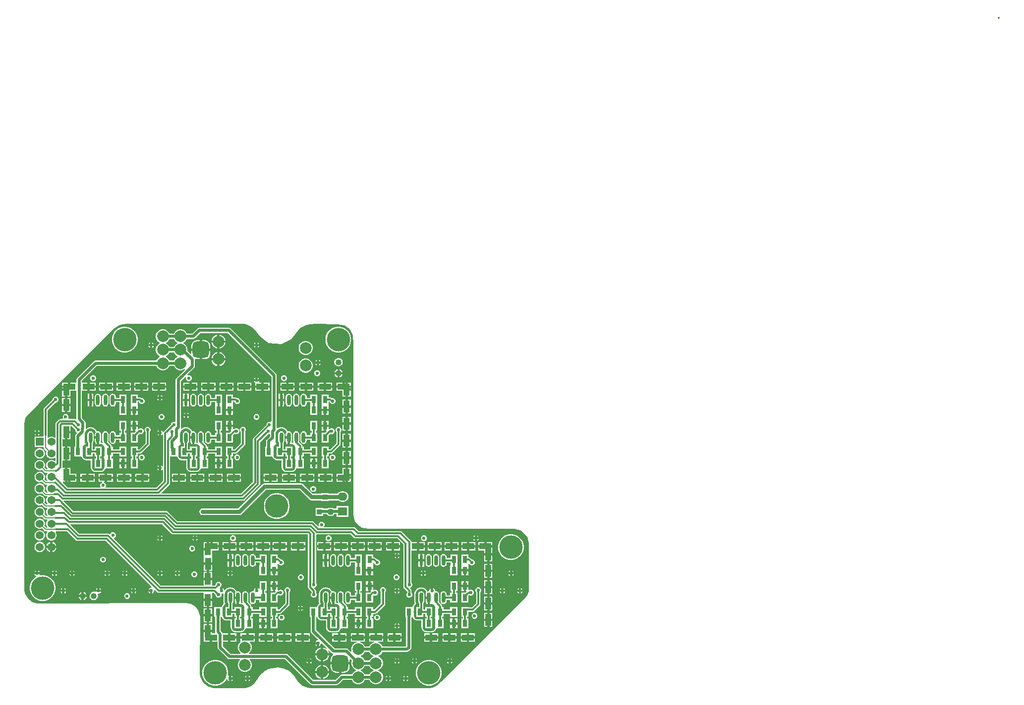
<source format=gbl>
G04*
G04 #@! TF.GenerationSoftware,Altium Limited,Altium Designer,22.1.2 (22)*
G04*
G04 Layer_Physical_Order=4*
G04 Layer_Color=16737819*
%FSAX42Y42*%
%MOMM*%
G71*
G04*
G04 #@! TF.SameCoordinates,C0377FBF-3644-49C1-8AB8-029394853ECE*
G04*
G04*
G04 #@! TF.FilePolarity,Positive*
G04*
G01*
G75*
%ADD13C,0.20*%
%ADD37R,0.80X1.30*%
%ADD38R,1.00X2.00*%
%ADD39R,2.00X1.00*%
%ADD43C,0.30*%
%ADD44C,0.50*%
%ADD46C,0.70*%
%ADD48C,2.00*%
G04:AMPARAMS|DCode=49|XSize=2.8mm|YSize=2.8mm|CornerRadius=0.7mm|HoleSize=0mm|Usage=FLASHONLY|Rotation=0.000|XOffset=0mm|YOffset=0mm|HoleType=Round|Shape=RoundedRectangle|*
%AMROUNDEDRECTD49*
21,1,2.80,1.40,0,0,0.0*
21,1,1.40,2.80,0,0,0.0*
1,1,1.40,0.70,-0.70*
1,1,1.40,-0.70,-0.70*
1,1,1.40,-0.70,0.70*
1,1,1.40,0.70,0.70*
%
%ADD49ROUNDEDRECTD49*%
%ADD50R,1.60X1.40*%
%ADD51O,1.60X1.40*%
%ADD52C,1.02*%
%ADD53C,1.37*%
%ADD54R,1.37X1.37*%
%ADD55C,0.40*%
%ADD56C,0.60*%
%ADD57C,4.00*%
G04:AMPARAMS|DCode=71|XSize=0.9mm|YSize=0.95mm|CornerRadius=0.23mm|HoleSize=0mm|Usage=FLASHONLY|Rotation=180.000|XOffset=0mm|YOffset=0mm|HoleType=Round|Shape=RoundedRectangle|*
%AMROUNDEDRECTD71*
21,1,0.90,0.50,0,0,180.0*
21,1,0.45,0.95,0,0,180.0*
1,1,0.45,-0.23,0.25*
1,1,0.45,0.23,0.25*
1,1,0.45,0.23,-0.25*
1,1,0.45,-0.23,-0.25*
%
%ADD71ROUNDEDRECTD71*%
%ADD72R,0.90X0.95*%
%ADD73R,0.90X0.95*%
%ADD74O,0.64X1.78*%
%ADD75R,0.60X1.78*%
G36*
X005425Y006356D02*
X005555Y006335D01*
X005643Y006270D01*
X005699Y006173D01*
X005708Y006022D01*
X005705Y005260D01*
X005707Y003098D01*
X005731Y002990D01*
X005781Y002923D01*
X005851Y002876D01*
X005969Y002856D01*
X006638D01*
X008454Y002857D01*
X008575Y002824D01*
X008675Y002723D01*
X008705Y002611D01*
X008706Y001852D01*
X008701Y001784D01*
X008675Y001724D01*
X008632Y001667D01*
X007206Y000239D01*
X007131Y000173D01*
X007061Y000143D01*
X007004Y000135D01*
X004967Y000136D01*
X004889Y000151D01*
X004820Y000184D01*
X004750Y000258D01*
X004691Y000352D01*
X004610Y000426D01*
X004504Y000469D01*
X004420Y000486D01*
X004261Y000462D01*
X004195Y000425D01*
X004105Y000353D01*
X004068Y000297D01*
X004000Y000203D01*
X003952Y000170D01*
X003891Y000144D01*
X003830Y000132D01*
X003313Y000134D01*
X003213Y000168D01*
X003173Y000199D01*
X003135Y000241D01*
X003091Y000324D01*
X003081Y000389D01*
X003087Y001356D01*
X003052Y001460D01*
X003001Y001528D01*
X002936Y001572D01*
X002844Y001588D01*
X002473Y001585D01*
X000600Y001579D01*
X000600Y001580D01*
X000600Y001580D01*
X000339D01*
X000314Y001580D01*
X000265Y001590D01*
X000219Y001609D01*
X000177Y001637D01*
X000142Y001672D01*
X000114Y001714D01*
X000095Y001760D01*
X000085Y001809D01*
X000085Y001834D01*
Y004315D01*
X000085Y004657D01*
X000085D01*
X000085Y004657D01*
X000103Y004745D01*
X000144Y004807D01*
X000327Y004990D01*
X001600Y006270D01*
X001649Y006307D01*
X001704Y006337D01*
X001771Y006353D01*
X001840Y006360D01*
X003850D01*
X003908Y006340D01*
X003944Y006324D01*
X003986Y006296D01*
X004020Y006260D01*
X004110Y006140D01*
X004260Y006030D01*
X004480Y006020D01*
X004650Y006100D01*
X004790Y006290D01*
X004910Y006350D01*
X005050Y006360D01*
X005425Y006356D01*
D02*
G37*
%LPC*%
G36*
X003580Y006296D02*
X003070D01*
X003052Y006292D01*
X003038Y006282D01*
X002951Y006196D01*
X002862D01*
X002862Y006196D01*
X002846Y006224D01*
X002824Y006246D01*
X002796Y006262D01*
X002766Y006270D01*
X002734D01*
X002704Y006262D01*
X002676Y006246D01*
X002654Y006224D01*
X002638Y006196D01*
X002638Y006196D01*
X002562D01*
X002562Y006196D01*
X002546Y006224D01*
X002524Y006246D01*
X002496Y006262D01*
X002466Y006270D01*
X002434D01*
X002404Y006262D01*
X002376Y006246D01*
X002354Y006224D01*
X002338Y006196D01*
X002330Y006166D01*
Y006134D01*
X002338Y006104D01*
X002354Y006076D01*
X002376Y006054D01*
X002396Y006042D01*
Y006028D01*
X002376Y006016D01*
X002354Y005994D01*
X002338Y005966D01*
X002330Y005936D01*
Y005904D01*
X002338Y005874D01*
X002354Y005846D01*
X002376Y005824D01*
X002396Y005812D01*
Y005798D01*
X002376Y005786D01*
X002354Y005764D01*
X002338Y005736D01*
X002338Y005736D01*
X001300D01*
X001282Y005732D01*
X001268Y005722D01*
X000988Y005442D01*
X000978Y005428D01*
X000974Y005410D01*
Y005371D01*
X000970Y005360D01*
X000961Y005360D01*
X000870D01*
Y005290D01*
X000850D01*
Y005270D01*
X000730D01*
Y005260D01*
X000800D01*
Y005240D01*
X000820D01*
Y005120D01*
X000870D01*
Y005220D01*
X000970Y005220D01*
X000974Y005209D01*
Y004742D01*
X000970Y004738D01*
X000964Y004734D01*
X000962Y004734D01*
X000951Y004736D01*
X000843D01*
X000835Y004748D01*
X000840Y004760D01*
Y004780D01*
X000832Y004798D01*
X000818Y004812D01*
X000800Y004820D01*
X000780D01*
X000762Y004812D01*
X000748Y004798D01*
X000740Y004780D01*
Y004760D01*
X000745Y004748D01*
X000737Y004736D01*
X000697D01*
X000683Y004733D01*
X000672Y004725D01*
X000625Y004678D01*
X000617Y004667D01*
X000614Y004653D01*
Y004421D01*
X000603Y004416D01*
X000601Y004418D01*
X000581Y004429D01*
X000558Y004435D01*
X000535D01*
X000512Y004429D01*
X000492Y004418D01*
X000490Y004416D01*
X000479Y004421D01*
Y004441D01*
X000481Y004444D01*
X000484Y004458D01*
Y004883D01*
X000620Y005020D01*
X000630D01*
X000648Y005028D01*
X000662Y005042D01*
X000670Y005060D01*
Y005080D01*
X000662Y005098D01*
X000648Y005112D01*
X000630Y005120D01*
X000610D01*
X000592Y005112D01*
X000578Y005098D01*
X000570Y005080D01*
Y005070D01*
X000423Y004923D01*
X000415Y004912D01*
X000412Y004898D01*
Y004458D01*
X000414Y004448D01*
X000408Y004438D01*
X000406Y004435D01*
X000258D01*
Y004258D01*
X000417D01*
Y004245D01*
X000417Y004245D01*
X000420Y004234D01*
X000426Y004224D01*
X000466Y004184D01*
X000464Y004181D01*
X000458Y004158D01*
Y004135D01*
X000464Y004113D01*
X000476Y004092D01*
X000492Y004076D01*
X000512Y004064D01*
X000535Y004058D01*
X000558D01*
X000581Y004064D01*
X000601Y004076D01*
X000603Y004078D01*
X000614Y004073D01*
Y004021D01*
X000603Y004016D01*
X000601Y004018D01*
X000581Y004029D01*
X000558Y004035D01*
X000535D01*
X000512Y004029D01*
X000492Y004018D01*
X000476Y004001D01*
X000464Y003981D01*
X000458Y003958D01*
Y003935D01*
X000464Y003913D01*
X000476Y003892D01*
X000479Y003889D01*
X000474Y003877D01*
X000459D01*
X000427Y003909D01*
X000429Y003913D01*
X000435Y003935D01*
Y003958D01*
X000429Y003981D01*
X000417Y004001D01*
X000401Y004018D01*
X000381Y004029D01*
X000358Y004035D01*
X000335D01*
X000312Y004029D01*
X000292Y004018D01*
X000276Y004001D01*
X000264Y003981D01*
X000258Y003958D01*
Y003935D01*
X000264Y003913D01*
X000276Y003892D01*
X000292Y003876D01*
X000312Y003864D01*
X000335Y003858D01*
X000358D01*
X000381Y003864D01*
X000384Y003866D01*
X000425Y003825D01*
X000425Y003825D01*
X000435Y003818D01*
X000447Y003816D01*
X000447Y003816D01*
X000474D01*
X000479Y003804D01*
X000476Y003801D01*
X000464Y003781D01*
X000458Y003758D01*
Y003735D01*
X000464Y003713D01*
X000476Y003692D01*
X000479Y003689D01*
X000474Y003678D01*
X000459D01*
X000427Y003709D01*
X000429Y003713D01*
X000435Y003735D01*
Y003758D01*
X000429Y003781D01*
X000417Y003801D01*
X000401Y003818D01*
X000381Y003829D01*
X000358Y003835D01*
X000335D01*
X000312Y003829D01*
X000292Y003818D01*
X000276Y003801D01*
X000264Y003781D01*
X000258Y003758D01*
Y003735D01*
X000264Y003713D01*
X000276Y003692D01*
X000292Y003676D01*
X000312Y003664D01*
X000335Y003658D01*
X000358D01*
X000381Y003664D01*
X000384Y003666D01*
X000425Y003625D01*
X000435Y003619D01*
X000446Y003616D01*
X000474D01*
X000479Y003605D01*
X000476Y003601D01*
X000464Y003581D01*
X000458Y003558D01*
Y003535D01*
X000464Y003513D01*
X000476Y003492D01*
X000479Y003489D01*
X000474Y003478D01*
X000459D01*
X000427Y003509D01*
X000429Y003513D01*
X000435Y003535D01*
Y003558D01*
X000429Y003581D01*
X000417Y003601D01*
X000401Y003618D01*
X000381Y003629D01*
X000358Y003635D01*
X000335D01*
X000312Y003629D01*
X000292Y003618D01*
X000276Y003601D01*
X000264Y003581D01*
X000258Y003558D01*
Y003535D01*
X000264Y003513D01*
X000276Y003492D01*
X000292Y003476D01*
X000312Y003464D01*
X000335Y003458D01*
X000358D01*
X000381Y003464D01*
X000384Y003466D01*
X000425Y003425D01*
X000425Y003425D01*
X000435Y003419D01*
X000446Y003416D01*
X000474D01*
X000479Y003405D01*
X000476Y003401D01*
X000464Y003381D01*
X000458Y003358D01*
Y003335D01*
X000464Y003313D01*
X000476Y003292D01*
X000478Y003290D01*
X000473Y003278D01*
X000458D01*
X000427Y003309D01*
X000429Y003313D01*
X000435Y003335D01*
Y003358D01*
X000429Y003381D01*
X000417Y003401D01*
X000401Y003418D01*
X000381Y003429D01*
X000358Y003435D01*
X000335D01*
X000312Y003429D01*
X000292Y003418D01*
X000276Y003401D01*
X000264Y003381D01*
X000258Y003358D01*
Y003335D01*
X000264Y003313D01*
X000276Y003292D01*
X000292Y003276D01*
X000312Y003264D01*
X000335Y003258D01*
X000358D01*
X000381Y003264D01*
X000384Y003266D01*
X000424Y003226D01*
X000424Y003226D01*
X000434Y003220D01*
X000445Y003217D01*
X000445Y003217D01*
X000475D01*
X000480Y003206D01*
X000476Y003201D01*
X000464Y003181D01*
X000458Y003158D01*
Y003135D01*
X000464Y003113D01*
X000476Y003092D01*
X000478Y003090D01*
X000473Y003078D01*
X000459D01*
X000427Y003109D01*
X000429Y003113D01*
X000435Y003135D01*
Y003158D01*
X000429Y003181D01*
X000417Y003201D01*
X000401Y003218D01*
X000381Y003229D01*
X000358Y003235D01*
X000335D01*
X000312Y003229D01*
X000292Y003218D01*
X000276Y003201D01*
X000264Y003181D01*
X000258Y003158D01*
Y003135D01*
X000264Y003113D01*
X000276Y003092D01*
X000292Y003076D01*
X000312Y003064D01*
X000335Y003058D01*
X000358D01*
X000381Y003064D01*
X000384Y003066D01*
X000424Y003026D01*
X000424Y003026D01*
X000434Y003019D01*
X000446Y003017D01*
X000446Y003017D01*
X000475D01*
X000480Y003005D01*
X000476Y003001D01*
X000464Y002981D01*
X000458Y002958D01*
Y002935D01*
X000464Y002913D01*
X000476Y002892D01*
X000478Y002891D01*
X000473Y002879D01*
X000458D01*
X000427Y002909D01*
X000429Y002913D01*
X000435Y002935D01*
Y002958D01*
X000429Y002981D01*
X000417Y003001D01*
X000401Y003018D01*
X000381Y003029D01*
X000358Y003035D01*
X000335D01*
X000312Y003029D01*
X000292Y003018D01*
X000276Y003001D01*
X000264Y002981D01*
X000258Y002958D01*
Y002935D01*
X000264Y002913D01*
X000276Y002892D01*
X000292Y002876D01*
X000312Y002864D01*
X000335Y002858D01*
X000358D01*
X000381Y002864D01*
X000384Y002866D01*
X000424Y002827D01*
X000424Y002827D01*
X000433Y002820D01*
X000445Y002818D01*
X000476D01*
X000480Y002806D01*
X000476Y002801D01*
X000464Y002781D01*
X000458Y002758D01*
Y002735D01*
X000464Y002713D01*
X000476Y002692D01*
X000492Y002676D01*
X000512Y002664D01*
X000535Y002658D01*
X000558D01*
X000581Y002664D01*
X000601Y002676D01*
X000617Y002692D01*
X000629Y002713D01*
X000635Y002735D01*
Y002758D01*
X000629Y002781D01*
X000617Y002801D01*
X000617Y002801D01*
X000624Y002813D01*
X000626Y002813D01*
X000814D01*
X000964Y002662D01*
X000976Y002655D01*
X000989Y002652D01*
X001473D01*
X002263Y001862D01*
X002262Y001860D01*
X002257Y001850D01*
X002240D01*
X002222Y001842D01*
X002208Y001828D01*
X002204Y001820D01*
X002250D01*
Y001800D01*
X002270D01*
Y001754D01*
X002278Y001758D01*
X002292Y001772D01*
X002300Y001790D01*
Y001807D01*
X002310Y001812D01*
X002312Y001813D01*
X002350Y001775D01*
X002361Y001767D01*
X002375Y001764D01*
X003139D01*
X003150Y001761D01*
X003150Y001752D01*
Y001661D01*
X003220D01*
X003290D01*
Y001752D01*
X003290Y001761D01*
X003301Y001764D01*
X003315D01*
X003350Y001730D01*
Y001720D01*
X003358Y001702D01*
X003372Y001688D01*
X003390Y001680D01*
X003410D01*
X003428Y001688D01*
X003442Y001702D01*
X003450Y001720D01*
Y001740D01*
X003457Y001750D01*
X003460D01*
X003474Y001756D01*
X003474Y001756D01*
X003478Y001754D01*
X003485Y001749D01*
X003486Y001748D01*
X003486Y001746D01*
X003485Y001740D01*
X003485Y001738D01*
X003485Y001737D01*
Y001623D01*
X003485Y001622D01*
X003485Y001620D01*
X003486Y001614D01*
X003486Y001609D01*
X003486Y001607D01*
Y001606D01*
X003489Y001594D01*
X003489Y001592D01*
X003489Y001591D01*
X003490Y001588D01*
X003491Y001585D01*
X003492Y001583D01*
X003493Y001580D01*
X003494Y001578D01*
X003481Y001568D01*
X003479Y001566D01*
X003477Y001564D01*
X003467Y001550D01*
X003465Y001548D01*
X003464Y001546D01*
X003459Y001534D01*
X003453Y001528D01*
X003446Y001525D01*
X003445Y001525D01*
X003443Y001525D01*
X003330D01*
Y001355D01*
X003344D01*
Y001094D01*
X003346Y001083D01*
X003338Y001070D01*
X003290D01*
Y001090D01*
X003220D01*
X003150D01*
Y000990D01*
X003151D01*
Y000930D01*
X003251D01*
Y001000D01*
X003291D01*
Y000930D01*
X003384D01*
Y000830D01*
X003388Y000812D01*
X003398Y000798D01*
X003553Y000643D01*
X003567Y000633D01*
X003585Y000629D01*
X003761D01*
X003767Y000616D01*
X003754Y000604D01*
X003738Y000576D01*
X003730Y000546D01*
Y000514D01*
X003738Y000484D01*
X003754Y000456D01*
X003776Y000434D01*
X003804Y000418D01*
X003834Y000410D01*
X003866D01*
X003896Y000418D01*
X003924Y000434D01*
X003946Y000456D01*
X003962Y000484D01*
X003970Y000514D01*
Y000546D01*
X003962Y000576D01*
X003946Y000604D01*
X003933Y000616D01*
X003939Y000629D01*
X004536D01*
X004968Y000198D01*
X004982Y000188D01*
X005000Y000184D01*
X005420D01*
X005438Y000188D01*
X005452Y000198D01*
X005529Y000274D01*
X005678D01*
X005678Y000274D01*
X005694Y000246D01*
X005716Y000224D01*
X005744Y000208D01*
X005774Y000200D01*
X005806D01*
X005836Y000208D01*
X005864Y000224D01*
X005886Y000246D01*
X005902Y000274D01*
X005902Y000274D01*
X005978D01*
X005978Y000274D01*
X005994Y000246D01*
X006016Y000224D01*
X006044Y000208D01*
X006074Y000200D01*
X006106D01*
X006136Y000208D01*
X006164Y000224D01*
X006186Y000246D01*
X006202Y000274D01*
X006210Y000304D01*
Y000336D01*
X006202Y000366D01*
X006186Y000394D01*
X006164Y000416D01*
X006136Y000432D01*
X006129Y000434D01*
Y000446D01*
X006136Y000448D01*
X006164Y000464D01*
X006186Y000486D01*
X006202Y000514D01*
X006210Y000544D01*
Y000576D01*
X006202Y000606D01*
X006186Y000634D01*
X006164Y000656D01*
X006136Y000672D01*
X006129Y000674D01*
Y000686D01*
X006136Y000688D01*
X006164Y000704D01*
X006186Y000726D01*
X006202Y000754D01*
X006202Y000754D01*
X006621D01*
X006638Y000758D01*
X006653Y000768D01*
X006682Y000797D01*
X006692Y000812D01*
X006696Y000829D01*
Y001346D01*
X006700Y001350D01*
X006709Y001354D01*
X006713Y001352D01*
X006719Y001346D01*
X006724Y001334D01*
X006725Y001332D01*
X006727Y001330D01*
X006737Y001316D01*
X006739Y001314D01*
X006741Y001312D01*
X006755Y001302D01*
X006757Y001300D01*
X006759Y001299D01*
X006775Y001292D01*
X006778Y001292D01*
X006780Y001291D01*
X006797Y001289D01*
X006799Y001289D01*
X006800Y001289D01*
X006868D01*
Y001175D01*
X006869Y001174D01*
X006868Y001172D01*
X006871Y001155D01*
X006872Y001153D01*
X006872Y001150D01*
X006879Y001134D01*
X006880Y001132D01*
X006881Y001130D01*
X006892Y001116D01*
X006894Y001114D01*
X006896Y001112D01*
X006909Y001102D01*
X006912Y001100D01*
X006914Y001099D01*
X006930Y001092D01*
X006932Y001092D01*
X006935Y001091D01*
X006952Y001089D01*
X006953Y001089D01*
X006955Y001089D01*
X007035D01*
X007036Y001089D01*
X007037Y001089D01*
X007055Y001091D01*
X007057Y001092D01*
X007060Y001092D01*
X007076Y001099D01*
X007078Y001100D01*
X007080Y001102D01*
X007094Y001112D01*
X007096Y001114D01*
X007098Y001116D01*
X007108Y001130D01*
X007109Y001132D01*
X007111Y001134D01*
X007116Y001146D01*
X007125Y001155D01*
X007245D01*
Y001325D01*
X007220D01*
Y001355D01*
X007245D01*
Y001404D01*
X007360D01*
Y001355D01*
X007480D01*
Y001525D01*
X007360D01*
Y001476D01*
X007245D01*
Y001525D01*
X007223D01*
Y001532D01*
X007221Y001546D01*
X007213Y001558D01*
X007167Y001604D01*
X007170Y001623D01*
Y001737D01*
X007166Y001757D01*
X007155Y001774D01*
X007138Y001786D01*
X007118Y001790D01*
X007112Y001789D01*
X007100Y001799D01*
Y001810D01*
X007092Y001828D01*
X007078Y001842D01*
X007070Y001846D01*
Y001800D01*
X007030D01*
Y001846D01*
X007022Y001842D01*
X007008Y001828D01*
X007000Y001810D01*
Y001801D01*
X006990Y001790D01*
X006971Y001786D01*
X006969Y001789D01*
X006969Y001790D01*
X006969Y001791D01*
X006967Y001795D01*
X006966Y001796D01*
X006965Y001798D01*
X006962Y001802D01*
X006962Y001803D01*
X006961Y001804D01*
X006958Y001808D01*
X006957Y001809D01*
X006957Y001810D01*
X006955Y001812D01*
X006953Y001815D01*
X006951Y001817D01*
X006950Y001819D01*
X006947Y001821D01*
X006945Y001823D01*
X006943Y001825D01*
X006941Y001827D01*
X006939Y001828D01*
X006937Y001830D01*
X006935Y001831D01*
X006934Y001832D01*
X006924Y001839D01*
X006923Y001839D01*
X006922Y001840D01*
X006919Y001842D01*
X006916Y001843D01*
X006914Y001844D01*
X006912Y001846D01*
X006909Y001847D01*
X006906Y001848D01*
X006904Y001849D01*
X006901Y001850D01*
X006898Y001850D01*
X006895Y001851D01*
X006894Y001851D01*
X006893Y001852D01*
X006880Y001854D01*
X006879D01*
X006878Y001855D01*
X006875Y001855D01*
X006872Y001855D01*
X006869D01*
X006866Y001856D01*
X006864Y001856D01*
X006861Y001856D01*
X006858Y001855D01*
X006855D01*
X006852Y001855D01*
X006849Y001855D01*
X006848Y001854D01*
X006847D01*
X006834Y001852D01*
X006833Y001851D01*
X006832Y001851D01*
X006829Y001850D01*
X006826Y001850D01*
X006823Y001849D01*
X006821Y001848D01*
X006818Y001847D01*
X006815Y001846D01*
X006813Y001844D01*
X006811Y001843D01*
X006808Y001842D01*
X006805Y001840D01*
X006804Y001839D01*
X006803Y001839D01*
X006793Y001832D01*
X006792Y001831D01*
X006790Y001830D01*
X006788Y001828D01*
X006786Y001827D01*
X006784Y001825D01*
X006782Y001823D01*
X006780Y001821D01*
X006777Y001819D01*
X006776Y001817D01*
X006774Y001815D01*
X006772Y001812D01*
X006770Y001810D01*
X006770Y001809D01*
X006769Y001808D01*
X006762Y001798D01*
X006761Y001796D01*
X006760Y001795D01*
X006759Y001793D01*
X006757Y001790D01*
X006756Y001788D01*
X006755Y001785D01*
X006754Y001782D01*
X006753Y001780D01*
X006752Y001777D01*
X006751Y001775D01*
X006750Y001772D01*
X006749Y001769D01*
X006749Y001768D01*
X006749Y001767D01*
Y001767D01*
X006749Y001766D01*
X006746Y001754D01*
Y001753D01*
X006746Y001751D01*
X006746Y001746D01*
X006745Y001740D01*
X006745Y001738D01*
X006745Y001737D01*
Y001623D01*
X006745Y001622D01*
X006745Y001620D01*
X006746Y001614D01*
X006746Y001609D01*
X006746Y001607D01*
Y001606D01*
X006749Y001594D01*
X006749Y001592D01*
X006749Y001591D01*
X006750Y001588D01*
X006751Y001585D01*
X006752Y001583D01*
X006753Y001580D01*
X006754Y001578D01*
X006741Y001568D01*
X006739Y001566D01*
X006737Y001564D01*
X006727Y001550D01*
X006725Y001548D01*
X006724Y001546D01*
X006719Y001534D01*
X006713Y001528D01*
X006706Y001525D01*
X006705Y001525D01*
X006703Y001525D01*
X006590D01*
Y001355D01*
X006604D01*
Y000848D01*
X006602Y000846D01*
X006202D01*
X006202Y000846D01*
X006186Y000874D01*
X006164Y000896D01*
X006136Y000912D01*
X006116Y000917D01*
X006118Y000930D01*
X006212D01*
Y000980D01*
X005972D01*
Y000930D01*
X006062D01*
X006064Y000917D01*
X006044Y000912D01*
X006016Y000896D01*
X005994Y000874D01*
X005978Y000846D01*
X005978Y000846D01*
X005902D01*
X005902Y000846D01*
X005886Y000874D01*
X005864Y000896D01*
X005836Y000912D01*
X005816Y000917D01*
X005818Y000930D01*
X005899D01*
Y000980D01*
X005659D01*
Y000930D01*
X005762D01*
X005764Y000917D01*
X005744Y000912D01*
X005716Y000896D01*
X005694Y000874D01*
X005678Y000846D01*
X005670Y000816D01*
Y000784D01*
X005675Y000766D01*
X005666Y000751D01*
X005664Y000751D01*
X005617Y000797D01*
X005603Y000807D01*
X005585Y000811D01*
X005384D01*
X005066Y001129D01*
Y001346D01*
X005070Y001350D01*
X005079Y001354D01*
X005083Y001352D01*
X005089Y001346D01*
X005094Y001334D01*
X005095Y001332D01*
X005097Y001330D01*
X005107Y001316D01*
X005109Y001314D01*
X005111Y001312D01*
X005125Y001302D01*
X005127Y001300D01*
X005129Y001299D01*
X005145Y001292D01*
X005148Y001292D01*
X005150Y001291D01*
X005167Y001289D01*
X005169Y001289D01*
X005170Y001289D01*
X005238D01*
Y001175D01*
X005239Y001174D01*
X005238Y001172D01*
X005241Y001155D01*
X005242Y001153D01*
X005242Y001150D01*
X005249Y001134D01*
X005250Y001132D01*
X005251Y001130D01*
X005262Y001116D01*
X005264Y001114D01*
X005266Y001112D01*
X005279Y001102D01*
X005282Y001100D01*
X005284Y001099D01*
X005300Y001092D01*
X005302Y001092D01*
X005305Y001091D01*
X005322Y001089D01*
X005323Y001089D01*
X005325Y001089D01*
X005405D01*
X005406Y001089D01*
X005407Y001089D01*
X005425Y001091D01*
X005427Y001092D01*
X005430Y001092D01*
X005446Y001099D01*
X005448Y001100D01*
X005450Y001102D01*
X005464Y001112D01*
X005466Y001114D01*
X005468Y001116D01*
X005478Y001130D01*
X005479Y001132D01*
X005481Y001134D01*
X005486Y001146D01*
X005492Y001152D01*
X005499Y001155D01*
X005499Y001155D01*
X005502Y001155D01*
X005615D01*
Y001325D01*
X005590D01*
Y001355D01*
X005615D01*
Y001404D01*
X005730D01*
Y001355D01*
X005850D01*
Y001525D01*
X005730D01*
Y001476D01*
X005615D01*
Y001525D01*
X005593D01*
Y001532D01*
X005591Y001546D01*
X005583Y001558D01*
X005537Y001604D01*
X005540Y001623D01*
Y001737D01*
X005536Y001757D01*
X005525Y001774D01*
X005508Y001786D01*
X005488Y001790D01*
X005467Y001786D01*
X005450Y001774D01*
X005439Y001757D01*
X005435Y001737D01*
Y001623D01*
X005439Y001603D01*
X005443Y001596D01*
X005435Y001585D01*
X005430Y001588D01*
X005427Y001588D01*
X005425Y001589D01*
X005416Y001590D01*
X005410Y001602D01*
X005409Y001604D01*
X005413Y001623D01*
Y001737D01*
X005409Y001757D01*
X005398Y001774D01*
X005381Y001786D01*
X005361Y001790D01*
X005341Y001786D01*
X005339Y001789D01*
X005339Y001790D01*
X005339Y001791D01*
X005337Y001795D01*
X005336Y001796D01*
X005335Y001798D01*
X005332Y001802D01*
X005332Y001803D01*
X005331Y001804D01*
X005328Y001808D01*
X005327Y001809D01*
X005327Y001810D01*
X005325Y001812D01*
X005323Y001815D01*
X005321Y001817D01*
X005320Y001819D01*
X005317Y001821D01*
X005315Y001823D01*
X005313Y001825D01*
X005311Y001827D01*
X005309Y001828D01*
X005307Y001830D01*
X005305Y001831D01*
X005304Y001832D01*
X005294Y001839D01*
X005293Y001839D01*
X005292Y001840D01*
X005289Y001842D01*
X005286Y001843D01*
X005284Y001844D01*
X005282Y001846D01*
X005279Y001847D01*
X005276Y001848D01*
X005274Y001849D01*
X005271Y001850D01*
X005268Y001850D01*
X005265Y001851D01*
X005264Y001851D01*
X005263Y001852D01*
X005251Y001854D01*
X005250Y001855D01*
X005248D01*
X005248Y001855D01*
X005245Y001855D01*
X005242Y001855D01*
X005239D01*
X005236Y001856D01*
X005234Y001856D01*
X005231Y001856D01*
X005228Y001855D01*
X005225D01*
X005222Y001855D01*
X005219Y001855D01*
X005218Y001854D01*
X005217D01*
X005204Y001852D01*
X005203Y001851D01*
X005202Y001851D01*
X005199Y001850D01*
X005196Y001850D01*
X005193Y001849D01*
X005191Y001848D01*
X005188Y001847D01*
X005185Y001846D01*
X005183Y001844D01*
X005181Y001843D01*
X005178Y001842D01*
X005175Y001840D01*
X005174Y001839D01*
X005173Y001839D01*
X005163Y001832D01*
X005162Y001831D01*
X005160Y001830D01*
X005158Y001828D01*
X005156Y001827D01*
X005154Y001825D01*
X005152Y001823D01*
X005150Y001821D01*
X005147Y001819D01*
X005146Y001817D01*
X005144Y001815D01*
X005142Y001812D01*
X005140Y001810D01*
X005140Y001809D01*
X005139Y001808D01*
X005132Y001798D01*
X005131Y001796D01*
X005130Y001795D01*
X005129Y001793D01*
X005127Y001790D01*
X005126Y001788D01*
X005125Y001785D01*
X005124Y001782D01*
X005123Y001780D01*
X005122Y001777D01*
X005121Y001775D01*
X005120Y001772D01*
X005119Y001769D01*
X005119Y001768D01*
X005119Y001767D01*
Y001767D01*
X005119Y001766D01*
X005116Y001754D01*
Y001753D01*
X005116Y001751D01*
X005116Y001746D01*
X005115Y001740D01*
X005115Y001738D01*
X005115Y001737D01*
Y001623D01*
X005115Y001622D01*
X005115Y001620D01*
X005116Y001614D01*
X005116Y001609D01*
X005116Y001607D01*
Y001606D01*
X005119Y001594D01*
X005119Y001592D01*
X005119Y001591D01*
X005120Y001588D01*
X005121Y001585D01*
X005122Y001583D01*
X005123Y001580D01*
X005124Y001578D01*
X005111Y001568D01*
X005109Y001566D01*
X005107Y001564D01*
X005097Y001550D01*
X005095Y001548D01*
X005094Y001546D01*
X005089Y001534D01*
X005083Y001528D01*
X005076Y001525D01*
X005075Y001525D01*
X005073Y001525D01*
X004960D01*
Y001355D01*
X004974D01*
Y001110D01*
X004978Y001092D01*
X004988Y001078D01*
X005102Y000963D01*
X005097Y000950D01*
X005090D01*
X005072Y000942D01*
X005058Y000928D01*
X005054Y000920D01*
X005100D01*
Y000900D01*
X005120D01*
Y000854D01*
X005128Y000858D01*
X005142Y000872D01*
X005150Y000890D01*
Y000897D01*
X005163Y000902D01*
X005245Y000820D01*
X005238Y000810D01*
X005216Y000822D01*
X005190Y000829D01*
Y000730D01*
X005289D01*
X005282Y000756D01*
X005270Y000778D01*
X005280Y000785D01*
X005333Y000733D01*
X005347Y000723D01*
X005360Y000720D01*
X005362Y000716D01*
X005362Y000707D01*
X005346Y000694D01*
X005331Y000675D01*
X005322Y000653D01*
X005319Y000630D01*
Y000580D01*
X005641D01*
Y000626D01*
X005652Y000633D01*
X005678Y000607D01*
X005678Y000606D01*
X005670Y000576D01*
Y000544D01*
X005678Y000514D01*
X005694Y000486D01*
X005716Y000464D01*
X005744Y000448D01*
X005751Y000446D01*
Y000434D01*
X005744Y000432D01*
X005716Y000416D01*
X005694Y000394D01*
X005678Y000366D01*
X005678Y000366D01*
X005510D01*
X005492Y000362D01*
X005478Y000352D01*
X005401Y000276D01*
X005019D01*
X004587Y000707D01*
X004573Y000717D01*
X004555Y000721D01*
X003926D01*
X003922Y000733D01*
X003924Y000734D01*
X003946Y000756D01*
X003962Y000784D01*
X003970Y000814D01*
Y000846D01*
X003962Y000876D01*
X003946Y000904D01*
X003932Y000917D01*
X003938Y000930D01*
X004018D01*
Y000980D01*
X003778D01*
Y000930D01*
X003771Y000920D01*
X003754Y000904D01*
X003738Y000876D01*
X003730Y000846D01*
Y000814D01*
X003738Y000784D01*
X003754Y000756D01*
X003776Y000734D01*
X003778Y000733D01*
X003774Y000721D01*
X003604D01*
X003476Y000849D01*
Y000930D01*
X003564D01*
Y001000D01*
Y001070D01*
X003473D01*
X003472Y001072D01*
X003462Y001087D01*
X003436Y001113D01*
Y001346D01*
X003440Y001350D01*
X003449Y001354D01*
X003453Y001352D01*
X003459Y001346D01*
X003464Y001334D01*
X003465Y001332D01*
X003467Y001330D01*
X003477Y001316D01*
X003479Y001314D01*
X003481Y001312D01*
X003495Y001302D01*
X003497Y001300D01*
X003499Y001299D01*
X003515Y001292D01*
X003518Y001292D01*
X003520Y001291D01*
X003537Y001289D01*
X003539Y001289D01*
X003540Y001289D01*
X003608D01*
Y001175D01*
X003609Y001174D01*
X003608Y001172D01*
X003611Y001155D01*
X003612Y001153D01*
X003612Y001150D01*
X003619Y001134D01*
X003620Y001132D01*
X003621Y001130D01*
X003632Y001116D01*
X003634Y001114D01*
X003636Y001112D01*
X003649Y001102D01*
X003652Y001100D01*
X003654Y001099D01*
X003670Y001092D01*
X003672Y001092D01*
X003675Y001091D01*
X003692Y001089D01*
X003693Y001089D01*
X003695Y001089D01*
X003775D01*
X003776Y001089D01*
X003777Y001089D01*
X003795Y001091D01*
X003797Y001092D01*
X003800Y001092D01*
X003816Y001099D01*
X003818Y001100D01*
X003820Y001102D01*
X003834Y001112D01*
X003836Y001114D01*
X003838Y001116D01*
X003848Y001130D01*
X003849Y001132D01*
X003851Y001134D01*
X003856Y001146D01*
X003862Y001152D01*
X003869Y001155D01*
X003869Y001155D01*
X003872Y001155D01*
X003985D01*
Y001325D01*
X003960D01*
Y001355D01*
X003985D01*
Y001404D01*
X004100D01*
Y001355D01*
X004220D01*
Y001525D01*
X004100D01*
Y001476D01*
X003985D01*
Y001525D01*
X003963D01*
Y001532D01*
X003961Y001546D01*
X003953Y001558D01*
X003907Y001604D01*
X003910Y001623D01*
Y001737D01*
X003906Y001757D01*
X003895Y001774D01*
X003878Y001786D01*
X003858Y001790D01*
X003837Y001786D01*
X003820Y001774D01*
X003809Y001757D01*
X003805Y001737D01*
Y001623D01*
X003809Y001603D01*
X003813Y001596D01*
X003805Y001585D01*
X003800Y001588D01*
X003797Y001588D01*
X003795Y001589D01*
X003786Y001590D01*
X003780Y001602D01*
X003779Y001604D01*
X003783Y001623D01*
Y001737D01*
X003779Y001757D01*
X003768Y001774D01*
X003751Y001786D01*
X003731Y001790D01*
X003711Y001786D01*
X003709Y001789D01*
X003709Y001790D01*
X003709Y001791D01*
X003707Y001795D01*
X003706Y001796D01*
X003705Y001798D01*
X003702Y001802D01*
X003702Y001803D01*
X003701Y001804D01*
X003698Y001808D01*
X003697Y001809D01*
X003697Y001810D01*
X003695Y001812D01*
X003693Y001815D01*
X003691Y001817D01*
X003690Y001819D01*
X003687Y001821D01*
X003685Y001823D01*
X003683Y001825D01*
X003681Y001827D01*
X003679Y001828D01*
X003677Y001830D01*
X003675Y001831D01*
X003674Y001832D01*
X003664Y001839D01*
X003663Y001839D01*
X003662Y001840D01*
X003659Y001842D01*
X003656Y001843D01*
X003654Y001844D01*
X003652Y001846D01*
X003649Y001847D01*
X003646Y001848D01*
X003644Y001849D01*
X003641Y001850D01*
X003638Y001850D01*
X003635Y001851D01*
X003634Y001851D01*
X003633Y001852D01*
X003621Y001854D01*
X003620Y001855D01*
X003618D01*
X003618Y001855D01*
X003615Y001855D01*
X003612Y001855D01*
X003609D01*
X003606Y001856D01*
X003604Y001856D01*
X003601Y001856D01*
X003598Y001855D01*
X003595D01*
X003592Y001855D01*
X003589Y001855D01*
X003588Y001854D01*
X003587D01*
X003574Y001852D01*
X003573Y001851D01*
X003572Y001851D01*
X003569Y001850D01*
X003566Y001850D01*
X003563Y001849D01*
X003561Y001848D01*
X003558Y001847D01*
X003555Y001846D01*
X003553Y001844D01*
X003551Y001843D01*
X003548Y001842D01*
X003545Y001840D01*
X003544Y001839D01*
X003543Y001839D01*
X003533Y001832D01*
X003532Y001831D01*
X003530Y001830D01*
X003528Y001828D01*
X003526Y001827D01*
X003524Y001825D01*
X003522Y001823D01*
X003520Y001821D01*
X003517Y001819D01*
X003516Y001817D01*
X003514Y001815D01*
X003512Y001812D01*
X003512Y001812D01*
X003511Y001812D01*
X003503Y001812D01*
X003501Y001813D01*
X003498Y001815D01*
X003492Y001828D01*
X003478Y001842D01*
X003470Y001846D01*
Y001800D01*
X003430D01*
Y001855D01*
X003428Y001859D01*
X003442Y001873D01*
X003450Y001891D01*
Y001911D01*
X003442Y001929D01*
X003428Y001943D01*
X003410Y001951D01*
X003390D01*
X003372Y001943D01*
X003358Y001929D01*
X003350Y001911D01*
Y001901D01*
X003334Y001886D01*
X003290D01*
Y001980D01*
X003220D01*
X003150D01*
Y001886D01*
X002415D01*
X001615Y002686D01*
X001618Y002701D01*
X001624Y002704D01*
X001638Y002718D01*
X001646Y002736D01*
Y002756D01*
X001638Y002774D01*
X001624Y002788D01*
X001606Y002796D01*
X001586D01*
X001568Y002788D01*
X001554Y002774D01*
X001551Y002768D01*
X001543Y002765D01*
X001536Y002764D01*
X001526Y002771D01*
X001512Y002773D01*
X001025D01*
X000871Y002928D01*
X000876Y002939D01*
X002435D01*
X002600Y002775D01*
X002611Y002767D01*
X002625Y002764D01*
X004925D01*
X004929Y002760D01*
Y001857D01*
X004932Y001843D01*
X004940Y001832D01*
X004994Y001777D01*
Y001765D01*
X004988Y001758D01*
X004980Y001740D01*
Y001720D01*
X004988Y001702D01*
X005002Y001688D01*
X005020Y001680D01*
X005040D01*
X005058Y001688D01*
X005072Y001702D01*
X005080Y001720D01*
Y001740D01*
X005072Y001758D01*
X005066Y001765D01*
Y001792D01*
X005063Y001806D01*
X005055Y001817D01*
X005033Y001839D01*
X005038Y001851D01*
X005040D01*
X005058Y001859D01*
X005072Y001873D01*
X005080Y001891D01*
Y001911D01*
X005072Y001929D01*
X005066Y001936D01*
Y002754D01*
X005078Y002765D01*
X005081Y002764D01*
X005655D01*
X005715Y002705D01*
X005726Y002697D01*
X005740Y002694D01*
X006455D01*
X006559Y002590D01*
Y001865D01*
X006562Y001851D01*
X006570Y001840D01*
X006624Y001785D01*
Y001765D01*
X006618Y001758D01*
X006610Y001740D01*
Y001720D01*
X006618Y001702D01*
X006632Y001688D01*
X006650Y001680D01*
X006670D01*
X006688Y001688D01*
X006702Y001702D01*
X006710Y001720D01*
Y001740D01*
X006702Y001758D01*
X006696Y001765D01*
Y001800D01*
X006693Y001814D01*
X006685Y001825D01*
X006671Y001839D01*
X006675Y001853D01*
X006688Y001859D01*
X006702Y001873D01*
X006710Y001891D01*
Y001911D01*
X006702Y001929D01*
X006696Y001936D01*
Y002490D01*
X006788D01*
Y002560D01*
Y002630D01*
X006696D01*
X006693Y002644D01*
X006685Y002655D01*
X006535Y002805D01*
X006524Y002813D01*
X006510Y002816D01*
X005795D01*
X005735Y002875D01*
X005724Y002883D01*
X005710Y002886D01*
X005204D01*
X005199Y002898D01*
X005202Y002902D01*
X005210Y002920D01*
Y002940D01*
X005202Y002958D01*
X005188Y002972D01*
X005170Y002980D01*
X005150D01*
X005132Y002972D01*
X005118Y002958D01*
X005110Y002940D01*
Y002920D01*
X005118Y002902D01*
X005108Y002895D01*
X005027Y002975D01*
X005016Y002983D01*
X005002Y002986D01*
X002702D01*
X002537Y003150D01*
X002526Y003158D01*
X002512Y003161D01*
X000920D01*
X000754Y003328D01*
X000758Y003339D01*
X003825D01*
X003839Y003342D01*
X003850Y003350D01*
X004100Y003600D01*
X004108Y003611D01*
X004111Y003625D01*
Y004339D01*
X004251Y004480D01*
X004260D01*
X004267Y004482D01*
X004280Y004474D01*
Y004438D01*
X004228Y004386D01*
X004218Y004371D01*
X004214Y004354D01*
Y004265D01*
X004200D01*
Y004095D01*
X004320D01*
X004329Y004086D01*
X004334Y004074D01*
X004335Y004072D01*
X004337Y004070D01*
X004347Y004056D01*
X004349Y004054D01*
X004351Y004052D01*
X004365Y004042D01*
X004367Y004040D01*
X004369Y004039D01*
X004385Y004032D01*
X004388Y004032D01*
X004390Y004031D01*
X004407Y004029D01*
X004409Y004029D01*
X004410Y004029D01*
X004478D01*
Y003915D01*
X004479Y003914D01*
X004478Y003912D01*
X004481Y003895D01*
X004482Y003893D01*
X004482Y003890D01*
X004489Y003874D01*
X004490Y003872D01*
X004491Y003870D01*
X004502Y003856D01*
X004504Y003854D01*
X004506Y003852D01*
X004519Y003842D01*
X004522Y003840D01*
X004524Y003839D01*
X004540Y003832D01*
X004542Y003832D01*
X004545Y003831D01*
X004562Y003829D01*
X004563Y003829D01*
X004565Y003829D01*
X004645D01*
X004646Y003829D01*
X004647Y003829D01*
X004665Y003831D01*
X004667Y003832D01*
X004670Y003832D01*
X004686Y003839D01*
X004688Y003840D01*
X004690Y003842D01*
X004704Y003852D01*
X004706Y003854D01*
X004708Y003856D01*
X004718Y003870D01*
X004719Y003872D01*
X004721Y003874D01*
X004726Y003886D01*
X004732Y003892D01*
X004739Y003895D01*
X004739Y003895D01*
X004742Y003895D01*
X004855D01*
Y004065D01*
X004830D01*
Y004095D01*
X004855D01*
Y004144D01*
X004970D01*
Y004095D01*
X005090D01*
Y004265D01*
X004970D01*
Y004216D01*
X004855D01*
Y004265D01*
X004833D01*
Y004272D01*
X004831Y004286D01*
X004823Y004298D01*
X004777Y004344D01*
X004780Y004363D01*
Y004477D01*
X004776Y004497D01*
X004765Y004514D01*
X004748Y004526D01*
X004728Y004530D01*
X004707Y004526D01*
X004690Y004514D01*
X004679Y004497D01*
X004675Y004477D01*
Y004363D01*
X004679Y004343D01*
X004683Y004336D01*
X004675Y004325D01*
X004670Y004328D01*
X004667Y004328D01*
X004665Y004329D01*
X004656Y004330D01*
X004650Y004342D01*
X004649Y004344D01*
X004653Y004363D01*
Y004477D01*
X004649Y004497D01*
X004638Y004514D01*
X004621Y004526D01*
X004601Y004530D01*
X004581Y004526D01*
X004579Y004529D01*
X004579Y004530D01*
X004579Y004531D01*
X004577Y004535D01*
X004576Y004536D01*
X004575Y004538D01*
X004572Y004542D01*
X004572Y004543D01*
X004571Y004544D01*
X004568Y004548D01*
X004567Y004549D01*
X004567Y004550D01*
X004565Y004552D01*
X004563Y004555D01*
X004561Y004557D01*
X004560Y004559D01*
X004557Y004561D01*
X004555Y004563D01*
X004553Y004565D01*
X004551Y004567D01*
X004549Y004568D01*
X004547Y004570D01*
X004545Y004571D01*
X004544Y004572D01*
X004534Y004579D01*
X004533Y004579D01*
X004532Y004580D01*
X004529Y004582D01*
X004526Y004583D01*
X004524Y004584D01*
X004522Y004586D01*
X004519Y004587D01*
X004516Y004588D01*
X004514Y004589D01*
X004511Y004590D01*
X004508Y004590D01*
X004505Y004591D01*
X004504Y004591D01*
X004503Y004592D01*
X004490Y004594D01*
X004489D01*
X004488Y004595D01*
X004485Y004595D01*
X004482Y004595D01*
X004479D01*
X004476Y004596D01*
X004474Y004596D01*
X004471Y004596D01*
X004468Y004595D01*
X004465D01*
X004462Y004595D01*
X004459Y004595D01*
X004458Y004594D01*
X004457D01*
X004444Y004592D01*
X004443Y004591D01*
X004442Y004591D01*
X004439Y004590D01*
X004436Y004590D01*
X004433Y004589D01*
X004431Y004588D01*
X004428Y004587D01*
X004425Y004586D01*
X004423Y004584D01*
X004421Y004583D01*
X004418Y004582D01*
X004415Y004580D01*
X004414Y004579D01*
X004413Y004579D01*
X004409Y004576D01*
X004396Y004583D01*
Y005480D01*
X004392Y005498D01*
X004382Y005512D01*
X003612Y006282D01*
X003598Y006292D01*
X003580Y006296D01*
D02*
G37*
G36*
X004070Y006046D02*
Y006020D01*
X004096D01*
X004092Y006028D01*
X004078Y006042D01*
X004070Y006046D01*
D02*
G37*
G36*
X004030D02*
X004022Y006042D01*
X004008Y006028D01*
X004004Y006020D01*
X004030D01*
Y006046D01*
D02*
G37*
G36*
X002270D02*
Y006020D01*
X002296D01*
X002292Y006028D01*
X002278Y006042D01*
X002270Y006046D01*
D02*
G37*
G36*
X002230D02*
X002222Y006042D01*
X002208Y006028D01*
X002204Y006020D01*
X002230D01*
Y006046D01*
D02*
G37*
G36*
X004096Y005980D02*
X004070D01*
Y005954D01*
X004078Y005958D01*
X004092Y005972D01*
X004096Y005980D01*
D02*
G37*
G36*
X004030D02*
X004004D01*
X004008Y005972D01*
X004022Y005958D01*
X004030Y005954D01*
Y005980D01*
D02*
G37*
G36*
X002296D02*
X002270D01*
Y005954D01*
X002278Y005958D01*
X002292Y005972D01*
X002296Y005980D01*
D02*
G37*
G36*
X002230D02*
X002204D01*
X002208Y005972D01*
X002222Y005958D01*
X002230Y005954D01*
Y005980D01*
D02*
G37*
G36*
X005468Y006315D02*
X005425D01*
X005382Y006307D01*
X005342Y006290D01*
X005306Y006266D01*
X005276Y006235D01*
X005252Y006199D01*
X005235Y006159D01*
X005227Y006117D01*
Y006073D01*
X005235Y006031D01*
X005252Y005991D01*
X005276Y005955D01*
X005306Y005924D01*
X005342Y005900D01*
X005382Y005883D01*
X005425Y005875D01*
X005468D01*
X005511Y005883D01*
X005551Y005900D01*
X005587Y005924D01*
X005618Y005955D01*
X005642Y005991D01*
X005658Y006031D01*
X005667Y006073D01*
Y006117D01*
X005658Y006159D01*
X005642Y006199D01*
X005618Y006235D01*
X005587Y006266D01*
X005551Y006290D01*
X005511Y006307D01*
X005468Y006315D01*
D02*
G37*
G36*
X001820Y006315D02*
X001777D01*
X001735Y006306D01*
X001694Y006290D01*
X001658Y006266D01*
X001628Y006235D01*
X001604Y006199D01*
X001587Y006159D01*
X001579Y006116D01*
Y006073D01*
X001587Y006031D01*
X001604Y005990D01*
X001628Y005954D01*
X001658Y005924D01*
X001694Y005900D01*
X001735Y005883D01*
X001777Y005875D01*
X001820D01*
X001863Y005883D01*
X001903Y005900D01*
X001939Y005924D01*
X001970Y005954D01*
X001994Y005990D01*
X002010Y006031D01*
X002019Y006073D01*
Y006116D01*
X002010Y006159D01*
X001994Y006199D01*
X001970Y006235D01*
X001939Y006266D01*
X001903Y006290D01*
X001863Y006306D01*
X001820Y006315D01*
D02*
G37*
G36*
X004906Y006070D02*
X004874D01*
X004844Y006062D01*
X004816Y006046D01*
X004794Y006024D01*
X004778Y005996D01*
X004770Y005966D01*
Y005934D01*
X004778Y005904D01*
X004794Y005876D01*
X004816Y005854D01*
X004844Y005838D01*
X004874Y005830D01*
X004906D01*
X004936Y005838D01*
X004964Y005854D01*
X004986Y005876D01*
X005002Y005904D01*
X005010Y005934D01*
Y005966D01*
X005002Y005996D01*
X004986Y006024D01*
X004964Y006046D01*
X004936Y006062D01*
X004906Y006070D01*
D02*
G37*
G36*
X005120Y005746D02*
Y005720D01*
X005146D01*
X005142Y005728D01*
X005128Y005742D01*
X005120Y005746D01*
D02*
G37*
G36*
X005080D02*
X005072Y005742D01*
X005058Y005728D01*
X005054Y005720D01*
X005080D01*
Y005746D01*
D02*
G37*
G36*
X005146Y005680D02*
X005120D01*
Y005654D01*
X005128Y005658D01*
X005142Y005672D01*
X005146Y005680D01*
D02*
G37*
G36*
X005080D02*
X005054D01*
X005058Y005672D01*
X005072Y005658D01*
X005080Y005654D01*
Y005680D01*
D02*
G37*
G36*
X005459Y005779D02*
X005441D01*
X005423Y005774D01*
X005407Y005764D01*
X005393Y005751D01*
X005384Y005735D01*
X005379Y005717D01*
Y005698D01*
X005384Y005680D01*
X005393Y005664D01*
X005407Y005651D01*
X005423Y005642D01*
X005441Y005637D01*
X005459D01*
X005477Y005642D01*
X005493Y005651D01*
X005507Y005664D01*
X005516Y005680D01*
X005521Y005698D01*
Y005717D01*
X005516Y005735D01*
X005507Y005751D01*
X005493Y005764D01*
X005477Y005774D01*
X005459Y005779D01*
D02*
G37*
G36*
X005470Y005585D02*
Y005537D01*
X005518D01*
X005516Y005545D01*
X005507Y005561D01*
X005493Y005574D01*
X005477Y005583D01*
X005470Y005585D01*
D02*
G37*
G36*
X005430D02*
X005423Y005583D01*
X005407Y005574D01*
X005393Y005561D01*
X005384Y005545D01*
X005382Y005537D01*
X005430D01*
Y005585D01*
D02*
G37*
G36*
X004906Y005770D02*
X004874D01*
X004844Y005762D01*
X004816Y005746D01*
X004794Y005724D01*
X004778Y005696D01*
X004770Y005666D01*
Y005634D01*
X004778Y005604D01*
X004794Y005576D01*
X004816Y005554D01*
X004844Y005538D01*
X004874Y005530D01*
X004906D01*
X004936Y005538D01*
X004964Y005554D01*
X004986Y005576D01*
X005002Y005604D01*
X005010Y005634D01*
Y005666D01*
X005002Y005696D01*
X004986Y005724D01*
X004964Y005746D01*
X004936Y005762D01*
X004906Y005770D01*
D02*
G37*
G36*
X005100Y005570D02*
X005080D01*
X005062Y005562D01*
X005048Y005548D01*
X005040Y005530D01*
Y005510D01*
X005048Y005492D01*
X005062Y005478D01*
X005080Y005470D01*
X005100D01*
X005118Y005478D01*
X005132Y005492D01*
X005140Y005510D01*
Y005530D01*
X005132Y005548D01*
X005118Y005562D01*
X005100Y005570D01*
D02*
G37*
G36*
X005518Y005497D02*
X005470D01*
Y005449D01*
X005477Y005451D01*
X005493Y005461D01*
X005507Y005474D01*
X005516Y005490D01*
X005518Y005497D01*
D02*
G37*
G36*
X005430D02*
X005382D01*
X005384Y005490D01*
X005393Y005474D01*
X005407Y005461D01*
X005423Y005451D01*
X005430Y005449D01*
Y005497D01*
D02*
G37*
G36*
X004530Y005485D02*
X004511D01*
X004492Y005477D01*
X004478Y005463D01*
X004471Y005445D01*
Y005425D01*
X004478Y005407D01*
X004492Y005393D01*
X004511Y005385D01*
X004530D01*
X004549Y005393D01*
X004563Y005407D01*
X004571Y005425D01*
Y005445D01*
X004563Y005463D01*
X004549Y005477D01*
X004530Y005485D01*
D02*
G37*
G36*
X000830Y005360D02*
X000730D01*
Y005310D01*
X000830D01*
Y005360D01*
D02*
G37*
G36*
X005660Y005360D02*
X005610D01*
Y005310D01*
X005660D01*
Y005360D01*
X005660D01*
Y005360D01*
D02*
G37*
G36*
X005019D02*
X004919D01*
Y005310D01*
X005019D01*
Y005360D01*
D02*
G37*
G36*
X005570D02*
X005560D01*
Y005310D01*
X005570D01*
Y005360D01*
D02*
G37*
G36*
X004698D02*
X004598D01*
Y005310D01*
X004698D01*
Y005360D01*
D02*
G37*
G36*
X005339D02*
X005239D01*
Y005310D01*
X005339D01*
Y005360D01*
D02*
G37*
G36*
X004558D02*
X004458D01*
Y005310D01*
X004558D01*
Y005360D01*
D02*
G37*
G36*
X005199D02*
X005099D01*
Y005310D01*
X005199D01*
Y005360D01*
D02*
G37*
G36*
X004879D02*
X004779D01*
Y005310D01*
X004879D01*
Y005360D01*
D02*
G37*
G36*
X005520D02*
X005420D01*
Y005310D01*
X005520D01*
Y005360D01*
D02*
G37*
G36*
X005660Y005270D02*
X005610D01*
Y005260D01*
X005660D01*
Y005270D01*
D02*
G37*
G36*
X005339D02*
X005239D01*
Y005220D01*
X005339D01*
Y005270D01*
D02*
G37*
G36*
X005199D02*
X005099D01*
Y005220D01*
X005199D01*
Y005270D01*
D02*
G37*
G36*
X005019D02*
X004919D01*
Y005220D01*
X005019D01*
Y005270D01*
D02*
G37*
G36*
X004879D02*
X004779D01*
Y005220D01*
X004879D01*
Y005270D01*
D02*
G37*
G36*
X004698D02*
X004598D01*
Y005220D01*
X004698D01*
Y005270D01*
D02*
G37*
G36*
X004558D02*
X004458D01*
Y005220D01*
X004558D01*
Y005270D01*
D02*
G37*
G36*
X005660Y005220D02*
X005610D01*
Y005120D01*
X005660D01*
Y005220D01*
D02*
G37*
G36*
X005570Y005270D02*
X005540D01*
X005420D01*
Y005220D01*
X005520D01*
Y005120D01*
X005570D01*
Y005240D01*
Y005270D01*
D02*
G37*
G36*
X000780Y005220D02*
X000730D01*
Y005120D01*
X000780D01*
Y005220D01*
D02*
G37*
G36*
X004524Y005169D02*
X004494D01*
Y005080D01*
X004524D01*
Y005169D01*
D02*
G37*
G36*
X004454D02*
X004424D01*
Y005080D01*
X004454D01*
Y005169D01*
D02*
G37*
G36*
X000870Y005095D02*
X000820D01*
Y004995D01*
X000870D01*
Y005095D01*
D02*
G37*
G36*
X000780D02*
X000730D01*
Y004995D01*
X000780D01*
Y005095D01*
D02*
G37*
G36*
X005281Y005155D02*
X005160D01*
Y004987D01*
X005160Y004975D01*
X005160Y004973D01*
Y004910D01*
X005280D01*
Y004973D01*
X005281Y004985D01*
X005281Y004987D01*
Y005034D01*
X005295D01*
X005300Y005029D01*
X005308Y005012D01*
X005322Y004998D01*
X005340Y004990D01*
X005360D01*
X005378Y004998D01*
X005392Y005012D01*
X005400Y005030D01*
Y005050D01*
X005392Y005068D01*
X005378Y005082D01*
X005360Y005090D01*
X005340D01*
X005335Y005095D01*
X005324Y005103D01*
X005310Y005106D01*
X005281D01*
Y005155D01*
D02*
G37*
G36*
X005660Y005068D02*
X005610D01*
Y004968D01*
X005660D01*
Y005068D01*
D02*
G37*
G36*
X005570D02*
X005520D01*
Y004968D01*
X005570D01*
Y005068D01*
D02*
G37*
G36*
X004524Y005040D02*
X004494D01*
Y004951D01*
X004524D01*
Y005040D01*
D02*
G37*
G36*
X004454D02*
X004424D01*
Y004951D01*
X004454D01*
Y005040D01*
D02*
G37*
G36*
X004728Y005170D02*
X004707Y005166D01*
X004690Y005154D01*
X004679Y005137D01*
X004675Y005117D01*
Y005003D01*
X004679Y004983D01*
X004690Y004966D01*
X004707Y004954D01*
X004728Y004950D01*
X004748Y004954D01*
X004765Y004966D01*
X004776Y004983D01*
X004780Y005003D01*
Y005117D01*
X004776Y005137D01*
X004765Y005154D01*
X004748Y005166D01*
X004728Y005170D01*
D02*
G37*
G36*
X004601D02*
X004580Y005166D01*
X004563Y005154D01*
X004552Y005137D01*
X004548Y005117D01*
Y005003D01*
X004552Y004983D01*
X004563Y004966D01*
X004580Y004954D01*
X004601Y004950D01*
X004621Y004954D01*
X004638Y004966D01*
X004649Y004983D01*
X004653Y005003D01*
Y005117D01*
X004649Y005137D01*
X004638Y005154D01*
X004621Y005166D01*
X004601Y005170D01*
D02*
G37*
G36*
X000870Y004955D02*
X000820D01*
Y004855D01*
X000870D01*
Y004955D01*
D02*
G37*
G36*
X000780D02*
X000730D01*
Y004855D01*
X000780D01*
Y004955D01*
D02*
G37*
G36*
X005660Y004928D02*
X005610D01*
Y004828D01*
X005660D01*
Y004928D01*
D02*
G37*
G36*
X005570D02*
X005520D01*
Y004828D01*
X005570D01*
Y004928D01*
D02*
G37*
G36*
X005280Y004870D02*
X005240D01*
Y004805D01*
X005280D01*
Y004870D01*
D02*
G37*
G36*
X005200D02*
X005160D01*
Y004805D01*
X005200D01*
Y004870D01*
D02*
G37*
G36*
X004854Y005170D02*
X004834Y005166D01*
X004817Y005154D01*
X004806Y005137D01*
X004802Y005117D01*
Y005003D01*
X004806Y004983D01*
X004817Y004966D01*
X004834Y004954D01*
X004854Y004950D01*
X004875Y004954D01*
X004892Y004966D01*
X004903Y004983D01*
X004907Y005003D01*
Y005024D01*
X004971D01*
Y004985D01*
X004971D01*
X004970Y004975D01*
X004970D01*
X004970Y004973D01*
Y004805D01*
X005090D01*
Y004975D01*
X005090D01*
X005091Y004985D01*
X005091D01*
X005090Y004987D01*
Y005155D01*
X004971D01*
Y005096D01*
X004907D01*
Y005117D01*
X004903Y005137D01*
X004892Y005154D01*
X004875Y005166D01*
X004854Y005170D01*
D02*
G37*
G36*
X005660Y004776D02*
X005610D01*
Y004676D01*
X005660D01*
Y004776D01*
D02*
G37*
G36*
X005570D02*
X005520D01*
Y004676D01*
X005570D01*
Y004776D01*
D02*
G37*
G36*
X005281Y004705D02*
X005241D01*
Y004640D01*
X005281D01*
Y004705D01*
D02*
G37*
G36*
X005201D02*
X005160D01*
Y004640D01*
X005201D01*
Y004705D01*
D02*
G37*
G36*
X005660Y004636D02*
X005610D01*
Y004536D01*
X005660D01*
Y004636D01*
D02*
G37*
G36*
X005570D02*
X005520D01*
Y004536D01*
X005570D01*
Y004636D01*
D02*
G37*
G36*
X005201Y004600D02*
X005160D01*
Y004535D01*
X005201D01*
Y004600D01*
D02*
G37*
G36*
X000320Y004546D02*
Y004520D01*
X000346D01*
X000342Y004528D01*
X000328Y004542D01*
X000320Y004546D01*
D02*
G37*
G36*
X000280D02*
X000272Y004542D01*
X000258Y004528D01*
X000254Y004520D01*
X000280D01*
Y004546D01*
D02*
G37*
G36*
X005281Y004600D02*
X005241D01*
Y004535D01*
X005243D01*
X005248Y004523D01*
X005230Y004505D01*
X005160D01*
Y004335D01*
X005280D01*
Y004455D01*
X005311Y004486D01*
X005325Y004480D01*
X005345D01*
X005363Y004488D01*
X005377Y004502D01*
X005385Y004520D01*
Y004540D01*
X005377Y004558D01*
X005363Y004572D01*
X005345Y004580D01*
X005325D01*
X005307Y004572D01*
X005293Y004559D01*
X005293Y004559D01*
X005281Y004568D01*
Y004600D01*
D02*
G37*
G36*
X005090Y004705D02*
X004971D01*
Y004535D01*
X004995D01*
Y004505D01*
X004970D01*
Y004456D01*
X004907D01*
Y004477D01*
X004903Y004497D01*
X004892Y004514D01*
X004875Y004526D01*
X004854Y004530D01*
X004834Y004526D01*
X004817Y004514D01*
X004806Y004497D01*
X004802Y004477D01*
Y004363D01*
X004806Y004343D01*
X004817Y004326D01*
X004834Y004314D01*
X004854Y004310D01*
X004875Y004314D01*
X004892Y004326D01*
X004903Y004343D01*
X004907Y004363D01*
Y004384D01*
X004970D01*
Y004335D01*
X005090D01*
Y004505D01*
X005066D01*
Y004535D01*
X005090D01*
Y004705D01*
D02*
G37*
G36*
X000346Y004480D02*
X000320D01*
Y004454D01*
X000328Y004458D01*
X000342Y004472D01*
X000346Y004480D01*
D02*
G37*
G36*
X000280D02*
X000254D01*
X000258Y004472D01*
X000272Y004458D01*
X000280Y004454D01*
Y004480D01*
D02*
G37*
G36*
X005660Y004484D02*
X005610D01*
Y004384D01*
X005660D01*
Y004484D01*
D02*
G37*
G36*
X005570D02*
X005520D01*
Y004384D01*
X005570D01*
Y004484D01*
D02*
G37*
G36*
X005660Y004344D02*
X005610D01*
Y004244D01*
X005660D01*
Y004344D01*
D02*
G37*
G36*
X005570D02*
X005520D01*
Y004244D01*
X005570D01*
Y004344D01*
D02*
G37*
G36*
X005460Y004600D02*
X005440D01*
X005422Y004592D01*
X005408Y004578D01*
X005400Y004560D01*
Y004540D01*
X005408Y004522D01*
X005414Y004515D01*
Y004325D01*
X005305Y004216D01*
X005280D01*
Y004265D01*
X005160D01*
Y004095D01*
X005184D01*
Y004065D01*
X005160D01*
Y003895D01*
X005280D01*
Y004065D01*
X005256D01*
Y004095D01*
X005280D01*
Y004144D01*
X005320D01*
X005334Y004147D01*
X005345Y004155D01*
X005475Y004285D01*
X005483Y004296D01*
X005486Y004310D01*
Y004515D01*
X005492Y004522D01*
X005500Y004540D01*
Y004560D01*
X005492Y004578D01*
X005478Y004592D01*
X005460Y004600D01*
D02*
G37*
G36*
X005660Y004192D02*
X005610D01*
Y004092D01*
X005660D01*
Y004192D01*
D02*
G37*
G36*
X005570D02*
X005520D01*
Y004092D01*
X005570D01*
Y004192D01*
D02*
G37*
G36*
X000358Y004235D02*
X000335D01*
X000312Y004229D01*
X000292Y004218D01*
X000276Y004201D01*
X000264Y004181D01*
X000258Y004158D01*
Y004135D01*
X000264Y004113D01*
X000276Y004092D01*
X000292Y004076D01*
X000312Y004064D01*
X000335Y004058D01*
X000358D01*
X000381Y004064D01*
X000401Y004076D01*
X000417Y004092D01*
X000429Y004113D01*
X000435Y004135D01*
Y004158D01*
X000429Y004181D01*
X000417Y004201D01*
X000401Y004218D01*
X000381Y004229D01*
X000358Y004235D01*
D02*
G37*
G36*
X005360Y004130D02*
X005340D01*
X005322Y004122D01*
X005308Y004108D01*
X005300Y004090D01*
Y004070D01*
X005308Y004052D01*
X005322Y004038D01*
X005340Y004030D01*
X005360D01*
X005378Y004038D01*
X005392Y004052D01*
X005400Y004070D01*
Y004090D01*
X005392Y004108D01*
X005378Y004122D01*
X005360Y004130D01*
D02*
G37*
G36*
X005090Y004065D02*
X005050D01*
Y004000D01*
X005090D01*
Y004065D01*
D02*
G37*
G36*
X005010D02*
X004970D01*
Y004000D01*
X005010D01*
Y004065D01*
D02*
G37*
G36*
X005660Y004052D02*
X005610D01*
Y003952D01*
X005660D01*
Y004052D01*
D02*
G37*
G36*
X005570D02*
X005520D01*
Y003952D01*
X005570D01*
Y004052D01*
D02*
G37*
G36*
X005090Y003960D02*
X005050D01*
Y003895D01*
X005090D01*
Y003960D01*
D02*
G37*
G36*
X005010D02*
X004970D01*
Y003895D01*
X005010D01*
Y003960D01*
D02*
G37*
G36*
X005660Y003900D02*
X005610D01*
Y003800D01*
X005660D01*
Y003900D01*
D02*
G37*
G36*
Y003760D02*
X005610D01*
Y003750D01*
X005660D01*
Y003760D01*
D02*
G37*
G36*
X005034Y003800D02*
X004934D01*
Y003750D01*
X005034D01*
Y003800D01*
D02*
G37*
G36*
X004409D02*
X004309D01*
Y003750D01*
X004409D01*
Y003800D01*
D02*
G37*
G36*
X004722D02*
X004622D01*
Y003750D01*
X004722D01*
Y003800D01*
D02*
G37*
G36*
X005347D02*
X005247D01*
Y003750D01*
X005347D01*
Y003800D01*
D02*
G37*
G36*
X004582D02*
X004482D01*
Y003750D01*
X004582D01*
Y003800D01*
D02*
G37*
G36*
X005207D02*
X005107D01*
Y003750D01*
X005207D01*
Y003800D01*
D02*
G37*
G36*
X005570Y003900D02*
X005520D01*
Y003800D01*
X005420D01*
Y003750D01*
X005540D01*
X005570D01*
Y003780D01*
Y003900D01*
D02*
G37*
G36*
X004894Y003800D02*
X004794D01*
Y003750D01*
X004894D01*
Y003800D01*
D02*
G37*
G36*
X004269D02*
X004169D01*
Y003750D01*
X004269D01*
Y003800D01*
D02*
G37*
G36*
X005660Y003710D02*
X005610D01*
Y003660D01*
X005660D01*
Y003710D01*
D02*
G37*
G36*
X005570D02*
X005560D01*
Y003660D01*
X005570D01*
Y003710D01*
D02*
G37*
G36*
X005520D02*
X005420D01*
Y003660D01*
X005520D01*
Y003710D01*
D02*
G37*
G36*
X005347D02*
X005247D01*
Y003660D01*
X005347D01*
Y003710D01*
D02*
G37*
G36*
X005207D02*
X005107D01*
Y003660D01*
X005207D01*
Y003710D01*
D02*
G37*
G36*
X005034D02*
X004934D01*
Y003660D01*
X005034D01*
Y003710D01*
D02*
G37*
G36*
X004894D02*
X004794D01*
Y003660D01*
X004894D01*
Y003710D01*
D02*
G37*
G36*
X004722D02*
X004622D01*
Y003660D01*
X004722D01*
Y003710D01*
D02*
G37*
G36*
X004582D02*
X004482D01*
Y003660D01*
X004582D01*
Y003710D01*
D02*
G37*
G36*
X004409D02*
X004309D01*
Y003660D01*
X004409D01*
Y003710D01*
D02*
G37*
G36*
X004269D02*
X004169D01*
Y003660D01*
X004269D01*
Y003710D01*
D02*
G37*
G36*
X005030Y003590D02*
X005010D01*
X004992Y003582D01*
X004978Y003568D01*
X004970Y003550D01*
Y003530D01*
X004978Y003512D01*
X004992Y003498D01*
X005010Y003490D01*
X005030D01*
X005048Y003498D01*
X005062Y003512D01*
X005070Y003530D01*
Y003550D01*
X005062Y003568D01*
X005048Y003582D01*
X005030Y003590D01*
D02*
G37*
G36*
X004810Y003636D02*
X004190D01*
X004169Y003632D01*
X004150Y003620D01*
X003737Y003206D01*
X003130D01*
X003109Y003202D01*
X003090Y003190D01*
X003078Y003171D01*
X003074Y003150D01*
X003078Y003129D01*
X003090Y003110D01*
X003109Y003098D01*
X003130Y003094D01*
X003760D01*
X003781Y003098D01*
X003800Y003110D01*
X004213Y003524D01*
X004787D01*
X004950Y003360D01*
X004969Y003348D01*
X004990Y003344D01*
X005155D01*
Y003333D01*
X005285D01*
Y003344D01*
X005448D01*
X005465Y003331D01*
X005487Y003322D01*
X005510Y003319D01*
X005530D01*
X005553Y003322D01*
X005575Y003331D01*
X005594Y003346D01*
X005609Y003365D01*
X005618Y003387D01*
X005621Y003410D01*
X005618Y003433D01*
X005609Y003455D01*
X005594Y003474D01*
X005575Y003489D01*
X005553Y003498D01*
X005530Y003501D01*
X005510D01*
X005487Y003498D01*
X005465Y003489D01*
X005446Y003474D01*
X005432Y003456D01*
X005285D01*
Y003467D01*
X005155D01*
Y003456D01*
X005013D01*
X004850Y003620D01*
X004831Y003632D01*
X004810Y003636D01*
D02*
G37*
G36*
X005620Y003246D02*
X005420D01*
Y003203D01*
X005370D01*
X005368Y003206D01*
X005354Y003215D01*
X005338Y003218D01*
X005292D01*
X005276Y003215D01*
X005262Y003206D01*
X005260Y003203D01*
X005190D01*
Y003218D01*
X005060D01*
Y003083D01*
X005190D01*
Y003111D01*
X005252D01*
X005252Y003108D01*
X005262Y003094D01*
X005276Y003085D01*
X005292Y003082D01*
X005338D01*
X005354Y003085D01*
X005368Y003094D01*
X005378Y003108D01*
X005378Y003111D01*
X005420D01*
Y003066D01*
X005620D01*
Y003246D01*
D02*
G37*
G36*
X004418Y003465D02*
X004375D01*
X004332Y003457D01*
X004292Y003440D01*
X004256Y003416D01*
X004226Y003385D01*
X004202Y003349D01*
X004185Y003309D01*
X004177Y003267D01*
Y003223D01*
X004185Y003181D01*
X004202Y003141D01*
X004226Y003105D01*
X004256Y003074D01*
X004292Y003050D01*
X004332Y003033D01*
X004375Y003025D01*
X004418D01*
X004461Y003033D01*
X004501Y003050D01*
X004537Y003074D01*
X004568Y003105D01*
X004592Y003141D01*
X004608Y003181D01*
X004617Y003223D01*
Y003267D01*
X004608Y003309D01*
X004592Y003349D01*
X004568Y003385D01*
X004537Y003416D01*
X004501Y003440D01*
X004461Y003457D01*
X004418Y003465D01*
D02*
G37*
G36*
X007820Y002746D02*
Y002720D01*
X007846D01*
X007842Y002728D01*
X007828Y002742D01*
X007820Y002746D01*
D02*
G37*
G36*
X007780D02*
X007772Y002742D01*
X007758Y002728D01*
X007754Y002720D01*
X007780D01*
Y002746D01*
D02*
G37*
G36*
X003020D02*
Y002720D01*
X003046D01*
X003042Y002728D01*
X003028Y002742D01*
X003020Y002746D01*
D02*
G37*
G36*
X002980D02*
X002972Y002742D01*
X002958Y002728D01*
X002954Y002720D01*
X002980D01*
Y002746D01*
D02*
G37*
G36*
X002420D02*
Y002720D01*
X002446D01*
X002442Y002728D01*
X002428Y002742D01*
X002420Y002746D01*
D02*
G37*
G36*
X002380D02*
X002372Y002742D01*
X002358Y002728D01*
X002354Y002720D01*
X002380D01*
Y002746D01*
D02*
G37*
G36*
X000358Y002835D02*
X000335D01*
X000312Y002829D01*
X000292Y002818D01*
X000276Y002801D01*
X000264Y002781D01*
X000258Y002758D01*
Y002735D01*
X000264Y002713D01*
X000276Y002692D01*
X000292Y002676D01*
X000312Y002664D01*
X000335Y002658D01*
X000358D01*
X000381Y002664D01*
X000401Y002676D01*
X000417Y002692D01*
X000429Y002713D01*
X000435Y002735D01*
Y002758D01*
X000429Y002781D01*
X000417Y002801D01*
X000401Y002818D01*
X000381Y002829D01*
X000358Y002835D01*
D02*
G37*
G36*
X007846Y002680D02*
X007820D01*
Y002654D01*
X007828Y002658D01*
X007842Y002672D01*
X007846Y002680D01*
D02*
G37*
G36*
X007780D02*
X007754D01*
X007758Y002672D01*
X007772Y002658D01*
X007780Y002654D01*
Y002680D01*
D02*
G37*
G36*
X003046D02*
X003020D01*
Y002654D01*
X003028Y002658D01*
X003042Y002672D01*
X003046Y002680D01*
D02*
G37*
G36*
X002980D02*
X002954D01*
X002958Y002672D01*
X002972Y002658D01*
X002980Y002654D01*
Y002680D01*
D02*
G37*
G36*
X002446D02*
X002420D01*
Y002654D01*
X002428Y002658D01*
X002442Y002672D01*
X002446Y002680D01*
D02*
G37*
G36*
X002380D02*
X002354D01*
X002358Y002672D01*
X002372Y002658D01*
X002380Y002654D01*
Y002680D01*
D02*
G37*
G36*
X006920Y002745D02*
X006901D01*
X006882Y002737D01*
X006868Y002723D01*
X006861Y002705D01*
Y002685D01*
X006868Y002667D01*
X006882Y002653D01*
X006901Y002645D01*
X006920D01*
X006939Y002653D01*
X006953Y002667D01*
X006961Y002685D01*
Y002705D01*
X006953Y002723D01*
X006939Y002737D01*
X006920Y002745D01*
D02*
G37*
G36*
X005290D02*
X005271D01*
X005252Y002737D01*
X005238Y002723D01*
X005231Y002705D01*
Y002685D01*
X005238Y002667D01*
X005252Y002653D01*
X005271Y002645D01*
X005290D01*
X005309Y002653D01*
X005323Y002667D01*
X005331Y002685D01*
Y002705D01*
X005323Y002723D01*
X005309Y002737D01*
X005290Y002745D01*
D02*
G37*
G36*
X003660D02*
X003641D01*
X003622Y002737D01*
X003608Y002723D01*
X003601Y002705D01*
Y002685D01*
X003608Y002667D01*
X003622Y002653D01*
X003641Y002645D01*
X003660D01*
X003679Y002653D01*
X003693Y002667D01*
X003701Y002685D01*
Y002705D01*
X003693Y002723D01*
X003679Y002737D01*
X003660Y002745D01*
D02*
G37*
G36*
X008079Y002630D02*
X007979D01*
Y002580D01*
X008079D01*
Y002630D01*
D02*
G37*
G36*
X007787D02*
X007687D01*
Y002580D01*
X007787D01*
Y002630D01*
D02*
G37*
G36*
X007647D02*
X007547D01*
Y002580D01*
X007647D01*
Y002630D01*
D02*
G37*
G36*
X007500D02*
X007400D01*
Y002580D01*
X007500D01*
Y002630D01*
D02*
G37*
G36*
X007360D02*
X007260D01*
Y002580D01*
X007360D01*
Y002630D01*
D02*
G37*
G36*
X007214D02*
X007114D01*
Y002580D01*
X007214D01*
Y002630D01*
D02*
G37*
G36*
X007074D02*
X006974D01*
Y002580D01*
X007074D01*
Y002630D01*
D02*
G37*
G36*
X006928D02*
X006828D01*
Y002580D01*
X006928D01*
Y002630D01*
D02*
G37*
G36*
X006500D02*
X006400D01*
Y002580D01*
X006500D01*
Y002630D01*
D02*
G37*
G36*
X006360D02*
X006260D01*
Y002580D01*
X006360D01*
Y002630D01*
D02*
G37*
G36*
X006187D02*
X006087D01*
Y002580D01*
X006187D01*
Y002630D01*
D02*
G37*
G36*
X006047D02*
X005947D01*
Y002580D01*
X006047D01*
Y002630D01*
D02*
G37*
G36*
X005900D02*
X005800D01*
Y002580D01*
X005900D01*
Y002630D01*
D02*
G37*
G36*
X005760D02*
X005660D01*
Y002580D01*
X005760D01*
Y002630D01*
D02*
G37*
G36*
X005614D02*
X005514D01*
Y002580D01*
X005614D01*
Y002630D01*
D02*
G37*
G36*
X005474D02*
X005374D01*
Y002580D01*
X005474D01*
Y002630D01*
D02*
G37*
G36*
X005328D02*
X005228D01*
Y002580D01*
X005328D01*
Y002630D01*
D02*
G37*
G36*
X005188D02*
X005088D01*
Y002580D01*
X005188D01*
Y002630D01*
D02*
G37*
G36*
X004880D02*
X004780D01*
Y002580D01*
X004880D01*
Y002630D01*
D02*
G37*
G36*
X004740D02*
X004640D01*
Y002580D01*
X004740D01*
Y002630D01*
D02*
G37*
G36*
X004567D02*
X004467D01*
Y002580D01*
X004567D01*
Y002630D01*
D02*
G37*
G36*
X004427D02*
X004327D01*
Y002580D01*
X004427D01*
Y002630D01*
D02*
G37*
G36*
X004280D02*
X004180D01*
Y002580D01*
X004280D01*
Y002630D01*
D02*
G37*
G36*
X004140D02*
X004040D01*
Y002580D01*
X004140D01*
Y002630D01*
D02*
G37*
G36*
X003994D02*
X003894D01*
Y002580D01*
X003994D01*
Y002630D01*
D02*
G37*
G36*
X003854D02*
X003754D01*
Y002580D01*
X003854D01*
Y002630D01*
D02*
G37*
G36*
X003708D02*
X003608D01*
Y002580D01*
X003708D01*
Y002630D01*
D02*
G37*
G36*
X003568D02*
X003468D01*
Y002580D01*
X003568D01*
Y002630D01*
D02*
G37*
G36*
X003401D02*
X003301D01*
Y002580D01*
X003401D01*
Y002630D01*
D02*
G37*
G36*
X007939D02*
X007839D01*
Y002580D01*
X007939D01*
Y002630D01*
D02*
G37*
G36*
X000567Y002633D02*
Y002567D01*
X000633D01*
X000629Y002581D01*
X000617Y002601D01*
X000601Y002618D01*
X000581Y002629D01*
X000567Y002633D01*
D02*
G37*
G36*
X000527D02*
X000512Y002629D01*
X000492Y002618D01*
X000476Y002601D01*
X000464Y002581D01*
X000460Y002567D01*
X000527D01*
Y002633D01*
D02*
G37*
G36*
X003200Y002630D02*
X003150D01*
Y002530D01*
X003200D01*
Y002630D01*
D02*
G37*
G36*
X007787Y002540D02*
X007687D01*
Y002490D01*
X007787D01*
Y002540D01*
D02*
G37*
G36*
X007647D02*
X007547D01*
Y002490D01*
X007647D01*
Y002540D01*
D02*
G37*
G36*
X007500D02*
X007400D01*
Y002490D01*
X007500D01*
Y002540D01*
D02*
G37*
G36*
X007360D02*
X007260D01*
Y002490D01*
X007360D01*
Y002540D01*
D02*
G37*
G36*
X007214D02*
X007114D01*
Y002490D01*
X007214D01*
Y002540D01*
D02*
G37*
G36*
X007074D02*
X006974D01*
Y002490D01*
X007074D01*
Y002540D01*
D02*
G37*
G36*
X006928D02*
X006828D01*
Y002490D01*
X006928D01*
Y002540D01*
D02*
G37*
G36*
X006500D02*
X006400D01*
Y002490D01*
X006500D01*
Y002540D01*
D02*
G37*
G36*
X006360D02*
X006260D01*
Y002490D01*
X006360D01*
Y002540D01*
D02*
G37*
G36*
X006187D02*
X006087D01*
Y002490D01*
X006187D01*
Y002540D01*
D02*
G37*
G36*
X006047D02*
X005947D01*
Y002490D01*
X006047D01*
Y002540D01*
D02*
G37*
G36*
X005900D02*
X005800D01*
Y002490D01*
X005900D01*
Y002540D01*
D02*
G37*
G36*
X005760D02*
X005660D01*
Y002490D01*
X005760D01*
Y002540D01*
D02*
G37*
G36*
X005614D02*
X005514D01*
Y002490D01*
X005614D01*
Y002540D01*
D02*
G37*
G36*
X005474D02*
X005374D01*
Y002490D01*
X005474D01*
Y002540D01*
D02*
G37*
G36*
X005328D02*
X005228D01*
Y002490D01*
X005328D01*
Y002540D01*
D02*
G37*
G36*
X005188D02*
X005088D01*
Y002490D01*
X005188D01*
Y002540D01*
D02*
G37*
G36*
X004880D02*
X004780D01*
Y002490D01*
X004880D01*
Y002540D01*
D02*
G37*
G36*
X004740D02*
X004640D01*
Y002490D01*
X004740D01*
Y002540D01*
D02*
G37*
G36*
X004567D02*
X004467D01*
Y002490D01*
X004567D01*
Y002540D01*
D02*
G37*
G36*
X004427D02*
X004327D01*
Y002490D01*
X004427D01*
Y002540D01*
D02*
G37*
G36*
X004280D02*
X004180D01*
Y002490D01*
X004280D01*
Y002540D01*
D02*
G37*
G36*
X004140D02*
X004040D01*
Y002490D01*
X004140D01*
Y002540D01*
D02*
G37*
G36*
X003994D02*
X003894D01*
Y002490D01*
X003994D01*
Y002540D01*
D02*
G37*
G36*
X003854D02*
X003754D01*
Y002490D01*
X003854D01*
Y002540D01*
D02*
G37*
G36*
X003708D02*
X003608D01*
Y002490D01*
X003708D01*
Y002540D01*
D02*
G37*
G36*
X003568D02*
X003468D01*
Y002490D01*
X003568D01*
Y002540D01*
D02*
G37*
G36*
X002960Y002570D02*
X002940D01*
X002922Y002562D01*
X002908Y002548D01*
X002900Y002530D01*
Y002510D01*
X002908Y002492D01*
X002922Y002478D01*
X002940Y002470D01*
X002960D01*
X002978Y002478D01*
X002992Y002492D01*
X003000Y002510D01*
Y002530D01*
X002992Y002548D01*
X002978Y002562D01*
X002960Y002570D01*
D02*
G37*
G36*
X000633Y002527D02*
X000567D01*
Y002460D01*
X000581Y002464D01*
X000601Y002476D01*
X000617Y002492D01*
X000629Y002513D01*
X000633Y002527D01*
D02*
G37*
G36*
X000527D02*
X000460D01*
X000464Y002513D01*
X000476Y002492D01*
X000492Y002476D01*
X000512Y002464D01*
X000527Y002460D01*
Y002527D01*
D02*
G37*
G36*
X000358Y002635D02*
X000335D01*
X000312Y002629D01*
X000292Y002618D01*
X000276Y002601D01*
X000264Y002581D01*
X000258Y002558D01*
Y002535D01*
X000264Y002513D01*
X000276Y002492D01*
X000292Y002476D01*
X000312Y002464D01*
X000335Y002458D01*
X000358D01*
X000381Y002464D01*
X000401Y002476D01*
X000417Y002492D01*
X000429Y002513D01*
X000435Y002535D01*
Y002558D01*
X000429Y002581D01*
X000417Y002601D01*
X000401Y002618D01*
X000381Y002629D01*
X000358Y002635D01*
D02*
G37*
G36*
X008079Y002540D02*
X007959D01*
X007839D01*
Y002490D01*
X007940D01*
Y002440D01*
X008010D01*
X008080D01*
Y002540D01*
X008079D01*
D01*
D02*
G37*
G36*
X006470Y002446D02*
Y002420D01*
X006496D01*
X006492Y002428D01*
X006478Y002442D01*
X006470Y002446D01*
D02*
G37*
G36*
X006430D02*
X006422Y002442D01*
X006408Y002428D01*
X006404Y002420D01*
X006430D01*
Y002446D01*
D02*
G37*
G36*
X006496Y002380D02*
X006470D01*
Y002354D01*
X006478Y002358D01*
X006492Y002372D01*
X006496Y002380D01*
D02*
G37*
G36*
X006430D02*
X006404D01*
X006408Y002372D01*
X006422Y002358D01*
X006430Y002354D01*
Y002380D01*
D02*
G37*
G36*
X006914Y002429D02*
X006884D01*
Y002340D01*
X006914D01*
Y002429D01*
D02*
G37*
G36*
X006844D02*
X006814D01*
Y002340D01*
X006844D01*
Y002429D01*
D02*
G37*
G36*
X003653D02*
X003624D01*
Y002340D01*
X003653D01*
Y002429D01*
D02*
G37*
G36*
X003584D02*
X003554D01*
Y002340D01*
X003584D01*
Y002429D01*
D02*
G37*
G36*
X005283D02*
X005253D01*
Y002340D01*
X005283D01*
Y002429D01*
D02*
G37*
G36*
X005213D02*
X005184D01*
Y002340D01*
X005213D01*
Y002429D01*
D02*
G37*
G36*
X008417Y002765D02*
X008373D01*
X008331Y002756D01*
X008291Y002740D01*
X008255Y002716D01*
X008224Y002685D01*
X008200Y002649D01*
X008184Y002609D01*
X008175Y002566D01*
Y002523D01*
X008184Y002481D01*
X008200Y002440D01*
X008224Y002404D01*
X008255Y002374D01*
X008291Y002350D01*
X008331Y002333D01*
X008373Y002325D01*
X008417D01*
X008459Y002333D01*
X008499Y002350D01*
X008535Y002374D01*
X008566Y002404D01*
X008590Y002440D01*
X008607Y002481D01*
X008615Y002523D01*
Y002566D01*
X008607Y002609D01*
X008590Y002649D01*
X008566Y002685D01*
X008535Y002716D01*
X008499Y002740D01*
X008459Y002756D01*
X008417Y002765D01*
D02*
G37*
G36*
X008080Y002400D02*
X008030D01*
Y002300D01*
X008080D01*
Y002400D01*
D02*
G37*
G36*
X007990D02*
X007940D01*
Y002300D01*
X007990D01*
Y002400D01*
D02*
G37*
G36*
X001440Y002380D02*
X001420D01*
X001402Y002372D01*
X001388Y002358D01*
X001380Y002340D01*
Y002320D01*
X001388Y002302D01*
X001402Y002288D01*
X001420Y002280D01*
X001440D01*
X001458Y002288D01*
X001472Y002302D01*
X001480Y002320D01*
Y002340D01*
X001472Y002358D01*
X001458Y002372D01*
X001440Y002380D01*
D02*
G37*
G36*
X003261Y002630D02*
X003240D01*
Y002510D01*
X003220D01*
Y002490D01*
X003150D01*
Y002395D01*
X003150Y002390D01*
X003151Y002378D01*
Y002282D01*
X003221D01*
Y002262D01*
D01*
Y002282D01*
X003291D01*
Y002378D01*
X003291Y002382D01*
X003290Y002395D01*
Y002490D01*
X003401D01*
Y002540D01*
X003281D01*
Y002560D01*
X003261D01*
Y002630D01*
D02*
G37*
G36*
X007671Y002415D02*
X007551D01*
Y002247D01*
X007550Y002235D01*
X007550Y002233D01*
Y002170D01*
X007670D01*
Y002233D01*
X007671Y002245D01*
X007671Y002247D01*
Y002260D01*
X007683Y002262D01*
X007688Y002252D01*
X007702Y002238D01*
X007720Y002230D01*
X007740D01*
X007758Y002238D01*
X007772Y002252D01*
X007780Y002270D01*
Y002290D01*
X007772Y002308D01*
X007758Y002322D01*
X007740Y002330D01*
X007730D01*
X007705Y002355D01*
X007694Y002363D01*
X007680Y002366D01*
X007671D01*
Y002415D01*
D02*
G37*
G36*
X006040D02*
X005921D01*
Y002247D01*
X005920Y002235D01*
X005920Y002233D01*
Y002170D01*
X006040D01*
Y002233D01*
X006041Y002245D01*
X006040Y002247D01*
Y002277D01*
X006053Y002282D01*
X006060Y002277D01*
Y002270D01*
X006068Y002252D01*
X006082Y002238D01*
X006100Y002230D01*
X006120D01*
X006138Y002238D01*
X006152Y002252D01*
X006160Y002270D01*
Y002290D01*
X006152Y002308D01*
X006138Y002322D01*
X006120Y002330D01*
X006110D01*
X006085Y002355D01*
X006074Y002363D01*
X006060Y002366D01*
X006040D01*
Y002415D01*
D02*
G37*
G36*
X004410D02*
X004291D01*
Y002247D01*
X004290Y002235D01*
X004290Y002233D01*
Y002170D01*
X004410D01*
Y002233D01*
X004411Y002245D01*
X004410Y002247D01*
Y002260D01*
X004423Y002262D01*
X004428Y002252D01*
X004442Y002238D01*
X004460Y002230D01*
X004480D01*
X004498Y002238D01*
X004512Y002252D01*
X004520Y002270D01*
Y002290D01*
X004512Y002308D01*
X004498Y002322D01*
X004480Y002330D01*
X004470D01*
X004445Y002355D01*
X004434Y002363D01*
X004420Y002366D01*
X004410D01*
Y002415D01*
D02*
G37*
G36*
X006914Y002300D02*
X006884D01*
Y002211D01*
X006914D01*
Y002300D01*
D02*
G37*
G36*
X006844D02*
X006814D01*
Y002211D01*
X006844D01*
Y002300D01*
D02*
G37*
G36*
X005283Y002300D02*
X005253D01*
Y002211D01*
X005283D01*
Y002300D01*
D02*
G37*
G36*
X005213D02*
X005184D01*
Y002211D01*
X005213D01*
Y002300D01*
D02*
G37*
G36*
X003653Y002300D02*
X003624D01*
Y002211D01*
X003653D01*
Y002300D01*
D02*
G37*
G36*
X003584D02*
X003554D01*
Y002211D01*
X003584D01*
Y002300D01*
D02*
G37*
G36*
X007118Y002430D02*
X007097Y002426D01*
X007080Y002414D01*
X007069Y002397D01*
X007065Y002377D01*
Y002263D01*
X007069Y002243D01*
X007080Y002226D01*
X007097Y002214D01*
X007118Y002210D01*
X007138Y002214D01*
X007155Y002226D01*
X007166Y002243D01*
X007170Y002263D01*
Y002377D01*
X007166Y002397D01*
X007155Y002414D01*
X007138Y002426D01*
X007118Y002430D01*
D02*
G37*
G36*
X006990D02*
X006970Y002426D01*
X006953Y002414D01*
X006942Y002397D01*
X006938Y002377D01*
Y002263D01*
X006942Y002243D01*
X006953Y002226D01*
X006970Y002214D01*
X006990Y002210D01*
X007011Y002214D01*
X007028Y002226D01*
X007039Y002243D01*
X007043Y002263D01*
Y002377D01*
X007039Y002397D01*
X007028Y002414D01*
X007011Y002426D01*
X006990Y002430D01*
D02*
G37*
G36*
X005488D02*
X005467Y002426D01*
X005450Y002414D01*
X005439Y002397D01*
X005435Y002377D01*
Y002263D01*
X005439Y002243D01*
X005450Y002226D01*
X005467Y002214D01*
X005488Y002210D01*
X005508Y002214D01*
X005525Y002226D01*
X005536Y002243D01*
X005540Y002263D01*
Y002377D01*
X005536Y002397D01*
X005525Y002414D01*
X005508Y002426D01*
X005488Y002430D01*
D02*
G37*
G36*
X005361D02*
X005340Y002426D01*
X005323Y002414D01*
X005312Y002397D01*
X005308Y002377D01*
Y002263D01*
X005312Y002243D01*
X005323Y002226D01*
X005340Y002214D01*
X005361Y002210D01*
X005381Y002214D01*
X005398Y002226D01*
X005409Y002243D01*
X005413Y002263D01*
Y002377D01*
X005409Y002397D01*
X005398Y002414D01*
X005381Y002426D01*
X005361Y002430D01*
D02*
G37*
G36*
X003858D02*
X003837Y002426D01*
X003820Y002414D01*
X003809Y002397D01*
X003805Y002377D01*
Y002263D01*
X003809Y002243D01*
X003820Y002226D01*
X003837Y002214D01*
X003858Y002210D01*
X003878Y002214D01*
X003895Y002226D01*
X003906Y002243D01*
X003910Y002263D01*
Y002377D01*
X003906Y002397D01*
X003895Y002414D01*
X003878Y002426D01*
X003858Y002430D01*
D02*
G37*
G36*
X003731D02*
X003710Y002426D01*
X003693Y002414D01*
X003682Y002397D01*
X003678Y002377D01*
Y002263D01*
X003682Y002243D01*
X003693Y002226D01*
X003710Y002214D01*
X003731Y002210D01*
X003751Y002214D01*
X003768Y002226D01*
X003779Y002243D01*
X003783Y002263D01*
Y002377D01*
X003779Y002397D01*
X003768Y002414D01*
X003751Y002426D01*
X003731Y002430D01*
D02*
G37*
G36*
X008080Y002260D02*
X008030D01*
Y002160D01*
X008080D01*
Y002260D01*
D02*
G37*
G36*
X007990D02*
X007940D01*
Y002160D01*
X007990D01*
Y002260D01*
D02*
G37*
G36*
X003291Y002242D02*
X003241D01*
Y002142D01*
X003291D01*
Y002242D01*
D02*
G37*
G36*
X003201D02*
X003151D01*
Y002142D01*
X003201D01*
Y002242D01*
D02*
G37*
G36*
X008420Y002146D02*
Y002120D01*
X008446D01*
X008442Y002128D01*
X008428Y002142D01*
X008420Y002146D01*
D02*
G37*
G36*
X008380D02*
X008372Y002142D01*
X008358Y002128D01*
X008354Y002120D01*
X008380D01*
Y002146D01*
D02*
G37*
G36*
X006920D02*
Y002120D01*
X006946D01*
X006942Y002128D01*
X006928Y002142D01*
X006920Y002146D01*
D02*
G37*
G36*
X006880D02*
X006872Y002142D01*
X006858Y002128D01*
X006854Y002120D01*
X006880D01*
Y002146D01*
D02*
G37*
G36*
X003620D02*
Y002120D01*
X003646D01*
X003642Y002128D01*
X003628Y002142D01*
X003620Y002146D01*
D02*
G37*
G36*
X003580D02*
X003572Y002142D01*
X003558Y002128D01*
X003554Y002120D01*
X003580D01*
Y002146D01*
D02*
G37*
G36*
X002720D02*
Y002120D01*
X002746D01*
X002742Y002128D01*
X002728Y002142D01*
X002720Y002146D01*
D02*
G37*
G36*
X002680D02*
X002672Y002142D01*
X002658Y002128D01*
X002654Y002120D01*
X002680D01*
Y002146D01*
D02*
G37*
G36*
X002420D02*
Y002120D01*
X002446D01*
X002442Y002128D01*
X002428Y002142D01*
X002420Y002146D01*
D02*
G37*
G36*
X002380D02*
X002372Y002142D01*
X002358Y002128D01*
X002354Y002120D01*
X002380D01*
Y002146D01*
D02*
G37*
G36*
X001820D02*
Y002120D01*
X001846D01*
X001842Y002128D01*
X001828Y002142D01*
X001820Y002146D01*
D02*
G37*
G36*
X001780D02*
X001772Y002142D01*
X001758Y002128D01*
X001754Y002120D01*
X001780D01*
Y002146D01*
D02*
G37*
G36*
X001520D02*
Y002120D01*
X001546D01*
X001542Y002128D01*
X001528Y002142D01*
X001520Y002146D01*
D02*
G37*
G36*
X001480D02*
X001472Y002142D01*
X001458Y002128D01*
X001454Y002120D01*
X001480D01*
Y002146D01*
D02*
G37*
G36*
X000920D02*
Y002120D01*
X000946D01*
X000942Y002128D01*
X000928Y002142D01*
X000920Y002146D01*
D02*
G37*
G36*
X000880D02*
X000872Y002142D01*
X000858Y002128D01*
X000854Y002120D01*
X000880D01*
Y002146D01*
D02*
G37*
G36*
X000620D02*
Y002120D01*
X000646D01*
X000642Y002128D01*
X000628Y002142D01*
X000620Y002146D01*
D02*
G37*
G36*
X000580D02*
X000572Y002142D01*
X000558Y002128D01*
X000554Y002120D01*
X000580D01*
Y002146D01*
D02*
G37*
G36*
X000320D02*
Y002120D01*
X000346D01*
X000342Y002128D01*
X000328Y002142D01*
X000320Y002146D01*
D02*
G37*
G36*
X000280D02*
X000272Y002142D01*
X000258Y002128D01*
X000254Y002120D01*
X000280D01*
Y002146D01*
D02*
G37*
G36*
X007670Y002130D02*
X007630D01*
Y002065D01*
X007670D01*
Y002130D01*
D02*
G37*
G36*
X007590D02*
X007550D01*
Y002065D01*
X007590D01*
Y002130D01*
D02*
G37*
G36*
X007244Y002430D02*
X007224Y002426D01*
X007207Y002414D01*
X007196Y002397D01*
X007192Y002377D01*
Y002263D01*
X007196Y002243D01*
X007207Y002226D01*
X007224Y002214D01*
X007244Y002210D01*
X007265Y002214D01*
X007282Y002226D01*
X007293Y002243D01*
X007297Y002263D01*
Y002284D01*
X007361D01*
Y002245D01*
X007361D01*
X007360Y002235D01*
X007360D01*
X007360Y002233D01*
Y002065D01*
X007480D01*
Y002235D01*
X007480D01*
X007481Y002245D01*
X007481D01*
X007481Y002247D01*
Y002415D01*
X007361D01*
Y002356D01*
X007297D01*
Y002377D01*
X007293Y002397D01*
X007282Y002414D01*
X007265Y002426D01*
X007244Y002430D01*
D02*
G37*
G36*
X006040Y002130D02*
X006000D01*
Y002065D01*
X006040D01*
Y002130D01*
D02*
G37*
G36*
X005960D02*
X005920D01*
Y002065D01*
X005960D01*
Y002130D01*
D02*
G37*
G36*
X005615Y002430D02*
X005594Y002426D01*
X005577Y002414D01*
X005566Y002397D01*
X005562Y002377D01*
Y002263D01*
X005566Y002243D01*
X005577Y002226D01*
X005594Y002214D01*
X005615Y002210D01*
X005635Y002214D01*
X005652Y002226D01*
X005663Y002243D01*
X005667Y002263D01*
Y002284D01*
X005731D01*
Y002245D01*
X005731D01*
X005730Y002235D01*
X005730D01*
X005730Y002233D01*
Y002065D01*
X005850D01*
Y002235D01*
X005850D01*
X005851Y002245D01*
X005851D01*
X005851Y002247D01*
Y002415D01*
X005731D01*
Y002356D01*
X005667D01*
Y002377D01*
X005663Y002397D01*
X005652Y002414D01*
X005635Y002426D01*
X005615Y002430D01*
D02*
G37*
G36*
X004410Y002130D02*
X004370D01*
Y002065D01*
X004410D01*
Y002130D01*
D02*
G37*
G36*
X004330D02*
X004290D01*
Y002065D01*
X004330D01*
Y002130D01*
D02*
G37*
G36*
X003985Y002430D02*
X003964Y002426D01*
X003947Y002414D01*
X003936Y002397D01*
X003932Y002377D01*
Y002263D01*
X003936Y002243D01*
X003947Y002226D01*
X003964Y002214D01*
X003985Y002210D01*
X004005Y002214D01*
X004022Y002226D01*
X004033Y002243D01*
X004037Y002263D01*
Y002284D01*
X004101D01*
Y002245D01*
X004101D01*
X004100Y002235D01*
X004100D01*
X004100Y002233D01*
Y002065D01*
X004220D01*
Y002235D01*
X004220D01*
X004221Y002245D01*
X004221D01*
X004221Y002247D01*
Y002415D01*
X004101D01*
Y002356D01*
X004037D01*
Y002377D01*
X004033Y002397D01*
X004022Y002414D01*
X004005Y002426D01*
X003985Y002430D01*
D02*
G37*
G36*
X003646Y002080D02*
X003620D01*
Y002054D01*
X003628Y002058D01*
X003642Y002072D01*
X003646Y002080D01*
D02*
G37*
G36*
X003580D02*
X003554D01*
X003558Y002072D01*
X003572Y002058D01*
X003580Y002054D01*
Y002080D01*
D02*
G37*
G36*
X002746D02*
X002720D01*
Y002054D01*
X002728Y002058D01*
X002742Y002072D01*
X002746Y002080D01*
D02*
G37*
G36*
X002680D02*
X002654D01*
X002658Y002072D01*
X002672Y002058D01*
X002680Y002054D01*
Y002080D01*
D02*
G37*
G36*
X002446D02*
X002420D01*
Y002054D01*
X002428Y002058D01*
X002442Y002072D01*
X002446Y002080D01*
D02*
G37*
G36*
X002380D02*
X002354D01*
X002358Y002072D01*
X002372Y002058D01*
X002380Y002054D01*
Y002080D01*
D02*
G37*
G36*
X001846D02*
X001820D01*
Y002054D01*
X001828Y002058D01*
X001842Y002072D01*
X001846Y002080D01*
D02*
G37*
G36*
X001780D02*
X001754D01*
X001758Y002072D01*
X001772Y002058D01*
X001780Y002054D01*
Y002080D01*
D02*
G37*
G36*
X001546D02*
X001520D01*
Y002054D01*
X001528Y002058D01*
X001542Y002072D01*
X001546Y002080D01*
D02*
G37*
G36*
X001480D02*
X001454D01*
X001458Y002072D01*
X001472Y002058D01*
X001480Y002054D01*
Y002080D01*
D02*
G37*
G36*
X000946D02*
X000920D01*
Y002054D01*
X000928Y002058D01*
X000942Y002072D01*
X000946Y002080D01*
D02*
G37*
G36*
X000880D02*
X000854D01*
X000858Y002072D01*
X000872Y002058D01*
X000880Y002054D01*
Y002080D01*
D02*
G37*
G36*
X000646D02*
X000620D01*
Y002054D01*
X000628Y002058D01*
X000642Y002072D01*
X000646Y002080D01*
D02*
G37*
G36*
X000580D02*
X000554D01*
X000558Y002072D01*
X000572Y002058D01*
X000580Y002054D01*
Y002080D01*
D02*
G37*
G36*
X008446D02*
X008420D01*
Y002054D01*
X008428Y002058D01*
X008442Y002072D01*
X008446Y002080D01*
D02*
G37*
G36*
X008380D02*
X008354D01*
X008358Y002072D01*
X008372Y002058D01*
X008380Y002054D01*
Y002080D01*
D02*
G37*
G36*
X006946D02*
X006920D01*
Y002054D01*
X006928Y002058D01*
X006942Y002072D01*
X006946Y002080D01*
D02*
G37*
G36*
X006880D02*
X006854D01*
X006858Y002072D01*
X006872Y002058D01*
X006880Y002054D01*
Y002080D01*
D02*
G37*
G36*
X003000Y002130D02*
X002980D01*
X002962Y002122D01*
X002948Y002108D01*
X002940Y002090D01*
Y002070D01*
X002948Y002052D01*
X002962Y002038D01*
X002980Y002030D01*
X003000D01*
X003018Y002038D01*
X003032Y002052D01*
X003040Y002070D01*
Y002090D01*
X003032Y002108D01*
X003018Y002122D01*
X003000Y002130D01*
D02*
G37*
G36*
X003290Y002120D02*
X003240D01*
Y002020D01*
X003290D01*
Y002120D01*
D02*
G37*
G36*
X008080D02*
X008030D01*
Y002020D01*
X008080D01*
Y002120D01*
D02*
G37*
G36*
X007990D02*
X007940D01*
Y002020D01*
X007990D01*
Y002120D01*
D02*
G37*
G36*
X003200D02*
X003150D01*
Y002020D01*
X003200D01*
Y002120D01*
D02*
G37*
G36*
X006450Y002080D02*
X006430D01*
X006412Y002072D01*
X006398Y002058D01*
X006390Y002040D01*
Y002020D01*
X006398Y002002D01*
X006412Y001988D01*
X006430Y001980D01*
X006450D01*
X006468Y001988D01*
X006482Y002002D01*
X006490Y002020D01*
Y002040D01*
X006482Y002058D01*
X006468Y002072D01*
X006450Y002080D01*
D02*
G37*
G36*
X004820D02*
X004800D01*
X004782Y002072D01*
X004768Y002058D01*
X004760Y002040D01*
Y002020D01*
X004768Y002002D01*
X004782Y001988D01*
X004800Y001980D01*
X004820D01*
X004838Y001988D01*
X004852Y002002D01*
X004860Y002020D01*
Y002040D01*
X004852Y002058D01*
X004838Y002072D01*
X004820Y002080D01*
D02*
G37*
G36*
X004410Y001965D02*
X004371D01*
Y001900D01*
X004410D01*
Y001965D01*
D02*
G37*
G36*
X006040D02*
X006001D01*
Y001900D01*
X006040D01*
Y001965D01*
D02*
G37*
G36*
X007671D02*
X007631D01*
Y001900D01*
X007671D01*
Y001965D01*
D02*
G37*
G36*
X005961D02*
X005921D01*
Y001900D01*
X005961D01*
Y001965D01*
D02*
G37*
G36*
X007590D02*
X007551D01*
Y001900D01*
X007590D01*
Y001965D01*
D02*
G37*
G36*
X004331D02*
X004291D01*
Y001900D01*
X004331D01*
Y001965D01*
D02*
G37*
G36*
X008080Y001980D02*
X008030D01*
Y001880D01*
X008080D01*
Y001980D01*
D02*
G37*
G36*
X007990D02*
X007940D01*
Y001880D01*
X007990D01*
Y001980D01*
D02*
G37*
G36*
X004221Y001965D02*
X004101D01*
Y001838D01*
X004088Y001833D01*
X004078Y001842D01*
X004070Y001846D01*
Y001800D01*
X004030D01*
Y001846D01*
X004022Y001842D01*
X004008Y001828D01*
X004000Y001810D01*
Y001800D01*
X003988Y001789D01*
X003985Y001790D01*
X003964Y001786D01*
X003947Y001774D01*
X003936Y001757D01*
X003932Y001737D01*
Y001623D01*
X003936Y001603D01*
X003947Y001586D01*
X003964Y001574D01*
X003985Y001570D01*
X004005Y001574D01*
X004022Y001586D01*
X004033Y001603D01*
X004037Y001623D01*
Y001644D01*
X004100D01*
Y001595D01*
X004220D01*
Y001765D01*
X004196D01*
Y001795D01*
X004221D01*
Y001965D01*
D02*
G37*
G36*
X008570Y001846D02*
Y001820D01*
X008596D01*
X008592Y001828D01*
X008578Y001842D01*
X008570Y001846D01*
D02*
G37*
G36*
X008530D02*
X008522Y001842D01*
X008508Y001828D01*
X008504Y001820D01*
X008530D01*
Y001846D01*
D02*
G37*
G36*
X008270D02*
Y001820D01*
X008296D01*
X008292Y001828D01*
X008278Y001842D01*
X008270Y001846D01*
D02*
G37*
G36*
X008230D02*
X008222Y001842D01*
X008208Y001828D01*
X008204Y001820D01*
X008230D01*
Y001846D01*
D02*
G37*
G36*
X006470D02*
Y001820D01*
X006496D01*
X006492Y001828D01*
X006478Y001842D01*
X006470Y001846D01*
D02*
G37*
G36*
X006430D02*
X006422Y001842D01*
X006408Y001828D01*
X006404Y001820D01*
X006430D01*
Y001846D01*
D02*
G37*
G36*
X001970D02*
Y001820D01*
X001996D01*
X001992Y001828D01*
X001978Y001842D01*
X001970Y001846D01*
D02*
G37*
G36*
X001930D02*
X001922Y001842D01*
X001908Y001828D01*
X001904Y001820D01*
X001930D01*
Y001846D01*
D02*
G37*
G36*
X001370D02*
Y001820D01*
X001396D01*
X001392Y001828D01*
X001378Y001842D01*
X001370Y001846D01*
D02*
G37*
G36*
X001330D02*
X001322Y001842D01*
X001308Y001828D01*
X001304Y001820D01*
X001330D01*
Y001846D01*
D02*
G37*
G36*
X000770D02*
Y001820D01*
X000796D01*
X000792Y001828D01*
X000778Y001842D01*
X000770Y001846D01*
D02*
G37*
G36*
X000730D02*
X000722Y001842D01*
X000708Y001828D01*
X000704Y001820D01*
X000730D01*
Y001846D01*
D02*
G37*
G36*
X007590Y001860D02*
X007551D01*
Y001795D01*
X007590D01*
Y001860D01*
D02*
G37*
G36*
X005961D02*
X005921D01*
Y001795D01*
X005961D01*
Y001860D01*
D02*
G37*
G36*
X004331D02*
X004291D01*
Y001795D01*
X004331D01*
Y001860D01*
D02*
G37*
G36*
X008596Y001780D02*
X008570D01*
Y001754D01*
X008578Y001758D01*
X008592Y001772D01*
X008596Y001780D01*
D02*
G37*
G36*
X008530D02*
X008504D01*
X008508Y001772D01*
X008522Y001758D01*
X008530Y001754D01*
Y001780D01*
D02*
G37*
G36*
X008296D02*
X008270D01*
Y001754D01*
X008278Y001758D01*
X008292Y001772D01*
X008296Y001780D01*
D02*
G37*
G36*
X008230D02*
X008204D01*
X008208Y001772D01*
X008222Y001758D01*
X008230Y001754D01*
Y001780D01*
D02*
G37*
G36*
X006496D02*
X006470D01*
Y001754D01*
X006478Y001758D01*
X006492Y001772D01*
X006496Y001780D01*
D02*
G37*
G36*
X006430D02*
X006404D01*
X006408Y001772D01*
X006422Y001758D01*
X006430Y001754D01*
Y001780D01*
D02*
G37*
G36*
X002230D02*
X002204D01*
X002208Y001772D01*
X002222Y001758D01*
X002230Y001754D01*
Y001780D01*
D02*
G37*
G36*
X001996D02*
X001970D01*
Y001754D01*
X001978Y001758D01*
X001992Y001772D01*
X001996Y001780D01*
D02*
G37*
G36*
X001930D02*
X001904D01*
X001908Y001772D01*
X001922Y001758D01*
X001930Y001754D01*
Y001780D01*
D02*
G37*
G36*
X000796D02*
X000770D01*
Y001754D01*
X000778Y001758D01*
X000792Y001772D01*
X000796Y001780D01*
D02*
G37*
G36*
X000730D02*
X000704D01*
X000708Y001772D01*
X000722Y001758D01*
X000730Y001754D01*
Y001780D01*
D02*
G37*
G36*
X008080Y001840D02*
X008030D01*
Y001740D01*
X008080D01*
Y001840D01*
D02*
G37*
G36*
X007990D02*
X007940D01*
Y001740D01*
X007990D01*
Y001840D01*
D02*
G37*
G36*
X001100Y001778D02*
Y001730D01*
X001148D01*
X001146Y001737D01*
X001137Y001753D01*
X001123Y001767D01*
X001107Y001776D01*
X001100Y001778D01*
D02*
G37*
G36*
X001060D02*
X001053Y001776D01*
X001037Y001767D01*
X001023Y001753D01*
X001014Y001737D01*
X001012Y001730D01*
X001060D01*
Y001778D01*
D02*
G37*
G36*
X007671Y001860D02*
X007631D01*
Y001795D01*
X007633D01*
X007638Y001783D01*
X007620Y001765D01*
X007550D01*
Y001595D01*
X007670D01*
Y001715D01*
X007683Y001727D01*
X007700Y001720D01*
X007720D01*
X007738Y001728D01*
X007752Y001742D01*
X007760Y001760D01*
Y001780D01*
X007752Y001798D01*
X007738Y001812D01*
X007720Y001820D01*
X007700D01*
X007683Y001813D01*
X007676Y001816D01*
X007671Y001819D01*
Y001860D01*
D02*
G37*
G36*
X006040D02*
X006001D01*
Y001795D01*
X006002D01*
X006007Y001782D01*
X005990Y001765D01*
X005920D01*
Y001595D01*
X006040D01*
Y001715D01*
X006053Y001727D01*
X006070Y001720D01*
X006090D01*
X006108Y001728D01*
X006122Y001742D01*
X006130Y001760D01*
Y001780D01*
X006122Y001798D01*
X006108Y001812D01*
X006090Y001820D01*
X006070D01*
X006053Y001813D01*
X006040Y001818D01*
Y001860D01*
D02*
G37*
G36*
X004410D02*
X004371D01*
Y001795D01*
X004372D01*
X004377Y001782D01*
X004360Y001765D01*
X004290D01*
Y001595D01*
X004410D01*
Y001715D01*
X004424Y001729D01*
X004431D01*
X004432Y001728D01*
X004450Y001720D01*
X004470D01*
X004488Y001728D01*
X004502Y001742D01*
X004510Y001760D01*
Y001780D01*
X004502Y001798D01*
X004488Y001812D01*
X004470Y001820D01*
X004450D01*
X004432Y001812D01*
X004423Y001804D01*
X004410Y001809D01*
Y001860D01*
D02*
G37*
G36*
X007481Y001965D02*
X007361D01*
Y001795D01*
X007385D01*
Y001765D01*
X007360D01*
Y001716D01*
X007297D01*
Y001737D01*
X007293Y001757D01*
X007282Y001774D01*
X007265Y001786D01*
X007244Y001790D01*
X007224Y001786D01*
X007207Y001774D01*
X007196Y001757D01*
X007192Y001737D01*
Y001623D01*
X007196Y001603D01*
X007207Y001586D01*
X007224Y001574D01*
X007244Y001570D01*
X007265Y001574D01*
X007282Y001586D01*
X007293Y001603D01*
X007297Y001623D01*
Y001644D01*
X007360D01*
Y001595D01*
X007480D01*
Y001765D01*
X007456D01*
Y001795D01*
X007481D01*
Y001965D01*
D02*
G37*
G36*
X005851D02*
X005731D01*
Y001795D01*
X005755D01*
Y001765D01*
X005730D01*
Y001716D01*
X005667D01*
Y001737D01*
X005663Y001757D01*
X005652Y001774D01*
X005635Y001786D01*
X005615Y001790D01*
X005594Y001786D01*
X005577Y001774D01*
X005566Y001757D01*
X005562Y001737D01*
Y001623D01*
X005566Y001603D01*
X005577Y001586D01*
X005594Y001574D01*
X005615Y001570D01*
X005635Y001574D01*
X005652Y001586D01*
X005663Y001603D01*
X005667Y001623D01*
Y001644D01*
X005730D01*
Y001595D01*
X005850D01*
Y001765D01*
X005826D01*
Y001795D01*
X005851D01*
Y001965D01*
D02*
G37*
G36*
X001850Y001760D02*
X001830D01*
X001812Y001752D01*
X001798Y001738D01*
X001790Y001720D01*
Y001700D01*
X001798Y001682D01*
X001812Y001668D01*
X001830Y001660D01*
X001850D01*
X001868Y001668D01*
X001882Y001682D01*
X001890Y001700D01*
Y001720D01*
X001882Y001738D01*
X001868Y001752D01*
X001850Y001760D01*
D02*
G37*
G36*
X001148Y001690D02*
X001100D01*
Y001642D01*
X001107Y001644D01*
X001123Y001653D01*
X001137Y001667D01*
X001146Y001683D01*
X001148Y001690D01*
D02*
G37*
G36*
X001060D02*
X001012D01*
X001014Y001683D01*
X001023Y001667D01*
X001037Y001653D01*
X001053Y001644D01*
X001060Y001642D01*
Y001690D01*
D02*
G37*
G36*
X001280Y001781D02*
X001261D01*
X001243Y001776D01*
X001227Y001767D01*
X001214Y001753D01*
X001205Y001737D01*
X001200Y001719D01*
Y001701D01*
X001205Y001683D01*
X001214Y001667D01*
X001227Y001653D01*
X001243Y001644D01*
X001261Y001639D01*
X001280D01*
X001298Y001644D01*
X001314Y001653D01*
X001327Y001667D01*
X001336Y001683D01*
X001341Y001701D01*
Y001719D01*
X001336Y001737D01*
X001336Y001738D01*
X001337Y001741D01*
X001344Y001750D01*
X001360D01*
X001378Y001758D01*
X001392Y001772D01*
X001396Y001780D01*
X001293D01*
X001291Y001778D01*
X001280Y001781D01*
D02*
G37*
G36*
X000346Y002080D02*
X000254D01*
X000258Y002072D01*
X000272Y002058D01*
X000287Y002051D01*
X000288Y002049D01*
X000289Y002041D01*
X000289Y002038D01*
X000256Y002016D01*
X000226Y001985D01*
X000202Y001949D01*
X000185Y001909D01*
X000177Y001867D01*
Y001823D01*
X000185Y001781D01*
X000202Y001741D01*
X000226Y001705D01*
X000256Y001674D01*
X000292Y001650D01*
X000332Y001633D01*
X000375Y001625D01*
X000418D01*
X000461Y001633D01*
X000501Y001650D01*
X000537Y001674D01*
X000568Y001705D01*
X000592Y001741D01*
X000608Y001781D01*
X000617Y001823D01*
Y001867D01*
X000608Y001909D01*
X000592Y001949D01*
X000568Y001985D01*
X000537Y002016D01*
X000501Y002040D01*
X000461Y002057D01*
X000418Y002065D01*
X000375D01*
X000348Y002060D01*
X000342Y002071D01*
X000342Y002072D01*
X000346Y002080D01*
D02*
G37*
G36*
X008080Y001700D02*
X008030D01*
Y001600D01*
X008080D01*
Y001700D01*
D02*
G37*
G36*
X007990D02*
X007940D01*
Y001600D01*
X007990D01*
Y001700D01*
D02*
G37*
G36*
X003290Y001621D02*
X003240D01*
Y001521D01*
X003290D01*
Y001621D01*
D02*
G37*
G36*
X003200D02*
X003150D01*
Y001521D01*
X003200D01*
Y001621D01*
D02*
G37*
G36*
X004820Y001546D02*
Y001520D01*
X004846D01*
X004842Y001528D01*
X004828Y001542D01*
X004820Y001546D01*
D02*
G37*
G36*
X004780D02*
X004772Y001542D01*
X004758Y001528D01*
X004754Y001520D01*
X004780D01*
Y001546D01*
D02*
G37*
G36*
X007850Y001860D02*
X007830D01*
X007812Y001852D01*
X007798Y001838D01*
X007790Y001820D01*
Y001800D01*
X007798Y001782D01*
X007804Y001775D01*
Y001585D01*
X007731Y001511D01*
X007670D01*
Y001525D01*
X007550D01*
Y001355D01*
X007574D01*
Y001325D01*
X007550D01*
Y001155D01*
X007670D01*
Y001325D01*
X007646D01*
Y001355D01*
X007670D01*
Y001440D01*
X007746D01*
X007759Y001443D01*
X007771Y001450D01*
X007865Y001545D01*
X007873Y001556D01*
X007876Y001570D01*
Y001775D01*
X007882Y001782D01*
X007890Y001800D01*
Y001820D01*
X007882Y001838D01*
X007868Y001852D01*
X007850Y001860D01*
D02*
G37*
G36*
X006220D02*
X006200D01*
X006182Y001852D01*
X006168Y001838D01*
X006160Y001820D01*
Y001800D01*
X006168Y001782D01*
X006174Y001775D01*
Y001585D01*
X006065Y001476D01*
X006040D01*
Y001525D01*
X005920D01*
Y001355D01*
X005944D01*
Y001325D01*
X005920D01*
Y001155D01*
X006040D01*
Y001325D01*
X006016D01*
Y001355D01*
X006040D01*
Y001404D01*
X006080D01*
X006094Y001407D01*
X006105Y001415D01*
X006235Y001545D01*
X006243Y001556D01*
X006246Y001570D01*
Y001775D01*
X006252Y001782D01*
X006260Y001800D01*
Y001820D01*
X006252Y001838D01*
X006238Y001852D01*
X006220Y001860D01*
D02*
G37*
G36*
X004590D02*
X004570D01*
X004552Y001852D01*
X004538Y001838D01*
X004530Y001820D01*
Y001800D01*
X004538Y001782D01*
X004544Y001775D01*
Y001585D01*
X004435Y001476D01*
X004410D01*
Y001525D01*
X004290D01*
Y001355D01*
X004314D01*
Y001325D01*
X004290D01*
Y001155D01*
X004410D01*
Y001325D01*
X004386D01*
Y001355D01*
X004410D01*
Y001404D01*
X004450D01*
X004464Y001407D01*
X004475Y001415D01*
X004605Y001545D01*
X004613Y001556D01*
X004616Y001570D01*
Y001775D01*
X004622Y001782D01*
X004630Y001800D01*
Y001820D01*
X004622Y001838D01*
X004608Y001852D01*
X004590Y001860D01*
D02*
G37*
G36*
X008080Y001560D02*
X008030D01*
Y001460D01*
X008080D01*
Y001560D01*
D02*
G37*
G36*
X007990D02*
X007940D01*
Y001460D01*
X007990D01*
Y001560D01*
D02*
G37*
G36*
X004846Y001480D02*
X004820D01*
Y001454D01*
X004828Y001458D01*
X004842Y001472D01*
X004846Y001480D01*
D02*
G37*
G36*
X004780D02*
X004754D01*
X004758Y001472D01*
X004772Y001458D01*
X004780Y001454D01*
Y001480D01*
D02*
G37*
G36*
X003290Y001500D02*
X003240D01*
Y001400D01*
X003290D01*
Y001500D01*
D02*
G37*
G36*
X003200D02*
X003150D01*
Y001400D01*
X003200D01*
Y001500D01*
D02*
G37*
G36*
X008080Y001420D02*
X008030D01*
Y001320D01*
X008080D01*
Y001420D01*
D02*
G37*
G36*
X007990D02*
X007940D01*
Y001320D01*
X007990D01*
Y001420D01*
D02*
G37*
G36*
X007785Y001418D02*
X007765D01*
X007747Y001411D01*
X007733Y001397D01*
X007725Y001378D01*
Y001358D01*
X007733Y001340D01*
X007747Y001326D01*
X007765Y001318D01*
X007785D01*
X007803Y001326D01*
X007817Y001340D01*
X007825Y001358D01*
Y001378D01*
X007817Y001397D01*
X007803Y001411D01*
X007785Y001418D01*
D02*
G37*
G36*
X006120Y001390D02*
X006100D01*
X006082Y001382D01*
X006068Y001368D01*
X006060Y001350D01*
Y001330D01*
X006068Y001312D01*
X006082Y001298D01*
X006100Y001290D01*
X006120D01*
X006138Y001298D01*
X006152Y001312D01*
X006160Y001330D01*
Y001350D01*
X006152Y001368D01*
X006138Y001382D01*
X006120Y001390D01*
D02*
G37*
G36*
X004490D02*
X004470D01*
X004452Y001382D01*
X004438Y001368D01*
X004430Y001350D01*
Y001330D01*
X004438Y001312D01*
X004452Y001298D01*
X004470Y001290D01*
X004490D01*
X004508Y001298D01*
X004522Y001312D01*
X004530Y001330D01*
Y001350D01*
X004522Y001368D01*
X004508Y001382D01*
X004490Y001390D01*
D02*
G37*
G36*
X007480Y001325D02*
X007440D01*
Y001260D01*
X007480D01*
Y001325D01*
D02*
G37*
G36*
X007400D02*
X007360D01*
Y001260D01*
X007400D01*
Y001325D01*
D02*
G37*
G36*
X005850D02*
X005810D01*
Y001260D01*
X005850D01*
Y001325D01*
D02*
G37*
G36*
X005770D02*
X005730D01*
Y001260D01*
X005770D01*
Y001325D01*
D02*
G37*
G36*
X004220D02*
X004180D01*
Y001260D01*
X004220D01*
Y001325D01*
D02*
G37*
G36*
X004140D02*
X004100D01*
Y001260D01*
X004140D01*
Y001325D01*
D02*
G37*
G36*
X003290Y001360D02*
X003240D01*
Y001260D01*
X003290D01*
Y001360D01*
D02*
G37*
G36*
X003200D02*
X003150D01*
Y001260D01*
X003200D01*
Y001360D01*
D02*
G37*
G36*
X006470Y001246D02*
Y001220D01*
X006496D01*
X006492Y001228D01*
X006478Y001242D01*
X006470Y001246D01*
D02*
G37*
G36*
X006430D02*
X006422Y001242D01*
X006408Y001228D01*
X006404Y001220D01*
X006430D01*
Y001246D01*
D02*
G37*
G36*
X008080Y001280D02*
X008030D01*
Y001180D01*
X008080D01*
Y001280D01*
D02*
G37*
G36*
X007990D02*
X007940D01*
Y001180D01*
X007990D01*
Y001280D01*
D02*
G37*
G36*
X007480Y001220D02*
X007440D01*
Y001155D01*
X007480D01*
Y001220D01*
D02*
G37*
G36*
X007400D02*
X007360D01*
Y001155D01*
X007400D01*
Y001220D01*
D02*
G37*
G36*
X005850D02*
X005810D01*
Y001155D01*
X005850D01*
Y001220D01*
D02*
G37*
G36*
X005770D02*
X005730D01*
Y001155D01*
X005770D01*
Y001220D01*
D02*
G37*
G36*
X004220D02*
X004180D01*
Y001155D01*
X004220D01*
Y001220D01*
D02*
G37*
G36*
X004140D02*
X004100D01*
Y001155D01*
X004140D01*
Y001220D01*
D02*
G37*
G36*
X006496Y001180D02*
X006470D01*
Y001154D01*
X006478Y001158D01*
X006492Y001172D01*
X006496Y001180D01*
D02*
G37*
G36*
X006430D02*
X006404D01*
X006408Y001172D01*
X006422Y001158D01*
X006430Y001154D01*
Y001180D01*
D02*
G37*
G36*
X003290Y001230D02*
X003240D01*
Y001130D01*
X003290D01*
Y001230D01*
D02*
G37*
G36*
X003200D02*
X003150D01*
Y001130D01*
X003200D01*
Y001230D01*
D02*
G37*
G36*
X007780Y001070D02*
X007680D01*
Y001020D01*
X007780D01*
Y001070D01*
D02*
G37*
G36*
X007640D02*
X007540D01*
Y001020D01*
X007640D01*
Y001070D01*
D02*
G37*
G36*
X007466D02*
X007366D01*
Y001020D01*
X007466D01*
Y001070D01*
D02*
G37*
G36*
X007326D02*
X007226D01*
Y001020D01*
X007326D01*
Y001070D01*
D02*
G37*
G36*
X007153D02*
X007053D01*
Y001020D01*
X007153D01*
Y001070D01*
D02*
G37*
G36*
X007013D02*
X006913D01*
Y001020D01*
X007013D01*
Y001070D01*
D02*
G37*
G36*
X006526D02*
X006426D01*
Y001020D01*
X006526D01*
Y001070D01*
D02*
G37*
G36*
X006386D02*
X006286D01*
Y001020D01*
X006386D01*
Y001070D01*
D02*
G37*
G36*
X006212D02*
X006112D01*
Y001020D01*
X006212D01*
Y001070D01*
D02*
G37*
G36*
X006072D02*
X005972D01*
Y001020D01*
X006072D01*
Y001070D01*
D02*
G37*
G36*
X005899D02*
X005799D01*
Y001020D01*
X005899D01*
Y001070D01*
D02*
G37*
G36*
X005759D02*
X005659D01*
Y001020D01*
X005759D01*
Y001070D01*
D02*
G37*
G36*
X005585D02*
X005485D01*
Y001020D01*
X005585D01*
Y001070D01*
D02*
G37*
G36*
X005445D02*
X005345D01*
Y001020D01*
X005445D01*
Y001070D01*
D02*
G37*
G36*
X004958D02*
X004858D01*
Y001020D01*
X004958D01*
Y001070D01*
D02*
G37*
G36*
X004818D02*
X004718D01*
Y001020D01*
X004818D01*
Y001070D01*
D02*
G37*
G36*
X004645D02*
X004545D01*
Y001020D01*
X004645D01*
Y001070D01*
D02*
G37*
G36*
X004505D02*
X004405D01*
Y001020D01*
X004505D01*
Y001070D01*
D02*
G37*
G36*
X004331D02*
X004231D01*
Y001020D01*
X004331D01*
Y001070D01*
D02*
G37*
G36*
X004191D02*
X004091D01*
Y001020D01*
X004191D01*
Y001070D01*
D02*
G37*
G36*
X004018D02*
X003918D01*
Y001020D01*
X004018D01*
Y001070D01*
D02*
G37*
G36*
X003878D02*
X003778D01*
Y001020D01*
X003878D01*
Y001070D01*
D02*
G37*
G36*
X003704D02*
X003604D01*
Y001020D01*
X003704D01*
Y001070D01*
D02*
G37*
G36*
X007780Y000980D02*
X007680D01*
Y000930D01*
X007780D01*
Y000980D01*
D02*
G37*
G36*
X007640D02*
X007540D01*
Y000930D01*
X007640D01*
Y000980D01*
D02*
G37*
G36*
X007466D02*
X007366D01*
Y000930D01*
X007466D01*
Y000980D01*
D02*
G37*
G36*
X007326D02*
X007226D01*
Y000930D01*
X007326D01*
Y000980D01*
D02*
G37*
G36*
X007153D02*
X007053D01*
Y000930D01*
X007153D01*
Y000980D01*
D02*
G37*
G36*
X007013D02*
X006913D01*
Y000930D01*
X007013D01*
Y000980D01*
D02*
G37*
G36*
X006526D02*
X006426D01*
Y000930D01*
X006526D01*
Y000980D01*
D02*
G37*
G36*
X006386D02*
X006286D01*
Y000930D01*
X006386D01*
Y000980D01*
D02*
G37*
G36*
X005585D02*
X005485D01*
Y000930D01*
X005585D01*
Y000980D01*
D02*
G37*
G36*
X005445D02*
X005345D01*
Y000930D01*
X005445D01*
Y000980D01*
D02*
G37*
G36*
X004958D02*
X004858D01*
Y000930D01*
X004958D01*
Y000980D01*
D02*
G37*
G36*
X004818D02*
X004718D01*
Y000930D01*
X004818D01*
Y000980D01*
D02*
G37*
G36*
X004645D02*
X004545D01*
Y000930D01*
X004645D01*
Y000980D01*
D02*
G37*
G36*
X004505D02*
X004405D01*
Y000930D01*
X004505D01*
Y000980D01*
D02*
G37*
G36*
X004331D02*
X004231D01*
Y000930D01*
X004331D01*
Y000980D01*
D02*
G37*
G36*
X004191D02*
X004091D01*
Y000930D01*
X004191D01*
Y000980D01*
D02*
G37*
G36*
X003704D02*
X003604D01*
Y000930D01*
X003704D01*
Y000980D01*
D02*
G37*
G36*
X005080Y000880D02*
X005054D01*
X005058Y000872D01*
X005072Y000858D01*
X005080Y000854D01*
Y000880D01*
D02*
G37*
G36*
X005150Y000829D02*
X005124Y000822D01*
X005096Y000806D01*
X005074Y000784D01*
X005058Y000756D01*
X005051Y000730D01*
X005150D01*
Y000829D01*
D02*
G37*
G36*
X007370Y000646D02*
Y000620D01*
X007396D01*
X007392Y000628D01*
X007378Y000642D01*
X007370Y000646D01*
D02*
G37*
G36*
X007330D02*
X007322Y000642D01*
X007308Y000628D01*
X007304Y000620D01*
X007330D01*
Y000646D01*
D02*
G37*
G36*
X006770D02*
Y000620D01*
X006796D01*
X006792Y000628D01*
X006778Y000642D01*
X006770Y000646D01*
D02*
G37*
G36*
X006730D02*
X006722Y000642D01*
X006708Y000628D01*
X006704Y000620D01*
X006730D01*
Y000646D01*
D02*
G37*
G36*
X006470D02*
Y000620D01*
X006496D01*
X006492Y000628D01*
X006478Y000642D01*
X006470Y000646D01*
D02*
G37*
G36*
X006430D02*
X006422Y000642D01*
X006408Y000628D01*
X006404Y000620D01*
X006430D01*
Y000646D01*
D02*
G37*
G36*
X004970D02*
Y000620D01*
X004996D01*
X004992Y000628D01*
X004978Y000642D01*
X004970Y000646D01*
D02*
G37*
G36*
X004930D02*
X004922Y000642D01*
X004908Y000628D01*
X004904Y000620D01*
X004930D01*
Y000646D01*
D02*
G37*
G36*
X005289Y000690D02*
X005190D01*
Y000591D01*
X005216Y000598D01*
X005244Y000614D01*
X005266Y000636D01*
X005282Y000664D01*
X005289Y000690D01*
D02*
G37*
G36*
X005150D02*
X005051D01*
X005058Y000664D01*
X005074Y000636D01*
X005096Y000614D01*
X005124Y000598D01*
X005150Y000591D01*
Y000690D01*
D02*
G37*
G36*
X007396Y000580D02*
X007370D01*
Y000554D01*
X007378Y000558D01*
X007392Y000572D01*
X007396Y000580D01*
D02*
G37*
G36*
X007330D02*
X007304D01*
X007308Y000572D01*
X007322Y000558D01*
X007330Y000554D01*
Y000580D01*
D02*
G37*
G36*
X006796D02*
X006770D01*
Y000554D01*
X006778Y000558D01*
X006792Y000572D01*
X006796Y000580D01*
D02*
G37*
G36*
X006730D02*
X006704D01*
X006708Y000572D01*
X006722Y000558D01*
X006730Y000554D01*
Y000580D01*
D02*
G37*
G36*
X006496D02*
X006470D01*
Y000554D01*
X006478Y000558D01*
X006492Y000572D01*
X006496Y000580D01*
D02*
G37*
G36*
X006430D02*
X006404D01*
X006408Y000572D01*
X006422Y000558D01*
X006430Y000554D01*
Y000580D01*
D02*
G37*
G36*
X004996D02*
X004970D01*
Y000554D01*
X004978Y000558D01*
X004992Y000572D01*
X004996Y000580D01*
D02*
G37*
G36*
X004930D02*
X004904D01*
X004908Y000572D01*
X004922Y000558D01*
X004930Y000554D01*
Y000580D01*
D02*
G37*
G36*
X005190Y000529D02*
Y000430D01*
X005289D01*
X005282Y000456D01*
X005266Y000484D01*
X005244Y000506D01*
X005216Y000522D01*
X005190Y000529D01*
D02*
G37*
G36*
X005150Y000529D02*
X005124Y000522D01*
X005096Y000506D01*
X005074Y000484D01*
X005058Y000456D01*
X005051Y000430D01*
X005150D01*
Y000529D01*
D02*
G37*
G36*
X005641Y000540D02*
X005500D01*
Y000399D01*
X005550D01*
X005573Y000402D01*
X005595Y000411D01*
X005614Y000426D01*
X005629Y000445D01*
X005638Y000467D01*
X005641Y000490D01*
Y000540D01*
D02*
G37*
G36*
X005460D02*
X005319D01*
Y000490D01*
X005322Y000467D01*
X005331Y000445D01*
X005346Y000426D01*
X005365Y000411D01*
X005387Y000402D01*
X005410Y000399D01*
X005460D01*
Y000540D01*
D02*
G37*
G36*
X006620Y000346D02*
Y000320D01*
X006646D01*
X006642Y000328D01*
X006628Y000342D01*
X006620Y000346D01*
D02*
G37*
G36*
X006580D02*
X006572Y000342D01*
X006558Y000328D01*
X006554Y000320D01*
X006580D01*
Y000346D01*
D02*
G37*
G36*
X006320D02*
Y000320D01*
X006346D01*
X006342Y000328D01*
X006328Y000342D01*
X006320Y000346D01*
D02*
G37*
G36*
X006280D02*
X006272Y000342D01*
X006258Y000328D01*
X006254Y000320D01*
X006280D01*
Y000346D01*
D02*
G37*
G36*
X003920D02*
Y000320D01*
X003946D01*
X003942Y000328D01*
X003928Y000342D01*
X003920Y000346D01*
D02*
G37*
G36*
X003880D02*
X003872Y000342D01*
X003858Y000328D01*
X003854Y000320D01*
X003880D01*
Y000346D01*
D02*
G37*
G36*
X003620D02*
Y000320D01*
X003646D01*
X003642Y000328D01*
X003628Y000342D01*
X003620Y000346D01*
D02*
G37*
G36*
X005289Y000390D02*
X005190D01*
Y000291D01*
X005216Y000298D01*
X005244Y000314D01*
X005266Y000336D01*
X005282Y000364D01*
X005289Y000390D01*
D02*
G37*
G36*
X005150D02*
X005051D01*
X005058Y000364D01*
X005074Y000336D01*
X005096Y000314D01*
X005124Y000298D01*
X005150Y000291D01*
Y000390D01*
D02*
G37*
G36*
X006646Y000280D02*
X006620D01*
Y000254D01*
X006628Y000258D01*
X006642Y000272D01*
X006646Y000280D01*
D02*
G37*
G36*
X006580D02*
X006554D01*
X006558Y000272D01*
X006572Y000258D01*
X006580Y000254D01*
Y000280D01*
D02*
G37*
G36*
X006346D02*
X006320D01*
Y000254D01*
X006328Y000258D01*
X006342Y000272D01*
X006346Y000280D01*
D02*
G37*
G36*
X006280D02*
X006254D01*
X006258Y000272D01*
X006272Y000258D01*
X006280Y000254D01*
Y000280D01*
D02*
G37*
G36*
X003946D02*
X003920D01*
Y000254D01*
X003928Y000258D01*
X003942Y000272D01*
X003946Y000280D01*
D02*
G37*
G36*
X003880D02*
X003854D01*
X003858Y000272D01*
X003872Y000258D01*
X003880Y000254D01*
Y000280D01*
D02*
G37*
G36*
X003646D02*
X003620D01*
Y000254D01*
X003628Y000258D01*
X003642Y000272D01*
X003646Y000280D01*
D02*
G37*
G36*
X003368Y000615D02*
X003325D01*
X003282Y000607D01*
X003242Y000590D01*
X003206Y000566D01*
X003176Y000535D01*
X003152Y000499D01*
X003135Y000459D01*
X003127Y000417D01*
Y000373D01*
X003135Y000331D01*
X003152Y000291D01*
X003176Y000255D01*
X003206Y000224D01*
X003242Y000200D01*
X003282Y000183D01*
X003325Y000175D01*
X003368D01*
X003411Y000183D01*
X003451Y000200D01*
X003487Y000224D01*
X003518Y000255D01*
X003538Y000286D01*
X003552Y000284D01*
X003558Y000272D01*
X003572Y000258D01*
X003580Y000254D01*
Y000300D01*
Y000346D01*
X003574Y000343D01*
X003567Y000346D01*
X003562Y000351D01*
X003567Y000373D01*
Y000417D01*
X003558Y000459D01*
X003542Y000499D01*
X003518Y000535D01*
X003487Y000566D01*
X003451Y000590D01*
X003411Y000607D01*
X003368Y000615D01*
D02*
G37*
G36*
X007015D02*
X006971D01*
X006929Y000607D01*
X006889Y000590D01*
X006853Y000566D01*
X006822Y000535D01*
X006798Y000499D01*
X006782Y000459D01*
X006773Y000417D01*
Y000373D01*
X006782Y000331D01*
X006798Y000291D01*
X006822Y000255D01*
X006853Y000224D01*
X006889Y000200D01*
X006929Y000183D01*
X006971Y000175D01*
X007015D01*
X007057Y000183D01*
X007097Y000200D01*
X007133Y000224D01*
X007164Y000255D01*
X007188Y000291D01*
X007205Y000331D01*
X007213Y000373D01*
Y000417D01*
X007205Y000459D01*
X007188Y000499D01*
X007164Y000535D01*
X007133Y000566D01*
X007097Y000590D01*
X007057Y000607D01*
X007015Y000615D01*
D02*
G37*
%LPD*%
G36*
X002638Y006104D02*
X002654Y006076D01*
X002676Y006054D01*
X002696Y006042D01*
Y006028D01*
X002676Y006016D01*
X002654Y005994D01*
X002638Y005966D01*
X002638Y005966D01*
X002562D01*
X002562Y005966D01*
X002546Y005994D01*
X002524Y006016D01*
X002504Y006028D01*
Y006042D01*
X002524Y006054D01*
X002546Y006076D01*
X002562Y006104D01*
X002562Y006104D01*
X002638D01*
X002638Y006104D01*
D02*
G37*
G36*
X004304Y005461D02*
Y004694D01*
X004291Y004686D01*
X004280Y004691D01*
X004260D01*
X004242Y004683D01*
X004228Y004669D01*
X004220Y004651D01*
Y004641D01*
X004000Y004421D01*
X003992Y004410D01*
X003989Y004396D01*
Y003665D01*
X003785Y003461D01*
X002428D01*
X002423Y003472D01*
X002565Y003615D01*
X002573Y003626D01*
X002576Y003640D01*
Y004095D01*
X002690D01*
X002699Y004086D01*
X002704Y004074D01*
X002705Y004072D01*
X002707Y004070D01*
X002717Y004056D01*
X002719Y004054D01*
X002721Y004052D01*
X002735Y004042D01*
X002737Y004040D01*
X002739Y004039D01*
X002755Y004032D01*
X002758Y004032D01*
X002760Y004031D01*
X002777Y004029D01*
X002779Y004029D01*
X002780Y004029D01*
X002848D01*
Y003915D01*
X002849Y003914D01*
X002848Y003912D01*
X002851Y003895D01*
X002852Y003893D01*
X002852Y003890D01*
X002859Y003874D01*
X002860Y003872D01*
X002861Y003870D01*
X002872Y003856D01*
X002874Y003854D01*
X002876Y003852D01*
X002889Y003842D01*
X002892Y003840D01*
X002894Y003839D01*
X002910Y003832D01*
X002912Y003832D01*
X002915Y003831D01*
X002932Y003829D01*
X002933Y003829D01*
X002935Y003829D01*
X003015D01*
X003016Y003829D01*
X003017Y003829D01*
X003035Y003831D01*
X003037Y003832D01*
X003040Y003832D01*
X003056Y003839D01*
X003058Y003840D01*
X003060Y003842D01*
X003074Y003852D01*
X003076Y003854D01*
X003078Y003856D01*
X003088Y003870D01*
X003089Y003872D01*
X003091Y003874D01*
X003096Y003886D01*
X003102Y003892D01*
X003109Y003895D01*
X003109Y003895D01*
X003112Y003895D01*
X003225D01*
Y004065D01*
X003200D01*
Y004095D01*
X003225D01*
Y004144D01*
X003340D01*
Y004095D01*
X003460D01*
Y004265D01*
X003340D01*
Y004216D01*
X003225D01*
Y004265D01*
X003203D01*
Y004272D01*
X003201Y004286D01*
X003193Y004298D01*
X003147Y004344D01*
X003150Y004363D01*
Y004477D01*
X003146Y004497D01*
X003135Y004514D01*
X003118Y004526D01*
X003098Y004530D01*
X003077Y004526D01*
X003060Y004514D01*
X003049Y004497D01*
X003045Y004477D01*
Y004363D01*
X003049Y004343D01*
X003053Y004336D01*
X003045Y004325D01*
X003040Y004328D01*
X003037Y004328D01*
X003035Y004329D01*
X003026Y004330D01*
X003020Y004342D01*
X003019Y004344D01*
X003023Y004363D01*
Y004477D01*
X003019Y004497D01*
X003008Y004514D01*
X002991Y004526D01*
X002971Y004530D01*
X002951Y004526D01*
X002949Y004529D01*
X002949Y004530D01*
X002949Y004531D01*
X002947Y004535D01*
X002946Y004536D01*
X002945Y004538D01*
X002942Y004542D01*
X002942Y004543D01*
X002941Y004544D01*
X002938Y004548D01*
X002937Y004549D01*
X002937Y004550D01*
X002935Y004552D01*
X002933Y004555D01*
X002931Y004557D01*
X002930Y004559D01*
X002927Y004561D01*
X002925Y004563D01*
X002923Y004565D01*
X002921Y004567D01*
X002919Y004568D01*
X002917Y004570D01*
X002915Y004571D01*
X002914Y004572D01*
X002904Y004579D01*
X002903Y004579D01*
X002902Y004580D01*
X002899Y004582D01*
X002896Y004583D01*
X002894Y004584D01*
X002892Y004586D01*
X002889Y004587D01*
X002886Y004588D01*
X002884Y004589D01*
X002881Y004590D01*
X002878Y004590D01*
X002875Y004591D01*
X002874Y004591D01*
X002873Y004592D01*
X002861Y004594D01*
X002860Y004595D01*
X002858D01*
X002858Y004595D01*
X002855Y004595D01*
X002852Y004595D01*
X002849D01*
X002846Y004596D01*
X002844Y004596D01*
X002841Y004596D01*
X002838Y004595D01*
X002835D01*
X002832Y004595D01*
X002829Y004595D01*
X002828Y004594D01*
X002827D01*
X002814Y004592D01*
X002813Y004591D01*
X002812Y004591D01*
X002809Y004590D01*
X002806Y004590D01*
X002803Y004589D01*
X002801Y004588D01*
X002798Y004587D01*
X002795Y004586D01*
X002793Y004584D01*
X002791Y004583D01*
X002788Y004582D01*
X002785Y004580D01*
X002784Y004579D01*
X002783Y004579D01*
X002773Y004572D01*
X002772Y004571D01*
X002770Y004570D01*
X002768Y004568D01*
X002766Y004567D01*
X002756Y004574D01*
X002755Y004574D01*
X002757Y004577D01*
X002761Y004595D01*
Y005386D01*
X002832Y005457D01*
X002842Y005450D01*
X002841Y005445D01*
Y005425D01*
X002848Y005407D01*
X002862Y005393D01*
X002881Y005385D01*
X002900D01*
X002919Y005393D01*
X002933Y005407D01*
X002941Y005425D01*
Y005445D01*
X002933Y005463D01*
X002919Y005477D01*
X002900Y005485D01*
X002881D01*
X002876Y005483D01*
X002869Y005494D01*
X002982Y005608D01*
X002992Y005622D01*
X002996Y005640D01*
Y005753D01*
X003005Y005761D01*
X003008Y005762D01*
X003030Y005759D01*
X003080D01*
Y005900D01*
X002939D01*
Y005852D01*
X002931Y005846D01*
X002929Y005845D01*
X002870Y005903D01*
X002870Y005904D01*
Y005936D01*
X002862Y005966D01*
X002846Y005994D01*
X002824Y006016D01*
X002804Y006028D01*
Y006042D01*
X002824Y006054D01*
X002846Y006076D01*
X002862Y006104D01*
X002862Y006104D01*
X002970D01*
X002988Y006108D01*
X003002Y006118D01*
X003089Y006204D01*
X003561D01*
X004304Y005461D01*
D02*
G37*
G36*
X002638Y005874D02*
X002654Y005846D01*
X002676Y005824D01*
X002696Y005812D01*
Y005798D01*
X002676Y005786D01*
X002654Y005764D01*
X002638Y005736D01*
X002638Y005736D01*
X002562D01*
X002562Y005736D01*
X002546Y005764D01*
X002524Y005786D01*
X002504Y005798D01*
Y005812D01*
X002524Y005824D01*
X002546Y005846D01*
X002562Y005874D01*
X002562Y005874D01*
X002638D01*
X002638Y005874D01*
D02*
G37*
G36*
Y005644D02*
X002654Y005616D01*
X002676Y005594D01*
X002704Y005578D01*
X002734Y005570D01*
X002766D01*
X002796Y005578D01*
X002818Y005590D01*
X002825Y005580D01*
X002683Y005437D01*
X002673Y005423D01*
X002669Y005405D01*
Y004697D01*
X002656Y004688D01*
X002650Y004691D01*
X002630D01*
X002612Y004683D01*
X002598Y004669D01*
X002590Y004651D01*
Y004641D01*
X002465Y004516D01*
X002462Y004512D01*
X002461Y004512D01*
X002448Y004514D01*
X002442Y004528D01*
X002428Y004542D01*
X002420Y004546D01*
Y004500D01*
Y004454D01*
X002428Y004458D01*
X002442Y004471D01*
X002445Y004471D01*
X002454Y004467D01*
Y003933D01*
X002445Y003929D01*
X002442Y003929D01*
X002428Y003942D01*
X002420Y003946D01*
Y003900D01*
Y003854D01*
X002428Y003858D01*
X002442Y003871D01*
X002445Y003871D01*
X002454Y003867D01*
Y003680D01*
X002335Y003561D01*
X001478D01*
X001473Y003573D01*
X001480Y003590D01*
Y003610D01*
X001472Y003628D01*
X001458Y003642D01*
X001446Y003647D01*
X001449Y003660D01*
X001455D01*
Y003710D01*
X001355D01*
Y003660D01*
X001411D01*
X001414Y003647D01*
X001402Y003642D01*
X001388Y003628D01*
X001380Y003610D01*
Y003590D01*
X001387Y003573D01*
X001382Y003561D01*
X000830D01*
X000742Y003648D01*
X000747Y003660D01*
X000780D01*
Y003780D01*
Y003900D01*
X000743D01*
X000735Y003910D01*
X000736Y003913D01*
Y004025D01*
X000780D01*
Y004145D01*
Y004265D01*
X000736D01*
Y004390D01*
X000780D01*
Y004510D01*
X000800D01*
Y004530D01*
X000870D01*
Y004614D01*
X000888D01*
X000953Y004549D01*
Y004539D01*
X000961Y004521D01*
X000975Y004507D01*
X000980Y004505D01*
X000983Y004492D01*
X000968Y004477D01*
X000958Y004462D01*
X000954Y004445D01*
Y004265D01*
X000940D01*
Y004095D01*
X001060D01*
X001069Y004086D01*
X001073Y004076D01*
X001074Y004075D01*
X001074Y004074D01*
X001075Y004073D01*
X001075Y004072D01*
X001075Y004072D01*
X001075Y004072D01*
X001075Y004072D01*
X001076Y004071D01*
X001076Y004071D01*
X001077Y004070D01*
X001078Y004069D01*
X001078Y004069D01*
X001078Y004068D01*
X001086Y004057D01*
X001086Y004057D01*
X001087Y004056D01*
X001088Y004055D01*
X001089Y004055D01*
X001089Y004054D01*
X001089Y004054D01*
X001090Y004054D01*
X001090Y004053D01*
X001091Y004052D01*
X001092Y004051D01*
X001092Y004051D01*
X001103Y004043D01*
X001104Y004043D01*
X001105Y004042D01*
X001106Y004041D01*
X001106Y004041D01*
X001107Y004040D01*
X001107Y004040D01*
X001107Y004040D01*
X001107Y004040D01*
X001108Y004040D01*
X001109Y004039D01*
X001110Y004039D01*
X001111Y004038D01*
X001123Y004033D01*
X001124Y004033D01*
X001125Y004032D01*
X001126Y004032D01*
X001127Y004032D01*
X001128Y004032D01*
X001128D01*
X001128Y004032D01*
X001128Y004032D01*
X001129Y004032D01*
X001130Y004031D01*
X001132Y004031D01*
X001132Y004031D01*
X001147Y004029D01*
X001149Y004029D01*
X001150Y004029D01*
X001218D01*
Y003915D01*
X001219Y003914D01*
X001218Y003912D01*
X001220Y003897D01*
X001221Y003897D01*
X001221Y003895D01*
X001221Y003894D01*
X001221Y003893D01*
X001222Y003893D01*
X001222Y003893D01*
Y003893D01*
X001222Y003892D01*
X001222Y003891D01*
X001222Y003890D01*
X001223Y003889D01*
X001223Y003888D01*
X001228Y003876D01*
X001228Y003875D01*
X001228Y003875D01*
X001229Y003874D01*
X001230Y003873D01*
X001230Y003872D01*
X001230Y003872D01*
X001230Y003872D01*
X001230Y003872D01*
X001230Y003871D01*
X001231Y003871D01*
X001231Y003870D01*
X001232Y003869D01*
X001232Y003869D01*
X001233Y003868D01*
X001241Y003857D01*
X001241Y003857D01*
X001242Y003856D01*
X001243Y003855D01*
X001243Y003855D01*
X001244Y003854D01*
X001244Y003854D01*
X001244Y003854D01*
X001245Y003853D01*
X001246Y003852D01*
X001247Y003851D01*
X001247Y003851D01*
X001258Y003843D01*
X001258Y003843D01*
X001259Y003842D01*
X001261Y003841D01*
X001261Y003841D01*
X001262Y003840D01*
X001262Y003840D01*
X001262Y003840D01*
X001262Y003840D01*
X001263Y003840D01*
X001264Y003839D01*
X001265Y003839D01*
X001266Y003838D01*
X001278Y003833D01*
X001279Y003833D01*
X001280Y003832D01*
X001281Y003832D01*
X001282Y003832D01*
X001282Y003832D01*
X001282D01*
X001282Y003832D01*
X001283Y003832D01*
X001284Y003832D01*
X001285Y003831D01*
X001286Y003831D01*
X001287Y003831D01*
X001302Y003829D01*
X001303Y003829D01*
X001305Y003829D01*
X001385D01*
X001386Y003829D01*
X001387Y003829D01*
X001403Y003831D01*
X001403Y003831D01*
X001405Y003831D01*
X001406Y003832D01*
X001406Y003832D01*
X001407Y003832D01*
X001407Y003832D01*
X001407D01*
X001408Y003832D01*
X001408Y003832D01*
X001410Y003832D01*
X001411Y003833D01*
X001412Y003833D01*
X001424Y003838D01*
X001424Y003839D01*
X001424Y003839D01*
X001426Y003839D01*
X001427Y003840D01*
X001427Y003840D01*
X001428Y003840D01*
X001428Y003840D01*
X001428Y003840D01*
X001428Y003841D01*
X001429Y003841D01*
X001430Y003842D01*
X001431Y003843D01*
X001431Y003843D01*
X001432Y003843D01*
X001442Y003851D01*
X001443Y003851D01*
X001444Y003852D01*
X001445Y003853D01*
X001445Y003854D01*
X001446Y003854D01*
X001446Y003854D01*
X001446Y003855D01*
X001447Y003855D01*
X001448Y003856D01*
X001448Y003857D01*
X001449Y003857D01*
X001457Y003868D01*
X001457Y003869D01*
X001458Y003870D01*
X001459Y003871D01*
X001459Y003871D01*
X001459Y003872D01*
X001459Y003872D01*
X001459Y003872D01*
X001460Y003872D01*
X001460Y003873D01*
X001461Y003874D01*
X001461Y003875D01*
X001462Y003876D01*
X001466Y003886D01*
X001472Y003892D01*
X001479Y003895D01*
X001479Y003895D01*
X001482Y003895D01*
X001595D01*
Y004065D01*
X001570D01*
Y004095D01*
X001595D01*
Y004144D01*
X001710D01*
Y004095D01*
X001830D01*
Y004265D01*
X001710D01*
Y004216D01*
X001595D01*
Y004265D01*
X001573D01*
Y004272D01*
X001571Y004286D01*
X001563Y004298D01*
X001517Y004344D01*
X001520Y004363D01*
Y004477D01*
X001516Y004497D01*
X001505Y004514D01*
X001488Y004526D01*
X001468Y004530D01*
X001447Y004526D01*
X001430Y004514D01*
X001419Y004497D01*
X001415Y004477D01*
Y004363D01*
X001419Y004343D01*
X001423Y004336D01*
X001415Y004325D01*
X001412Y004327D01*
X001411Y004327D01*
X001410Y004328D01*
X001408Y004328D01*
X001408Y004328D01*
X001407Y004328D01*
X001407D01*
X001407Y004328D01*
X001406Y004328D01*
X001406Y004328D01*
X001405Y004329D01*
X001403Y004329D01*
X001403Y004329D01*
X001396Y004330D01*
X001390Y004342D01*
X001389Y004344D01*
X001393Y004363D01*
Y004477D01*
X001389Y004497D01*
X001378Y004514D01*
X001361Y004526D01*
X001340Y004530D01*
X001321Y004526D01*
X001319Y004529D01*
X001319Y004530D01*
X001319Y004531D01*
X001317Y004535D01*
X001316Y004536D01*
X001315Y004538D01*
X001312Y004542D01*
X001312Y004543D01*
X001311Y004544D01*
X001308Y004548D01*
X001307Y004549D01*
X001307Y004550D01*
X001305Y004552D01*
X001304Y004553D01*
X001304Y004554D01*
X001303Y004555D01*
X001302Y004556D01*
X001302Y004556D01*
X001301Y004557D01*
X001301Y004557D01*
X001301Y004557D01*
X001300Y004558D01*
X001299Y004559D01*
X001298Y004560D01*
X001298Y004560D01*
X001297Y004561D01*
X001297Y004562D01*
X001296Y004562D01*
X001295Y004563D01*
X001294Y004564D01*
X001294Y004564D01*
X001293Y004565D01*
X001293Y004565D01*
X001293Y004565D01*
X001292Y004566D01*
X001291Y004567D01*
X001290Y004567D01*
X001290Y004568D01*
X001289Y004568D01*
X001287Y004570D01*
X001285Y004571D01*
X001284Y004572D01*
X001274Y004579D01*
X001273Y004579D01*
X001272Y004580D01*
X001269Y004582D01*
X001268Y004582D01*
X001268Y004582D01*
X001268Y004582D01*
X001266Y004583D01*
X001265Y004584D01*
X001265Y004584D01*
X001264Y004584D01*
X001263Y004585D01*
X001263Y004585D01*
X001262Y004586D01*
X001260Y004586D01*
X001260Y004586D01*
X001260Y004586D01*
X001259Y004587D01*
X001258Y004587D01*
X001257Y004587D01*
X001257Y004587D01*
X001256Y004588D01*
X001255Y004588D01*
X001254Y004588D01*
X001254Y004589D01*
X001253Y004589D01*
X001252Y004589D01*
X001251Y004590D01*
X001250Y004590D01*
X001249Y004590D01*
X001248Y004590D01*
X001245Y004591D01*
X001244Y004591D01*
X001243Y004592D01*
X001231Y004594D01*
X001230Y004595D01*
X001228D01*
X001228Y004595D01*
X001225Y004595D01*
X001224Y004595D01*
X001223D01*
X001222Y004595D01*
X001220D01*
X001220Y004595D01*
X001219D01*
X001218Y004596D01*
X001218Y004595D01*
X001216Y004596D01*
X001215Y004596D01*
X001215Y004596D01*
X001214Y004596D01*
X001214Y004596D01*
X001213Y004596D01*
X001212Y004596D01*
X001212Y004596D01*
X001211Y004596D01*
X001209Y004595D01*
X001209Y004596D01*
X001208Y004595D01*
X001207D01*
X001207Y004595D01*
X001205D01*
X001204Y004595D01*
X001203D01*
X001202Y004595D01*
X001199Y004595D01*
X001199Y004595D01*
X001199Y004595D01*
X001198Y004594D01*
X001197D01*
X001184Y004592D01*
X001183Y004591D01*
X001182Y004591D01*
X001179Y004590D01*
X001178Y004590D01*
X001177Y004590D01*
X001176Y004590D01*
X001175Y004589D01*
X001174Y004589D01*
X001173Y004589D01*
X001173Y004588D01*
X001172Y004588D01*
X001171Y004588D01*
X001170Y004587D01*
X001169Y004587D01*
X001167Y004586D01*
X001167Y004586D01*
X001166Y004586D01*
X001159Y004582D01*
X001159Y004582D01*
X001155Y004580D01*
X001155Y004580D01*
X001155Y004580D01*
X001155Y004580D01*
X001154Y004579D01*
X001153Y004579D01*
X001143Y004572D01*
X001137Y004574D01*
X001136Y004574D01*
X001131Y004579D01*
Y004672D01*
X001127Y004690D01*
X001117Y004704D01*
X001066Y004756D01*
Y005220D01*
X001160D01*
Y005290D01*
Y005360D01*
X001066D01*
Y005391D01*
X001319Y005644D01*
X002338D01*
X002338Y005644D01*
X002354Y005616D01*
X002376Y005594D01*
X002404Y005578D01*
X002434Y005570D01*
X002466D01*
X002496Y005578D01*
X002524Y005594D01*
X002546Y005616D01*
X002562Y005644D01*
X002562Y005644D01*
X002638D01*
X002638Y005644D01*
D02*
G37*
G36*
X001219Y004575D02*
X001220D01*
X001221Y004575D01*
X001221D01*
X001222Y004575D01*
X001226Y004574D01*
X001239Y004572D01*
X001243Y004570D01*
X001245Y004570D01*
X001246Y004570D01*
X001247Y004570D01*
X001248Y004569D01*
X001249Y004569D01*
X001251Y004568D01*
X001252Y004567D01*
X001252Y004567D01*
X001253Y004567D01*
X001254Y004567D01*
X001255Y004566D01*
X001256Y004565D01*
X001257Y004565D01*
X001259Y004564D01*
X001263Y004562D01*
X001273Y004555D01*
X001276Y004552D01*
X001278Y004551D01*
X001279Y004550D01*
X001280Y004550D01*
X001281Y004549D01*
X001281Y004548D01*
X001283Y004546D01*
X001285Y004545D01*
X001285Y004544D01*
X001286Y004544D01*
X001287Y004542D01*
X001287Y004542D01*
X001288Y004540D01*
X001291Y004537D01*
X001298Y004526D01*
X001300Y004522D01*
X001303Y004514D01*
X001292Y004497D01*
X001288Y004477D01*
Y004440D01*
X001340D01*
Y004420D01*
X001360D01*
Y004311D01*
X001385D01*
X001400Y004309D01*
X001401Y004309D01*
X001402Y004309D01*
X001403Y004308D01*
X001404Y004308D01*
X001418Y004302D01*
X001432Y004292D01*
X001442Y004278D01*
X001449Y004262D01*
X001451Y004245D01*
Y004115D01*
X001449Y004098D01*
X001442Y004082D01*
X001440Y004080D01*
X001442Y004078D01*
X001449Y004062D01*
X001451Y004045D01*
Y003915D01*
X001449Y003898D01*
X001443Y003884D01*
X001442Y003883D01*
X001442Y003882D01*
X001441Y003881D01*
X001441Y003880D01*
X001433Y003870D01*
X001432Y003869D01*
X001431Y003868D01*
X001430Y003868D01*
X001430Y003867D01*
X001419Y003859D01*
X001419Y003859D01*
X001418Y003858D01*
X001417Y003857D01*
X001416Y003857D01*
X001404Y003852D01*
X001403Y003852D01*
X001402Y003851D01*
X001401Y003851D01*
X001400Y003851D01*
X001385Y003849D01*
X001305D01*
X001290Y003851D01*
X001289Y003851D01*
X001288Y003851D01*
X001286Y003852D01*
X001286Y003852D01*
X001274Y003857D01*
X001273Y003857D01*
X001272Y003858D01*
X001271Y003859D01*
X001270Y003859D01*
X001260Y003867D01*
X001259Y003868D01*
X001258Y003868D01*
X001257Y003869D01*
X001257Y003870D01*
X001249Y003880D01*
X001248Y003881D01*
X001248Y003882D01*
X001247Y003883D01*
X001247Y003884D01*
X001242Y003896D01*
X001242Y003897D01*
X001241Y003898D01*
X001241Y003899D01*
X001241Y003900D01*
X001239Y003915D01*
Y004037D01*
X001239Y004045D01*
X001239Y004050D01*
X001230Y004049D01*
X001226Y004049D01*
X001150D01*
X001135Y004051D01*
X001134Y004051D01*
X001133Y004051D01*
X001132Y004052D01*
X001131Y004052D01*
X001119Y004057D01*
X001118Y004057D01*
X001117Y004058D01*
X001116Y004059D01*
X001115Y004059D01*
X001105Y004067D01*
X001104Y004068D01*
X001103Y004068D01*
X001103Y004069D01*
X001102Y004070D01*
X001094Y004080D01*
X001094Y004081D01*
X001093Y004082D01*
X001092Y004083D01*
X001092Y004084D01*
X001086Y004098D01*
X001084Y004115D01*
Y004168D01*
X001083Y004171D01*
Y004189D01*
X001084Y004192D01*
Y004245D01*
X001086Y004262D01*
X001093Y004278D01*
X001103Y004292D01*
X001117Y004302D01*
X001131Y004308D01*
X001131Y004310D01*
X001129Y004314D01*
X001127Y004318D01*
X001127Y004318D01*
X001124Y004321D01*
X001123Y004325D01*
X001121Y004329D01*
X001120Y004333D01*
X001119Y004338D01*
X001116Y004350D01*
X001116Y004356D01*
X001115Y004363D01*
Y004477D01*
X001116Y004484D01*
X001116Y004490D01*
X001117Y004495D01*
X001121Y004500D01*
X001124Y004518D01*
Y004519D01*
X001127Y004522D01*
X001129Y004526D01*
X001136Y004537D01*
X001139Y004540D01*
X001141Y004544D01*
X001144Y004546D01*
X001147Y004550D01*
X001151Y004552D01*
X001154Y004555D01*
X001164Y004562D01*
X001164D01*
X001164Y004562D01*
X001168Y004564D01*
X001168Y004564D01*
X001175Y004568D01*
X001176Y004568D01*
X001178Y004569D01*
X001179Y004569D01*
X001180Y004570D01*
X001181Y004570D01*
X001182Y004570D01*
X001184Y004570D01*
X001188Y004572D01*
X001201Y004574D01*
X001201Y004574D01*
X001205Y004575D01*
X001207Y004575D01*
X001208D01*
X001209Y004575D01*
X001211Y004575D01*
X001211Y004575D01*
X001214Y004575D01*
X001216Y004575D01*
X001216Y004575D01*
X001218Y004575D01*
X001219Y004575D01*
D02*
G37*
G36*
X004482Y004575D02*
X004486Y004574D01*
X004499Y004572D01*
X004503Y004570D01*
X004507Y004570D01*
X004511Y004568D01*
X004515Y004566D01*
X004519Y004564D01*
X004523Y004562D01*
X004533Y004555D01*
X004536Y004552D01*
X004540Y004550D01*
X004543Y004546D01*
X004546Y004544D01*
X004548Y004540D01*
X004551Y004537D01*
X004558Y004526D01*
X004560Y004522D01*
X004563Y004514D01*
X004552Y004497D01*
X004548Y004477D01*
Y004440D01*
X004601D01*
Y004420D01*
X004621D01*
Y004311D01*
X004645D01*
X004662Y004309D01*
X004678Y004302D01*
X004692Y004292D01*
X004702Y004278D01*
X004709Y004262D01*
X004711Y004245D01*
Y004115D01*
X004709Y004098D01*
X004702Y004082D01*
X004700Y004080D01*
X004702Y004078D01*
X004709Y004062D01*
X004711Y004045D01*
Y003915D01*
X004709Y003898D01*
X004702Y003882D01*
X004692Y003868D01*
X004678Y003858D01*
X004662Y003851D01*
X004645Y003849D01*
X004565D01*
X004548Y003851D01*
X004532Y003858D01*
X004518Y003868D01*
X004508Y003882D01*
X004501Y003898D01*
X004499Y003915D01*
Y004037D01*
X004499Y004045D01*
X004499Y004050D01*
X004490Y004049D01*
X004486Y004049D01*
X004410D01*
X004393Y004051D01*
X004377Y004058D01*
X004363Y004068D01*
X004353Y004082D01*
X004346Y004098D01*
X004344Y004115D01*
Y004168D01*
X004343Y004171D01*
Y004189D01*
X004344Y004192D01*
Y004245D01*
X004346Y004262D01*
X004353Y004278D01*
X004363Y004292D01*
X004377Y004302D01*
X004391Y004308D01*
X004391Y004310D01*
X004389Y004314D01*
X004387Y004318D01*
X004387Y004318D01*
X004384Y004321D01*
X004383Y004325D01*
X004381Y004329D01*
X004380Y004333D01*
X004379Y004338D01*
X004376Y004350D01*
X004376Y004356D01*
X004375Y004363D01*
Y004477D01*
X004376Y004484D01*
X004376Y004490D01*
X004379Y004502D01*
X004380Y004507D01*
X004381Y004511D01*
X004383Y004515D01*
X004384Y004519D01*
X004387Y004522D01*
X004389Y004526D01*
X004396Y004537D01*
X004399Y004540D01*
X004401Y004544D01*
X004404Y004546D01*
X004407Y004550D01*
X004411Y004552D01*
X004414Y004555D01*
X004424Y004562D01*
X004428Y004564D01*
X004432Y004566D01*
X004436Y004568D01*
X004440Y004570D01*
X004444Y004570D01*
X004448Y004572D01*
X004461Y004574D01*
X004465Y004575D01*
X004469Y004575D01*
X004474Y004575D01*
X004478Y004575D01*
X004482Y004575D01*
D02*
G37*
G36*
X002852D02*
X002856Y004574D01*
X002869Y004572D01*
X002873Y004570D01*
X002877Y004570D01*
X002881Y004568D01*
X002885Y004566D01*
X002889Y004564D01*
X002893Y004562D01*
X002903Y004555D01*
X002906Y004552D01*
X002910Y004550D01*
X002913Y004546D01*
X002916Y004544D01*
X002918Y004540D01*
X002921Y004537D01*
X002928Y004526D01*
X002930Y004522D01*
X002933Y004514D01*
X002922Y004497D01*
X002918Y004477D01*
Y004440D01*
X002971D01*
Y004420D01*
X002991D01*
Y004311D01*
X003015D01*
X003032Y004309D01*
X003048Y004302D01*
X003062Y004292D01*
X003072Y004278D01*
X003079Y004262D01*
X003081Y004245D01*
Y004115D01*
X003079Y004098D01*
X003072Y004082D01*
X003070Y004080D01*
X003072Y004078D01*
X003079Y004062D01*
X003081Y004045D01*
Y003915D01*
X003079Y003898D01*
X003072Y003882D01*
X003062Y003868D01*
X003048Y003858D01*
X003032Y003851D01*
X003015Y003849D01*
X002935D01*
X002918Y003851D01*
X002902Y003858D01*
X002888Y003868D01*
X002878Y003882D01*
X002871Y003898D01*
X002869Y003915D01*
Y004037D01*
X002869Y004045D01*
X002869Y004050D01*
X002860Y004049D01*
X002856Y004049D01*
X002780D01*
X002763Y004051D01*
X002747Y004058D01*
X002733Y004068D01*
X002723Y004082D01*
X002716Y004098D01*
X002714Y004115D01*
Y004168D01*
X002713Y004171D01*
Y004189D01*
X002714Y004192D01*
Y004245D01*
X002716Y004262D01*
X002723Y004278D01*
X002733Y004292D01*
X002747Y004302D01*
X002761Y004308D01*
X002761Y004310D01*
X002759Y004314D01*
X002757Y004318D01*
X002757Y004318D01*
X002754Y004321D01*
X002753Y004325D01*
X002751Y004329D01*
X002750Y004333D01*
X002749Y004338D01*
X002746Y004350D01*
X002746Y004356D01*
X002745Y004363D01*
Y004477D01*
X002746Y004484D01*
X002746Y004490D01*
X002749Y004502D01*
X002750Y004507D01*
X002751Y004511D01*
X002753Y004515D01*
X002754Y004519D01*
X002757Y004522D01*
X002759Y004526D01*
X002766Y004537D01*
X002769Y004540D01*
X002771Y004544D01*
X002774Y004546D01*
X002777Y004550D01*
X002781Y004552D01*
X002784Y004555D01*
X002794Y004562D01*
X002798Y004564D01*
X002802Y004566D01*
X002806Y004568D01*
X002810Y004570D01*
X002814Y004570D01*
X002818Y004572D01*
X002831Y004574D01*
X002835Y004575D01*
X002839Y004575D01*
X002844Y004575D01*
X002848Y004575D01*
X002852Y004575D01*
D02*
G37*
G36*
X006872Y001835D02*
X006876Y001834D01*
X006889Y001832D01*
X006893Y001830D01*
X006897Y001830D01*
X006901Y001828D01*
X006905Y001826D01*
X006909Y001824D01*
X006913Y001822D01*
X006923Y001815D01*
X006926Y001812D01*
X006930Y001810D01*
X006933Y001806D01*
X006936Y001804D01*
X006938Y001800D01*
X006941Y001797D01*
X006948Y001786D01*
X006950Y001782D01*
X006953Y001774D01*
X006942Y001757D01*
X006938Y001737D01*
Y001700D01*
X006991D01*
Y001680D01*
X007011D01*
Y001571D01*
X007035D01*
X007052Y001569D01*
X007068Y001562D01*
X007082Y001552D01*
X007092Y001538D01*
X007099Y001522D01*
X007101Y001505D01*
Y001375D01*
X007099Y001358D01*
X007092Y001342D01*
X007090Y001340D01*
X007092Y001338D01*
X007099Y001322D01*
X007101Y001305D01*
Y001175D01*
X007099Y001158D01*
X007092Y001142D01*
X007082Y001128D01*
X007068Y001118D01*
X007052Y001111D01*
X007035Y001109D01*
X006955D01*
X006938Y001111D01*
X006922Y001118D01*
X006908Y001128D01*
X006898Y001142D01*
X006891Y001158D01*
X006889Y001175D01*
Y001297D01*
X006889Y001305D01*
X006889Y001310D01*
X006880Y001309D01*
X006876Y001309D01*
X006800D01*
X006783Y001311D01*
X006767Y001318D01*
X006753Y001328D01*
X006743Y001342D01*
X006736Y001358D01*
X006734Y001375D01*
Y001428D01*
X006733Y001431D01*
Y001449D01*
X006734Y001452D01*
Y001505D01*
X006736Y001522D01*
X006743Y001538D01*
X006753Y001552D01*
X006767Y001562D01*
X006781Y001568D01*
X006781Y001570D01*
X006779Y001574D01*
X006777Y001578D01*
X006777Y001578D01*
X006774Y001581D01*
X006773Y001585D01*
X006771Y001589D01*
X006770Y001593D01*
X006769Y001598D01*
X006766Y001610D01*
X006766Y001616D01*
X006765Y001623D01*
Y001737D01*
X006766Y001744D01*
X006766Y001750D01*
X006769Y001762D01*
X006770Y001767D01*
X006771Y001771D01*
X006773Y001775D01*
X006774Y001779D01*
X006777Y001782D01*
X006779Y001786D01*
X006786Y001797D01*
X006789Y001800D01*
X006791Y001804D01*
X006794Y001806D01*
X006797Y001810D01*
X006801Y001812D01*
X006804Y001815D01*
X006814Y001822D01*
X006818Y001824D01*
X006822Y001826D01*
X006826Y001828D01*
X006830Y001830D01*
X006834Y001830D01*
X006838Y001832D01*
X006851Y001834D01*
X006855Y001835D01*
X006859Y001835D01*
X006864Y001835D01*
X006868Y001835D01*
X006872Y001835D01*
D02*
G37*
G36*
X005242D02*
X005246Y001834D01*
X005259Y001832D01*
X005263Y001830D01*
X005267Y001830D01*
X005271Y001828D01*
X005275Y001826D01*
X005279Y001824D01*
X005283Y001822D01*
X005293Y001815D01*
X005296Y001812D01*
X005300Y001810D01*
X005303Y001806D01*
X005306Y001804D01*
X005308Y001800D01*
X005311Y001797D01*
X005318Y001786D01*
X005320Y001782D01*
X005323Y001774D01*
X005312Y001757D01*
X005308Y001737D01*
Y001700D01*
X005360D01*
Y001680D01*
X005381D01*
Y001571D01*
X005405D01*
X005422Y001569D01*
X005438Y001562D01*
X005452Y001552D01*
X005462Y001538D01*
X005469Y001522D01*
X005471Y001505D01*
Y001375D01*
X005469Y001358D01*
X005462Y001342D01*
X005460Y001340D01*
X005462Y001338D01*
X005469Y001322D01*
X005471Y001305D01*
Y001175D01*
X005469Y001158D01*
X005462Y001142D01*
X005452Y001128D01*
X005438Y001118D01*
X005422Y001111D01*
X005405Y001109D01*
X005325D01*
X005308Y001111D01*
X005292Y001118D01*
X005278Y001128D01*
X005268Y001142D01*
X005261Y001158D01*
X005259Y001175D01*
Y001297D01*
X005259Y001305D01*
X005259Y001310D01*
X005250Y001309D01*
X005246Y001309D01*
X005170D01*
X005153Y001311D01*
X005137Y001318D01*
X005123Y001328D01*
X005113Y001342D01*
X005106Y001358D01*
X005104Y001375D01*
Y001428D01*
X005103Y001431D01*
Y001449D01*
X005104Y001452D01*
Y001505D01*
X005106Y001522D01*
X005113Y001538D01*
X005123Y001552D01*
X005137Y001562D01*
X005151Y001568D01*
X005151Y001570D01*
X005149Y001574D01*
X005147Y001578D01*
X005147Y001578D01*
X005144Y001581D01*
X005143Y001585D01*
X005141Y001589D01*
X005140Y001593D01*
X005139Y001598D01*
X005136Y001610D01*
X005136Y001616D01*
X005135Y001623D01*
Y001737D01*
X005136Y001744D01*
X005136Y001750D01*
X005139Y001762D01*
X005140Y001767D01*
X005141Y001771D01*
X005143Y001775D01*
X005144Y001779D01*
X005147Y001782D01*
X005149Y001786D01*
X005156Y001797D01*
X005159Y001800D01*
X005161Y001804D01*
X005164Y001806D01*
X005167Y001810D01*
X005171Y001812D01*
X005174Y001815D01*
X005184Y001822D01*
X005188Y001824D01*
X005192Y001826D01*
X005196Y001828D01*
X005200Y001830D01*
X005204Y001830D01*
X005208Y001832D01*
X005221Y001834D01*
X005225Y001835D01*
X005229Y001835D01*
X005234Y001835D01*
X005238Y001835D01*
X005242Y001835D01*
D02*
G37*
G36*
X003612D02*
X003616Y001834D01*
X003629Y001832D01*
X003633Y001830D01*
X003637Y001830D01*
X003641Y001828D01*
X003645Y001826D01*
X003649Y001824D01*
X003653Y001822D01*
X003663Y001815D01*
X003666Y001812D01*
X003670Y001810D01*
X003673Y001806D01*
X003676Y001804D01*
X003678Y001800D01*
X003681Y001797D01*
X003688Y001786D01*
X003690Y001782D01*
X003693Y001774D01*
X003682Y001757D01*
X003678Y001737D01*
Y001700D01*
X003731D01*
Y001680D01*
X003751D01*
Y001571D01*
X003775D01*
X003792Y001569D01*
X003808Y001562D01*
X003822Y001552D01*
X003832Y001538D01*
X003839Y001522D01*
X003841Y001505D01*
Y001375D01*
X003839Y001358D01*
X003832Y001342D01*
X003830Y001340D01*
X003832Y001338D01*
X003839Y001322D01*
X003841Y001305D01*
Y001175D01*
X003839Y001158D01*
X003832Y001142D01*
X003822Y001128D01*
X003808Y001118D01*
X003792Y001111D01*
X003775Y001109D01*
X003695D01*
X003678Y001111D01*
X003662Y001118D01*
X003648Y001128D01*
X003638Y001142D01*
X003631Y001158D01*
X003629Y001175D01*
Y001297D01*
X003629Y001305D01*
X003629Y001310D01*
X003620Y001309D01*
X003616Y001309D01*
X003540D01*
X003523Y001311D01*
X003507Y001318D01*
X003493Y001328D01*
X003483Y001342D01*
X003476Y001358D01*
X003474Y001375D01*
Y001428D01*
X003473Y001431D01*
Y001449D01*
X003474Y001452D01*
Y001505D01*
X003476Y001522D01*
X003483Y001538D01*
X003493Y001552D01*
X003507Y001562D01*
X003521Y001568D01*
X003521Y001570D01*
X003519Y001574D01*
X003517Y001578D01*
X003517Y001578D01*
X003514Y001581D01*
X003513Y001585D01*
X003511Y001589D01*
X003510Y001593D01*
X003509Y001598D01*
X003506Y001610D01*
X003506Y001616D01*
X003505Y001623D01*
Y001737D01*
X003506Y001744D01*
X003506Y001750D01*
X003509Y001762D01*
X003510Y001767D01*
X003511Y001771D01*
X003513Y001775D01*
X003514Y001779D01*
X003517Y001782D01*
X003519Y001786D01*
X003526Y001797D01*
X003529Y001800D01*
X003531Y001804D01*
X003534Y001806D01*
X003537Y001810D01*
X003541Y001812D01*
X003544Y001815D01*
X003554Y001822D01*
X003558Y001824D01*
X003562Y001826D01*
X003566Y001828D01*
X003570Y001830D01*
X003574Y001830D01*
X003578Y001832D01*
X003591Y001834D01*
X003595Y001835D01*
X003599Y001835D01*
X003604Y001835D01*
X003608Y001835D01*
X003612Y001835D01*
D02*
G37*
G36*
X005978Y000754D02*
X005994Y000726D01*
X006016Y000704D01*
X006044Y000688D01*
X006051Y000686D01*
Y000674D01*
X006044Y000672D01*
X006016Y000656D01*
X005994Y000634D01*
X005978Y000606D01*
X005978Y000606D01*
X005902D01*
X005902Y000606D01*
X005886Y000634D01*
X005864Y000656D01*
X005836Y000672D01*
X005829Y000674D01*
Y000686D01*
X005836Y000688D01*
X005864Y000704D01*
X005886Y000726D01*
X005902Y000754D01*
X005902Y000754D01*
X005978D01*
X005978Y000754D01*
D02*
G37*
G36*
Y000514D02*
X005994Y000486D01*
X006016Y000464D01*
X006044Y000448D01*
X006051Y000446D01*
Y000434D01*
X006044Y000432D01*
X006016Y000416D01*
X005994Y000394D01*
X005978Y000366D01*
X005978Y000366D01*
X005902D01*
X005902Y000366D01*
X005886Y000394D01*
X005864Y000416D01*
X005836Y000432D01*
X005829Y000434D01*
Y000446D01*
X005836Y000448D01*
X005864Y000464D01*
X005886Y000486D01*
X005902Y000514D01*
X005902Y000514D01*
X005978D01*
X005978Y000514D01*
D02*
G37*
%LPC*%
G36*
X003420Y006179D02*
Y006080D01*
X003519D01*
X003512Y006106D01*
X003496Y006134D01*
X003474Y006156D01*
X003446Y006172D01*
X003420Y006179D01*
D02*
G37*
G36*
X003380D02*
X003354Y006172D01*
X003326Y006156D01*
X003304Y006134D01*
X003288Y006106D01*
X003281Y006080D01*
X003380D01*
Y006179D01*
D02*
G37*
G36*
X003519Y006040D02*
X003420D01*
Y005941D01*
X003446Y005948D01*
X003474Y005964D01*
X003496Y005986D01*
X003512Y006014D01*
X003519Y006040D01*
D02*
G37*
G36*
X003380D02*
X003281D01*
X003288Y006014D01*
X003304Y005986D01*
X003326Y005964D01*
X003354Y005948D01*
X003380Y005941D01*
Y006040D01*
D02*
G37*
G36*
X003170Y006081D02*
X003120D01*
Y005940D01*
X003261D01*
Y005990D01*
X003258Y006013D01*
X003249Y006035D01*
X003234Y006054D01*
X003215Y006069D01*
X003193Y006078D01*
X003170Y006081D01*
D02*
G37*
G36*
X003080D02*
X003030D01*
X003007Y006078D01*
X002985Y006069D01*
X002966Y006054D01*
X002951Y006035D01*
X002942Y006013D01*
X002939Y005990D01*
Y005940D01*
X003080D01*
Y006081D01*
D02*
G37*
G36*
X003420Y005879D02*
Y005780D01*
X003519D01*
X003512Y005806D01*
X003496Y005834D01*
X003474Y005856D01*
X003446Y005872D01*
X003420Y005879D01*
D02*
G37*
G36*
X003380Y005879D02*
X003354Y005872D01*
X003326Y005856D01*
X003304Y005834D01*
X003288Y005806D01*
X003281Y005780D01*
X003380D01*
Y005879D01*
D02*
G37*
G36*
X003261Y005900D02*
X003120D01*
Y005759D01*
X003170D01*
X003193Y005762D01*
X003215Y005771D01*
X003234Y005786D01*
X003249Y005805D01*
X003258Y005827D01*
X003261Y005850D01*
Y005900D01*
D02*
G37*
G36*
X003380Y005740D02*
X003281D01*
X003288Y005714D01*
X003304Y005686D01*
X003326Y005664D01*
X003354Y005648D01*
X003380Y005641D01*
Y005740D01*
D02*
G37*
G36*
X003519D02*
X003420D01*
Y005641D01*
X003446Y005648D01*
X003474Y005664D01*
X003496Y005686D01*
X003512Y005714D01*
X003519Y005740D01*
D02*
G37*
G36*
X004070Y005446D02*
Y005420D01*
X004096D01*
X004092Y005428D01*
X004078Y005442D01*
X004070Y005446D01*
D02*
G37*
G36*
X004030D02*
X004022Y005442D01*
X004008Y005428D01*
X004004Y005420D01*
X004030D01*
Y005446D01*
D02*
G37*
G36*
X003963Y005360D02*
X003863D01*
Y005310D01*
X003963D01*
Y005360D01*
D02*
G37*
G36*
X003656D02*
X003556D01*
Y005310D01*
X003656D01*
Y005360D01*
D02*
G37*
G36*
X003348D02*
X003248D01*
Y005310D01*
X003348D01*
Y005360D01*
D02*
G37*
G36*
X003041D02*
X002941D01*
Y005310D01*
X003041D01*
Y005360D01*
D02*
G37*
G36*
X004271D02*
X004171D01*
Y005310D01*
X004271D01*
Y005360D01*
D02*
G37*
G36*
X003823D02*
X003723D01*
Y005310D01*
X003823D01*
Y005360D01*
D02*
G37*
G36*
X003516D02*
X003416D01*
Y005310D01*
X003516D01*
Y005360D01*
D02*
G37*
G36*
X003208D02*
X003108D01*
Y005310D01*
X003208D01*
Y005360D01*
D02*
G37*
G36*
X002901D02*
X002801D01*
Y005310D01*
X002901D01*
Y005360D01*
D02*
G37*
G36*
X004096Y005380D02*
X004004D01*
X004008Y005372D01*
X004022Y005358D01*
X004031Y005354D01*
Y005310D01*
X004131D01*
Y005360D01*
X004097D01*
X004093Y005373D01*
X004096Y005380D01*
D02*
G37*
G36*
X004271Y005270D02*
X004171D01*
Y005220D01*
X004271D01*
Y005270D01*
D02*
G37*
G36*
X004131D02*
X004031D01*
Y005220D01*
X004131D01*
Y005270D01*
D02*
G37*
G36*
X003963D02*
X003863D01*
Y005220D01*
X003963D01*
Y005270D01*
D02*
G37*
G36*
X003823D02*
X003723D01*
Y005220D01*
X003823D01*
Y005270D01*
D02*
G37*
G36*
X003656D02*
X003556D01*
Y005220D01*
X003656D01*
Y005270D01*
D02*
G37*
G36*
X003516D02*
X003416D01*
Y005220D01*
X003516D01*
Y005270D01*
D02*
G37*
G36*
X003348D02*
X003248D01*
Y005220D01*
X003348D01*
Y005270D01*
D02*
G37*
G36*
X003208D02*
X003108D01*
Y005220D01*
X003208D01*
Y005270D01*
D02*
G37*
G36*
X003041D02*
X002941D01*
Y005220D01*
X003041D01*
Y005270D01*
D02*
G37*
G36*
X002901D02*
X002801D01*
Y005220D01*
X002901D01*
Y005270D01*
D02*
G37*
G36*
X002893Y005169D02*
X002864D01*
Y005080D01*
X002893D01*
Y005169D01*
D02*
G37*
G36*
X002824D02*
X002794D01*
Y005080D01*
X002824D01*
Y005169D01*
D02*
G37*
G36*
X003651Y005155D02*
X003531D01*
Y004987D01*
X003530Y004975D01*
X003530Y004973D01*
Y004910D01*
X003650D01*
Y004973D01*
X003651Y004985D01*
X003651Y004987D01*
Y005034D01*
X003670D01*
Y005030D01*
X003678Y005012D01*
X003692Y004998D01*
X003710Y004990D01*
X003730D01*
X003748Y004998D01*
X003762Y005012D01*
X003770Y005030D01*
Y005050D01*
X003762Y005068D01*
X003748Y005082D01*
X003730Y005090D01*
X003720D01*
X003715Y005095D01*
X003704Y005103D01*
X003690Y005106D01*
X003651D01*
Y005155D01*
D02*
G37*
G36*
X002893Y005040D02*
X002864D01*
Y004951D01*
X002893D01*
Y005040D01*
D02*
G37*
G36*
X002824D02*
X002794D01*
Y004951D01*
X002824D01*
Y005040D01*
D02*
G37*
G36*
X003098Y005170D02*
X003077Y005166D01*
X003060Y005154D01*
X003049Y005137D01*
X003045Y005117D01*
Y005003D01*
X003049Y004983D01*
X003060Y004966D01*
X003077Y004954D01*
X003098Y004950D01*
X003118Y004954D01*
X003135Y004966D01*
X003146Y004983D01*
X003150Y005003D01*
Y005117D01*
X003146Y005137D01*
X003135Y005154D01*
X003118Y005166D01*
X003098Y005170D01*
D02*
G37*
G36*
X002971D02*
X002950Y005166D01*
X002933Y005154D01*
X002922Y005137D01*
X002918Y005117D01*
Y005003D01*
X002922Y004983D01*
X002933Y004966D01*
X002950Y004954D01*
X002971Y004950D01*
X002991Y004954D01*
X003008Y004966D01*
X003019Y004983D01*
X003023Y005003D01*
Y005117D01*
X003019Y005137D01*
X003008Y005154D01*
X002991Y005166D01*
X002971Y005170D01*
D02*
G37*
G36*
X002870Y004846D02*
Y004820D01*
X002896D01*
X002892Y004828D01*
X002878Y004842D01*
X002870Y004846D01*
D02*
G37*
G36*
X002830D02*
X002822Y004842D01*
X002808Y004828D01*
X002804Y004820D01*
X002830D01*
Y004846D01*
D02*
G37*
G36*
X003650Y004870D02*
X003610D01*
Y004805D01*
X003650D01*
Y004870D01*
D02*
G37*
G36*
X003570D02*
X003530D01*
Y004805D01*
X003570D01*
Y004870D01*
D02*
G37*
G36*
X003225Y005170D02*
X003204Y005166D01*
X003187Y005154D01*
X003176Y005137D01*
X003172Y005117D01*
Y005003D01*
X003176Y004983D01*
X003187Y004966D01*
X003204Y004954D01*
X003225Y004950D01*
X003245Y004954D01*
X003262Y004966D01*
X003273Y004983D01*
X003277Y005003D01*
Y005024D01*
X003341D01*
Y004985D01*
X003340D01*
X003340Y004975D01*
X003340D01*
X003340Y004973D01*
Y004805D01*
X003460D01*
Y004975D01*
X003460D01*
X003461Y004985D01*
X003461D01*
X003461Y004987D01*
Y005155D01*
X003341D01*
Y005096D01*
X003277D01*
Y005117D01*
X003273Y005137D01*
X003262Y005154D01*
X003245Y005166D01*
X003225Y005170D01*
D02*
G37*
G36*
X002896Y004780D02*
X002870D01*
Y004754D01*
X002878Y004758D01*
X002892Y004772D01*
X002896Y004780D01*
D02*
G37*
G36*
X002830D02*
X002804D01*
X002808Y004772D01*
X002822Y004758D01*
X002830Y004754D01*
Y004780D01*
D02*
G37*
G36*
X004060Y004820D02*
X004040D01*
X004022Y004812D01*
X004008Y004798D01*
X004000Y004780D01*
Y004760D01*
X004008Y004742D01*
X004022Y004728D01*
X004040Y004720D01*
X004060D01*
X004078Y004728D01*
X004092Y004742D01*
X004100Y004760D01*
Y004780D01*
X004092Y004798D01*
X004078Y004812D01*
X004060Y004820D01*
D02*
G37*
G36*
X003651Y004705D02*
X003611D01*
Y004640D01*
X003651D01*
Y004705D01*
D02*
G37*
G36*
X003571D02*
X003531D01*
Y004640D01*
X003571D01*
Y004705D01*
D02*
G37*
G36*
Y004600D02*
X003531D01*
Y004535D01*
X003571D01*
Y004600D01*
D02*
G37*
G36*
X003651D02*
X003611D01*
Y004535D01*
X003613D01*
X003618Y004523D01*
X003600Y004505D01*
X003530D01*
Y004335D01*
X003650D01*
Y004455D01*
X003681Y004486D01*
X003695Y004480D01*
X003715D01*
X003733Y004488D01*
X003747Y004502D01*
X003755Y004520D01*
Y004540D01*
X003747Y004558D01*
X003733Y004572D01*
X003715Y004580D01*
X003695D01*
X003677Y004572D01*
X003663Y004559D01*
X003663Y004559D01*
X003651Y004568D01*
Y004600D01*
D02*
G37*
G36*
X003461Y004705D02*
X003341D01*
Y004535D01*
X003365D01*
Y004505D01*
X003340D01*
Y004456D01*
X003277D01*
Y004477D01*
X003273Y004497D01*
X003262Y004514D01*
X003245Y004526D01*
X003225Y004530D01*
X003204Y004526D01*
X003187Y004514D01*
X003176Y004497D01*
X003172Y004477D01*
Y004363D01*
X003176Y004343D01*
X003187Y004326D01*
X003204Y004314D01*
X003225Y004310D01*
X003245Y004314D01*
X003262Y004326D01*
X003273Y004343D01*
X003277Y004363D01*
Y004384D01*
X003340D01*
Y004335D01*
X003460D01*
Y004505D01*
X003436D01*
Y004535D01*
X003461D01*
Y004705D01*
D02*
G37*
G36*
X003830Y004600D02*
X003810D01*
X003792Y004592D01*
X003778Y004578D01*
X003770Y004560D01*
Y004540D01*
X003778Y004522D01*
X003784Y004515D01*
Y004325D01*
X003675Y004216D01*
X003650D01*
Y004265D01*
X003530D01*
Y004095D01*
X003554D01*
Y004065D01*
X003530D01*
Y003895D01*
X003650D01*
Y004065D01*
X003626D01*
Y004095D01*
X003650D01*
Y004144D01*
X003690D01*
X003704Y004147D01*
X003715Y004155D01*
X003845Y004285D01*
X003853Y004296D01*
X003856Y004310D01*
Y004515D01*
X003862Y004522D01*
X003870Y004540D01*
Y004560D01*
X003862Y004578D01*
X003848Y004592D01*
X003830Y004600D01*
D02*
G37*
G36*
X003730Y004130D02*
X003710D01*
X003692Y004122D01*
X003678Y004108D01*
X003670Y004090D01*
Y004070D01*
X003678Y004052D01*
X003692Y004038D01*
X003710Y004030D01*
X003730D01*
X003748Y004038D01*
X003762Y004052D01*
X003770Y004070D01*
Y004090D01*
X003762Y004108D01*
X003748Y004122D01*
X003730Y004130D01*
D02*
G37*
G36*
X003460Y004065D02*
X003420D01*
Y004000D01*
X003460D01*
Y004065D01*
D02*
G37*
G36*
X003380D02*
X003340D01*
Y004000D01*
X003380D01*
Y004065D01*
D02*
G37*
G36*
X003460Y003960D02*
X003420D01*
Y003895D01*
X003460D01*
Y003960D01*
D02*
G37*
G36*
X003380D02*
X003340D01*
Y003895D01*
X003380D01*
Y003960D01*
D02*
G37*
G36*
X003471Y003800D02*
X003371D01*
Y003750D01*
X003471D01*
Y003800D01*
D02*
G37*
G36*
X003784D02*
X003684D01*
Y003750D01*
X003784D01*
Y003800D01*
D02*
G37*
G36*
X003158D02*
X003058D01*
Y003750D01*
X003158D01*
Y003800D01*
D02*
G37*
G36*
X002846D02*
X002746D01*
Y003750D01*
X002846D01*
Y003800D01*
D02*
G37*
G36*
X003331D02*
X003231D01*
Y003750D01*
X003331D01*
Y003800D01*
D02*
G37*
G36*
X003644D02*
X003544D01*
Y003750D01*
X003644D01*
Y003800D01*
D02*
G37*
G36*
X003018D02*
X002918D01*
Y003750D01*
X003018D01*
Y003800D01*
D02*
G37*
G36*
X002706D02*
X002606D01*
Y003750D01*
X002706D01*
Y003800D01*
D02*
G37*
G36*
X003784Y003710D02*
X003684D01*
Y003660D01*
X003784D01*
Y003710D01*
D02*
G37*
G36*
X003644D02*
X003544D01*
Y003660D01*
X003644D01*
Y003710D01*
D02*
G37*
G36*
X003471D02*
X003371D01*
Y003660D01*
X003471D01*
Y003710D01*
D02*
G37*
G36*
X003331D02*
X003231D01*
Y003660D01*
X003331D01*
Y003710D01*
D02*
G37*
G36*
X003158D02*
X003058D01*
Y003660D01*
X003158D01*
Y003710D01*
D02*
G37*
G36*
X003018D02*
X002918D01*
Y003660D01*
X003018D01*
Y003710D01*
D02*
G37*
G36*
X002846D02*
X002746D01*
Y003660D01*
X002846D01*
Y003710D01*
D02*
G37*
G36*
X002706D02*
X002606D01*
Y003660D01*
X002706D01*
Y003710D01*
D02*
G37*
G36*
X001270Y005485D02*
X001251D01*
X001232Y005477D01*
X001218Y005463D01*
X001211Y005445D01*
Y005425D01*
X001218Y005407D01*
X001232Y005393D01*
X001251Y005385D01*
X001270D01*
X001289Y005393D01*
X001303Y005407D01*
X001311Y005425D01*
Y005445D01*
X001303Y005463D01*
X001289Y005477D01*
X001270Y005485D01*
D02*
G37*
G36*
X001902Y005360D02*
X001802D01*
Y005310D01*
X001902D01*
Y005360D01*
D02*
G37*
G36*
X001300D02*
X001200D01*
Y005310D01*
X001300D01*
Y005360D01*
D02*
G37*
G36*
X002504D02*
X002404D01*
Y005310D01*
X002504D01*
Y005360D01*
D02*
G37*
G36*
X002203D02*
X002103D01*
Y005310D01*
X002203D01*
Y005360D01*
D02*
G37*
G36*
X001601D02*
X001501D01*
Y005310D01*
X001601D01*
Y005360D01*
D02*
G37*
G36*
X002063D02*
X001963D01*
Y005310D01*
X002063D01*
Y005360D01*
D02*
G37*
G36*
X001762D02*
X001662D01*
Y005310D01*
X001762D01*
Y005360D01*
D02*
G37*
G36*
X002364D02*
X002264D01*
Y005310D01*
X002364D01*
Y005360D01*
D02*
G37*
G36*
X001461D02*
X001361D01*
Y005310D01*
X001461D01*
Y005360D01*
D02*
G37*
G36*
X002504Y005270D02*
X002404D01*
Y005220D01*
X002504D01*
Y005270D01*
D02*
G37*
G36*
X002364D02*
X002264D01*
Y005220D01*
X002364D01*
Y005270D01*
D02*
G37*
G36*
X002203D02*
X002103D01*
Y005220D01*
X002203D01*
Y005270D01*
D02*
G37*
G36*
X002063D02*
X001963D01*
Y005220D01*
X002063D01*
Y005270D01*
D02*
G37*
G36*
X001902D02*
X001802D01*
Y005220D01*
X001902D01*
Y005270D01*
D02*
G37*
G36*
X001762D02*
X001662D01*
Y005220D01*
X001762D01*
Y005270D01*
D02*
G37*
G36*
X001601D02*
X001501D01*
Y005220D01*
X001601D01*
Y005270D01*
D02*
G37*
G36*
X001461D02*
X001361D01*
Y005220D01*
X001461D01*
Y005270D01*
D02*
G37*
G36*
X001300D02*
X001200D01*
Y005220D01*
X001300D01*
Y005270D01*
D02*
G37*
G36*
X002420Y005146D02*
Y005120D01*
X002446D01*
X002442Y005128D01*
X002428Y005142D01*
X002420Y005146D01*
D02*
G37*
G36*
X002380D02*
X002372Y005142D01*
X002358Y005128D01*
X002354Y005120D01*
X002380D01*
Y005146D01*
D02*
G37*
G36*
X001264Y005169D02*
X001234D01*
Y005080D01*
X001264D01*
Y005169D01*
D02*
G37*
G36*
X001194D02*
X001164D01*
Y005080D01*
X001194D01*
Y005169D01*
D02*
G37*
G36*
X002446Y005080D02*
X002420D01*
Y005054D01*
X002428Y005058D01*
X002442Y005072D01*
X002446Y005080D01*
D02*
G37*
G36*
X002380D02*
X002354D01*
X002358Y005072D01*
X002372Y005058D01*
X002380Y005054D01*
Y005080D01*
D02*
G37*
G36*
X002020Y005155D02*
X001901D01*
Y004987D01*
X001900Y004975D01*
X001900Y004973D01*
Y004910D01*
X002020D01*
Y004973D01*
X002021Y004985D01*
X002020Y004987D01*
Y005034D01*
X002040D01*
Y005030D01*
X002048Y005012D01*
X002062Y004998D01*
X002080Y004990D01*
X002100D01*
X002118Y004998D01*
X002132Y005012D01*
X002140Y005030D01*
Y005050D01*
X002132Y005068D01*
X002118Y005082D01*
X002100Y005090D01*
X002088D01*
X002083Y005095D01*
X002071Y005103D01*
X002057Y005106D01*
X002020D01*
Y005155D01*
D02*
G37*
G36*
X001264Y005040D02*
X001234D01*
Y004951D01*
X001264D01*
Y005040D01*
D02*
G37*
G36*
X001194D02*
X001164D01*
Y004951D01*
X001194D01*
Y005040D01*
D02*
G37*
G36*
X001468Y005170D02*
X001447Y005166D01*
X001430Y005154D01*
X001419Y005137D01*
X001415Y005117D01*
Y005003D01*
X001419Y004983D01*
X001430Y004966D01*
X001447Y004954D01*
X001468Y004950D01*
X001488Y004954D01*
X001505Y004966D01*
X001516Y004983D01*
X001520Y005003D01*
Y005117D01*
X001516Y005137D01*
X001505Y005154D01*
X001488Y005166D01*
X001468Y005170D01*
D02*
G37*
G36*
X001340D02*
X001320Y005166D01*
X001303Y005154D01*
X001292Y005137D01*
X001288Y005117D01*
Y005003D01*
X001292Y004983D01*
X001303Y004966D01*
X001320Y004954D01*
X001340Y004950D01*
X001361Y004954D01*
X001378Y004966D01*
X001389Y004983D01*
X001393Y005003D01*
Y005117D01*
X001389Y005137D01*
X001378Y005154D01*
X001361Y005166D01*
X001340Y005170D01*
D02*
G37*
G36*
X002020Y004870D02*
X001980D01*
Y004805D01*
X002020D01*
Y004870D01*
D02*
G37*
G36*
X001940D02*
X001900D01*
Y004805D01*
X001940D01*
Y004870D01*
D02*
G37*
G36*
X001594Y005170D02*
X001574Y005166D01*
X001557Y005154D01*
X001546Y005137D01*
X001542Y005117D01*
Y005003D01*
X001546Y004983D01*
X001557Y004966D01*
X001574Y004954D01*
X001594Y004950D01*
X001615Y004954D01*
X001632Y004966D01*
X001643Y004983D01*
X001647Y005003D01*
Y005024D01*
X001711D01*
Y004985D01*
X001710D01*
X001710Y004975D01*
X001710D01*
X001710Y004973D01*
Y004805D01*
X001830D01*
Y004975D01*
X001830D01*
X001831Y004985D01*
X001831D01*
X001831Y004987D01*
Y005155D01*
X001711D01*
Y005096D01*
X001647D01*
Y005117D01*
X001643Y005137D01*
X001632Y005154D01*
X001615Y005166D01*
X001594Y005170D01*
D02*
G37*
G36*
X002440Y004820D02*
X002420D01*
X002402Y004812D01*
X002388Y004798D01*
X002380Y004780D01*
Y004760D01*
X002388Y004742D01*
X002402Y004728D01*
X002420Y004720D01*
X002440D01*
X002458Y004728D01*
X002472Y004742D01*
X002480Y004760D01*
Y004780D01*
X002472Y004798D01*
X002458Y004812D01*
X002440Y004820D01*
D02*
G37*
G36*
X002020Y004705D02*
X001981D01*
Y004640D01*
X002020D01*
Y004705D01*
D02*
G37*
G36*
X001941D02*
X001901D01*
Y004640D01*
X001941D01*
Y004705D01*
D02*
G37*
G36*
Y004600D02*
X001901D01*
Y004535D01*
X001941D01*
Y004600D01*
D02*
G37*
G36*
X002380Y004546D02*
X002372Y004542D01*
X002358Y004528D01*
X002354Y004520D01*
X002380D01*
Y004546D01*
D02*
G37*
G36*
X002020Y004600D02*
X001981D01*
Y004535D01*
X001983D01*
X001988Y004523D01*
X001970Y004505D01*
X001900D01*
Y004335D01*
X002020D01*
Y004455D01*
X002051Y004486D01*
X002065Y004480D01*
X002085D01*
X002103Y004488D01*
X002117Y004502D01*
X002125Y004520D01*
Y004540D01*
X002117Y004558D01*
X002103Y004572D01*
X002085Y004580D01*
X002065D01*
X002047Y004572D01*
X002033Y004559D01*
X002033Y004559D01*
X002020Y004568D01*
Y004600D01*
D02*
G37*
G36*
X001831Y004705D02*
X001711D01*
Y004535D01*
X001735D01*
Y004505D01*
X001710D01*
Y004456D01*
X001647D01*
Y004477D01*
X001643Y004497D01*
X001632Y004514D01*
X001615Y004526D01*
X001594Y004530D01*
X001574Y004526D01*
X001557Y004514D01*
X001546Y004497D01*
X001542Y004477D01*
Y004363D01*
X001546Y004343D01*
X001557Y004326D01*
X001574Y004314D01*
X001594Y004310D01*
X001615Y004314D01*
X001632Y004326D01*
X001643Y004343D01*
X001647Y004363D01*
Y004384D01*
X001710D01*
Y004335D01*
X001830D01*
Y004505D01*
X001806D01*
Y004535D01*
X001831D01*
Y004705D01*
D02*
G37*
G36*
X002380Y004480D02*
X002354D01*
X002358Y004472D01*
X002372Y004458D01*
X002380Y004454D01*
Y004480D01*
D02*
G37*
G36*
X000870Y004490D02*
X000820D01*
Y004390D01*
X000870D01*
Y004490D01*
D02*
G37*
G36*
X002200Y004600D02*
X002180D01*
X002162Y004592D01*
X002148Y004578D01*
X002140Y004560D01*
Y004540D01*
X002148Y004522D01*
X002154Y004515D01*
Y004325D01*
X002045Y004216D01*
X002020D01*
Y004265D01*
X001900D01*
Y004095D01*
X001924D01*
Y004065D01*
X001900D01*
Y003895D01*
X002020D01*
Y004065D01*
X001996D01*
Y004095D01*
X002020D01*
Y004144D01*
X002060D01*
X002074Y004147D01*
X002085Y004155D01*
X002215Y004285D01*
X002223Y004296D01*
X002226Y004310D01*
Y004515D01*
X002232Y004522D01*
X002240Y004540D01*
Y004560D01*
X002232Y004578D01*
X002218Y004592D01*
X002200Y004600D01*
D02*
G37*
G36*
X000870Y004265D02*
X000820D01*
Y004165D01*
X000870D01*
Y004265D01*
D02*
G37*
G36*
X002100Y004130D02*
X002080D01*
X002062Y004122D01*
X002048Y004108D01*
X002040Y004090D01*
Y004070D01*
X002048Y004052D01*
X002062Y004038D01*
X002080Y004030D01*
X002100D01*
X002118Y004038D01*
X002132Y004052D01*
X002140Y004070D01*
Y004090D01*
X002132Y004108D01*
X002118Y004122D01*
X002100Y004130D01*
D02*
G37*
G36*
X000870Y004125D02*
X000820D01*
Y004025D01*
X000870D01*
Y004125D01*
D02*
G37*
G36*
X001830Y004065D02*
X001790D01*
Y004000D01*
X001830D01*
Y004065D01*
D02*
G37*
G36*
X001750D02*
X001710D01*
Y004000D01*
X001750D01*
Y004065D01*
D02*
G37*
G36*
X002380Y003946D02*
X002372Y003942D01*
X002358Y003928D01*
X002354Y003920D01*
X002380D01*
Y003946D01*
D02*
G37*
G36*
X001830Y003960D02*
X001790D01*
Y003895D01*
X001830D01*
Y003960D01*
D02*
G37*
G36*
X001750D02*
X001710D01*
Y003895D01*
X001750D01*
Y003960D01*
D02*
G37*
G36*
X002380Y003880D02*
X002354D01*
X002358Y003872D01*
X002372Y003858D01*
X002380Y003854D01*
Y003880D01*
D02*
G37*
G36*
X001283Y003800D02*
X001183D01*
Y003750D01*
X001283D01*
Y003800D01*
D02*
G37*
G36*
X002221D02*
X002121D01*
Y003750D01*
X002221D01*
Y003800D01*
D02*
G37*
G36*
X001595D02*
X001495D01*
Y003750D01*
X001595D01*
Y003800D01*
D02*
G37*
G36*
X001908D02*
X001808D01*
Y003750D01*
X001908D01*
Y003800D01*
D02*
G37*
G36*
X001143D02*
X001043D01*
Y003750D01*
X001143D01*
Y003800D01*
D02*
G37*
G36*
X002081D02*
X001981D01*
Y003750D01*
X002081D01*
Y003800D01*
D02*
G37*
G36*
X001455D02*
X001355D01*
Y003750D01*
X001455D01*
Y003800D01*
D02*
G37*
G36*
X001768D02*
X001668D01*
Y003750D01*
X001768D01*
Y003800D01*
D02*
G37*
G36*
X002221Y003710D02*
X002121D01*
Y003660D01*
X002221D01*
Y003710D01*
D02*
G37*
G36*
X002081D02*
X001981D01*
Y003660D01*
X002081D01*
Y003710D01*
D02*
G37*
G36*
X001908D02*
X001808D01*
Y003660D01*
X001908D01*
Y003710D01*
D02*
G37*
G36*
X001768D02*
X001668D01*
Y003660D01*
X001768D01*
Y003710D01*
D02*
G37*
G36*
X001595D02*
X001495D01*
Y003660D01*
X001595D01*
Y003710D01*
D02*
G37*
G36*
X001283D02*
X001183D01*
Y003660D01*
X001283D01*
Y003710D01*
D02*
G37*
G36*
X001143D02*
X001043D01*
Y003660D01*
X001143D01*
Y003710D01*
D02*
G37*
G36*
X000970D02*
X000870D01*
Y003660D01*
X000970D01*
Y003710D01*
D02*
G37*
G36*
X000870Y003900D02*
X000820D01*
Y003780D01*
Y003660D01*
X000830D01*
Y003730D01*
X000850D01*
Y003750D01*
X000970D01*
Y003800D01*
X000870D01*
Y003900D01*
D02*
G37*
G36*
X001321Y004400D02*
X001288D01*
Y004363D01*
X001292Y004343D01*
X001303Y004326D01*
X001300Y004318D01*
X001296Y004310D01*
X001296Y004310D01*
X001296Y004310D01*
X001297Y004310D01*
X001308Y004311D01*
X001308Y004311D01*
X001310Y004311D01*
X001310Y004311D01*
X001311Y004311D01*
X001321Y004311D01*
Y004400D01*
D02*
G37*
G36*
X001214Y004530D02*
X001193Y004526D01*
X001176Y004514D01*
X001165Y004497D01*
X001161Y004477D01*
Y004363D01*
X001165Y004343D01*
X001176Y004326D01*
X001178Y004324D01*
Y004265D01*
X001130D01*
Y004185D01*
X001129Y004180D01*
X001130Y004175D01*
Y004095D01*
X001250D01*
Y004144D01*
X001285D01*
Y004095D01*
X001309D01*
Y004065D01*
X001285D01*
Y003895D01*
X001405D01*
Y004065D01*
X001380D01*
Y004095D01*
X001405D01*
Y004265D01*
X001285D01*
Y004216D01*
X001250D01*
Y004265D01*
X001249D01*
Y004324D01*
X001251Y004326D01*
X001262Y004343D01*
X001266Y004363D01*
Y004477D01*
X001262Y004497D01*
X001251Y004514D01*
X001234Y004526D01*
X001214Y004530D01*
D02*
G37*
G36*
X004581Y004400D02*
X004548D01*
Y004363D01*
X004552Y004343D01*
X004563Y004326D01*
X004560Y004318D01*
X004556Y004310D01*
X004556Y004310D01*
X004556Y004310D01*
X004557Y004310D01*
X004568Y004311D01*
X004568Y004311D01*
X004570Y004311D01*
X004570Y004311D01*
X004571Y004311D01*
X004581Y004311D01*
Y004400D01*
D02*
G37*
G36*
X004474Y004530D02*
X004453Y004526D01*
X004436Y004514D01*
X004425Y004497D01*
X004421Y004477D01*
Y004363D01*
X004425Y004343D01*
X004436Y004326D01*
X004438Y004324D01*
Y004265D01*
X004390D01*
Y004185D01*
X004389Y004180D01*
X004390Y004175D01*
Y004095D01*
X004510D01*
Y004144D01*
X004545D01*
Y004095D01*
X004569D01*
Y004065D01*
X004545D01*
Y003895D01*
X004665D01*
Y004065D01*
X004640D01*
Y004095D01*
X004665D01*
Y004265D01*
X004545D01*
Y004216D01*
X004510D01*
Y004265D01*
X004509D01*
Y004324D01*
X004511Y004326D01*
X004522Y004343D01*
X004526Y004363D01*
Y004477D01*
X004522Y004497D01*
X004511Y004514D01*
X004494Y004526D01*
X004474Y004530D01*
D02*
G37*
G36*
X002951Y004400D02*
X002918D01*
Y004363D01*
X002922Y004343D01*
X002933Y004326D01*
X002930Y004318D01*
X002926Y004310D01*
X002926Y004310D01*
X002926Y004310D01*
X002927Y004310D01*
X002938Y004311D01*
X002938Y004311D01*
X002940Y004311D01*
X002940Y004311D01*
X002941Y004311D01*
X002951Y004311D01*
Y004400D01*
D02*
G37*
G36*
X002844Y004530D02*
X002823Y004526D01*
X002806Y004514D01*
X002795Y004497D01*
X002791Y004477D01*
Y004363D01*
X002795Y004343D01*
X002806Y004326D01*
X002808Y004324D01*
Y004265D01*
X002760D01*
Y004185D01*
X002759Y004180D01*
X002760Y004175D01*
Y004095D01*
X002880D01*
Y004144D01*
X002915D01*
Y004095D01*
X002939D01*
Y004065D01*
X002915D01*
Y003895D01*
X003035D01*
Y004065D01*
X003010D01*
Y004095D01*
X003035D01*
Y004265D01*
X002915D01*
Y004216D01*
X002880D01*
Y004265D01*
X002879D01*
Y004324D01*
X002881Y004326D01*
X002892Y004343D01*
X002896Y004363D01*
Y004477D01*
X002892Y004497D01*
X002881Y004514D01*
X002864Y004526D01*
X002844Y004530D01*
D02*
G37*
G36*
X006971Y001660D02*
X006938D01*
Y001623D01*
X006942Y001603D01*
X006953Y001586D01*
X006950Y001578D01*
X006946Y001570D01*
X006946Y001570D01*
X006946Y001570D01*
X006947Y001570D01*
X006958Y001571D01*
X006958Y001571D01*
X006960Y001571D01*
X006960Y001571D01*
X006961Y001571D01*
X006971Y001571D01*
Y001660D01*
D02*
G37*
G36*
X006864Y001790D02*
X006843Y001786D01*
X006826Y001774D01*
X006815Y001757D01*
X006811Y001737D01*
Y001623D01*
X006815Y001603D01*
X006826Y001586D01*
X006828Y001584D01*
Y001525D01*
X006780D01*
Y001445D01*
X006779Y001440D01*
X006780Y001435D01*
Y001355D01*
X006900D01*
Y001404D01*
X006935D01*
Y001355D01*
X006959D01*
Y001325D01*
X006935D01*
Y001155D01*
X007055D01*
Y001325D01*
X007030D01*
Y001355D01*
X007055D01*
Y001525D01*
X006935D01*
Y001476D01*
X006900D01*
Y001525D01*
X006899D01*
Y001584D01*
X006901Y001586D01*
X006912Y001603D01*
X006916Y001623D01*
Y001737D01*
X006912Y001757D01*
X006901Y001774D01*
X006884Y001786D01*
X006864Y001790D01*
D02*
G37*
G36*
X005340Y001660D02*
X005308D01*
Y001623D01*
X005312Y001603D01*
X005323Y001586D01*
X005320Y001578D01*
X005316Y001570D01*
X005316Y001570D01*
X005316Y001570D01*
X005317Y001570D01*
X005328Y001571D01*
X005328Y001571D01*
X005330Y001571D01*
X005330Y001571D01*
X005331Y001571D01*
X005340Y001571D01*
Y001660D01*
D02*
G37*
G36*
X005234Y001790D02*
X005213Y001786D01*
X005196Y001774D01*
X005185Y001757D01*
X005181Y001737D01*
Y001623D01*
X005185Y001603D01*
X005196Y001586D01*
X005198Y001584D01*
Y001525D01*
X005150D01*
Y001445D01*
X005149Y001440D01*
X005150Y001435D01*
Y001355D01*
X005270D01*
Y001404D01*
X005305D01*
Y001355D01*
X005329D01*
Y001325D01*
X005305D01*
Y001155D01*
X005425D01*
Y001325D01*
X005400D01*
Y001355D01*
X005425D01*
Y001525D01*
X005305D01*
Y001476D01*
X005270D01*
Y001525D01*
X005269D01*
Y001584D01*
X005271Y001586D01*
X005282Y001603D01*
X005286Y001623D01*
Y001737D01*
X005282Y001757D01*
X005271Y001774D01*
X005254Y001786D01*
X005234Y001790D01*
D02*
G37*
G36*
X003711Y001660D02*
X003678D01*
Y001623D01*
X003682Y001603D01*
X003693Y001586D01*
X003690Y001578D01*
X003686Y001570D01*
X003686Y001570D01*
X003686Y001570D01*
X003687Y001570D01*
X003698Y001571D01*
X003698Y001571D01*
X003700Y001571D01*
X003700Y001571D01*
X003701Y001571D01*
X003711Y001571D01*
Y001660D01*
D02*
G37*
G36*
X003604Y001790D02*
X003583Y001786D01*
X003566Y001774D01*
X003555Y001757D01*
X003551Y001737D01*
Y001623D01*
X003555Y001603D01*
X003566Y001586D01*
X003568Y001584D01*
Y001525D01*
X003520D01*
Y001445D01*
X003519Y001440D01*
X003520Y001435D01*
Y001355D01*
X003640D01*
Y001404D01*
X003675D01*
Y001355D01*
X003699D01*
Y001325D01*
X003675D01*
Y001155D01*
X003795D01*
Y001325D01*
X003770D01*
Y001355D01*
X003795D01*
Y001525D01*
X003675D01*
Y001476D01*
X003640D01*
Y001525D01*
X003639D01*
Y001584D01*
X003641Y001586D01*
X003652Y001603D01*
X003656Y001623D01*
Y001737D01*
X003652Y001757D01*
X003641Y001774D01*
X003624Y001786D01*
X003604Y001790D01*
D02*
G37*
%LPD*%
D13*
X000446Y003048D02*
X000614D01*
X000347Y003147D02*
X000446Y003048D01*
X000614D02*
X000614Y003047D01*
X000601Y003447D02*
X000603Y003449D01*
X000347Y003547D02*
X000446Y003447D01*
X000601D01*
X000445Y003248D02*
X000617D01*
X000347Y003347D02*
X000445Y003248D01*
X000347Y003747D02*
X000446Y003647D01*
X000604D01*
X000447Y003847D02*
X000617D01*
X000347Y003947D02*
X000447Y003847D01*
X000448Y004245D02*
Y004458D01*
Y004245D02*
X000547Y004147D01*
X000445Y002848D02*
X000621D01*
X000626Y002853D01*
X000347Y002947D02*
X000445Y002848D01*
D37*
X004160Y002150D02*
D03*
X004350D02*
D03*
X004161Y002330D02*
D03*
X004351D02*
D03*
X004350Y001680D02*
D03*
X004160D02*
D03*
X004350Y001440D02*
D03*
X004160D02*
D03*
X003390D02*
D03*
X003580D02*
D03*
X003925D02*
D03*
X003735D02*
D03*
X004351Y001880D02*
D03*
X004161D02*
D03*
X004350Y001240D02*
D03*
X004160D02*
D03*
X003925D02*
D03*
X003735D02*
D03*
X001961Y005070D02*
D03*
X001771D02*
D03*
X001960Y004180D02*
D03*
X001770D02*
D03*
X001190D02*
D03*
X001000D02*
D03*
X001770Y004420D02*
D03*
X001960D02*
D03*
X001535Y004180D02*
D03*
X001345D02*
D03*
X001770Y004890D02*
D03*
X001960D02*
D03*
Y003980D02*
D03*
X001770D02*
D03*
X001771Y004620D02*
D03*
X001961D02*
D03*
X001535Y003980D02*
D03*
X001345D02*
D03*
X003401Y005070D02*
D03*
X003591D02*
D03*
X003400Y004180D02*
D03*
X003590D02*
D03*
X002630D02*
D03*
X002820D02*
D03*
X003590Y004420D02*
D03*
X003400D02*
D03*
X002975Y004180D02*
D03*
X003165D02*
D03*
X003590Y004890D02*
D03*
X003400D02*
D03*
Y003980D02*
D03*
X003590D02*
D03*
X003591Y004620D02*
D03*
X003401D02*
D03*
X002975Y003980D02*
D03*
X003165D02*
D03*
X005031Y005070D02*
D03*
X005221D02*
D03*
X005030Y004180D02*
D03*
X005220D02*
D03*
X004260D02*
D03*
X004450D02*
D03*
X005220Y004420D02*
D03*
X005030D02*
D03*
X004605Y004180D02*
D03*
X004795D02*
D03*
X005220Y004890D02*
D03*
X005030D02*
D03*
Y003980D02*
D03*
X005220D02*
D03*
X005221Y004620D02*
D03*
X005031D02*
D03*
X004605Y003980D02*
D03*
X004795D02*
D03*
X005791Y002330D02*
D03*
X005981D02*
D03*
X005790Y001440D02*
D03*
X005980D02*
D03*
X005020D02*
D03*
X005210D02*
D03*
X005980Y001680D02*
D03*
X005790D02*
D03*
X005365Y001440D02*
D03*
X005555D02*
D03*
X005980Y002150D02*
D03*
X005790D02*
D03*
Y001240D02*
D03*
X005980D02*
D03*
X005981Y001880D02*
D03*
X005791D02*
D03*
X005365Y001240D02*
D03*
X005555D02*
D03*
X007421Y002330D02*
D03*
X007611D02*
D03*
X007420Y001440D02*
D03*
X007610D02*
D03*
X006650D02*
D03*
X006840D02*
D03*
X007610Y001680D02*
D03*
X007420D02*
D03*
X006995Y001440D02*
D03*
X007185D02*
D03*
X007610Y002150D02*
D03*
X007420D02*
D03*
Y001240D02*
D03*
X007610D02*
D03*
X007611Y001880D02*
D03*
X007421D02*
D03*
X006995Y001240D02*
D03*
X007185D02*
D03*
D38*
X000800Y005240D02*
D03*
Y004510D02*
D03*
Y004975D02*
D03*
Y003780D02*
D03*
Y004145D02*
D03*
X005590Y004948D02*
D03*
Y005240D02*
D03*
Y004656D02*
D03*
Y004364D02*
D03*
Y003780D02*
D03*
Y004072D02*
D03*
X003221Y002262D02*
D03*
X008010Y002140D02*
D03*
Y002420D02*
D03*
X003220Y002510D02*
D03*
Y002000D02*
D03*
Y001641D02*
D03*
X008010Y001300D02*
D03*
Y001580D02*
D03*
Y001860D02*
D03*
X003220Y001110D02*
D03*
Y001380D02*
D03*
D39*
X004151Y005290D02*
D03*
X002083D02*
D03*
X003536D02*
D03*
X000850D02*
D03*
X005540Y005290D02*
D03*
X005219D02*
D03*
X003843Y005290D02*
D03*
X002384D02*
D03*
X002921D02*
D03*
X003228D02*
D03*
X001180D02*
D03*
X001782D02*
D03*
X001481D02*
D03*
X004578Y005290D02*
D03*
X004899D02*
D03*
X005540Y003730D02*
D03*
X005227D02*
D03*
X004914D02*
D03*
X004289D02*
D03*
X004602D02*
D03*
X003664D02*
D03*
X003351D02*
D03*
X002726D02*
D03*
X003038D02*
D03*
X002101D02*
D03*
X001788D02*
D03*
X001163D02*
D03*
X001475D02*
D03*
X000850D02*
D03*
X004760Y002560D02*
D03*
X006380D02*
D03*
X007959D02*
D03*
X007380D02*
D03*
X007667D02*
D03*
X007094D02*
D03*
X006808D02*
D03*
X005780D02*
D03*
X006067D02*
D03*
X005494D02*
D03*
X005208D02*
D03*
X004160D02*
D03*
X004447D02*
D03*
X003874D02*
D03*
X003588D02*
D03*
X003281D02*
D03*
X003898Y001000D02*
D03*
X004211D02*
D03*
X007346D02*
D03*
X007033D02*
D03*
X007660D02*
D03*
X005465D02*
D03*
X005779D02*
D03*
X006092D02*
D03*
X006406D02*
D03*
X004838D02*
D03*
X004525D02*
D03*
X003584D02*
D03*
X003271D02*
D03*
D43*
X005102Y002850D02*
X005710D01*
X002512Y003125D02*
X002687Y002950D01*
X005002D02*
X005102Y002850D01*
X002687Y002950D02*
X005002D01*
X002491Y003075D02*
X002666Y002900D01*
X004981D01*
X005081Y002800D01*
X005670D01*
X004961Y002850D02*
X005030Y002781D01*
Y001901D02*
Y002781D01*
X002471Y003025D02*
X002646Y002850D01*
X004961D01*
X002450Y002975D02*
X002625Y002800D01*
X004940D01*
X004965Y002775D01*
X000903Y004650D02*
X001003Y004549D01*
X000718Y004650D02*
X000903D01*
X007610Y001451D02*
X007635Y001476D01*
X007610Y001260D02*
Y001451D01*
X007635Y001476D02*
X007746D01*
X007840Y001570D01*
X000771Y003047D02*
X000844Y002975D01*
X000614Y003047D02*
X000771D01*
X000603Y003449D02*
X000661D01*
X000734Y003375D01*
X000712Y003248D02*
X000885Y003075D01*
X000617Y003248D02*
X000712D01*
X000734Y003375D02*
X003825D01*
X000615Y003645D02*
X000785Y003475D01*
X000606Y003645D02*
X000615D01*
X000785Y003475D02*
X002375D01*
X000634Y003847D02*
X000700Y003913D01*
X000617Y003847D02*
X000634D01*
X000700Y003913D02*
Y004632D01*
X005710Y002850D02*
X005780Y002780D01*
X004580Y001570D02*
Y001810D01*
X004350Y001705D02*
X004409Y001764D01*
X004454D01*
X004460Y001770D01*
X004420Y002330D02*
X004470Y002280D01*
X004151Y002320D02*
X004160Y002330D01*
X004161Y002330D01*
X003925Y001440D02*
X003928Y001443D01*
X004350Y001260D02*
Y001440D01*
X003925D02*
X004160D01*
X004350D02*
X004450D01*
X003928Y001443D02*
Y001532D01*
X004450Y001440D02*
X004580Y001570D01*
X003985Y001680D02*
X004160D01*
X003349Y001850D02*
X003400Y001901D01*
X003925Y001240D02*
Y001440D01*
X003858Y001680D02*
X003864Y001674D01*
X003735Y001260D02*
Y001440D01*
X003864Y001596D02*
X003928Y001532D01*
X003864Y001596D02*
Y001674D01*
X004160Y002150D02*
X004160Y002150D01*
Y002330D01*
X004351Y002330D02*
X004420D01*
X003985Y002320D02*
X004151D01*
X003400Y001730D02*
Y001730D01*
X003555Y001440D02*
X003578D01*
X003580D02*
X003604D01*
X003735D01*
X003330Y001800D02*
X003400Y001730D01*
X003604Y001440D02*
Y001680D01*
X004160D02*
X004160Y001680D01*
X004350Y001680D02*
Y001705D01*
X004160Y001680D02*
Y001880D01*
X004161Y001880D01*
X005670Y002800D02*
X005740Y002730D01*
X001345Y004000D02*
Y004180D01*
X001535Y003980D02*
Y004180D01*
X001468Y004420D02*
X001474Y004414D01*
X001594Y004420D02*
X001770D01*
X001594Y005060D02*
X001761D01*
X001474Y004336D02*
Y004414D01*
X001190Y004180D02*
X001214D01*
Y004420D01*
X001165Y004180D02*
X001189D01*
X000951Y004700D02*
X001010Y004641D01*
X001214Y004180D02*
X001345D01*
X001538Y004183D02*
Y004272D01*
X001535Y004180D02*
X001538Y004183D01*
X001535Y004180D02*
X001770D01*
X001474Y004336D02*
X001538Y004272D01*
X001960Y004420D02*
Y004445D01*
Y004180D02*
X002060D01*
X002190Y004310D01*
X002069Y004524D02*
X002075Y004530D01*
X002039Y004524D02*
X002069D01*
X001960Y004445D02*
X002039Y004524D01*
X002190Y004310D02*
Y004550D01*
X001761Y005060D02*
X001770Y005070D01*
X001771Y005070D01*
X001770Y004890D02*
Y005070D01*
X001770Y004890D02*
X001770Y004890D01*
X002057Y005070D02*
X002087Y005040D01*
X001961Y005070D02*
X002057D01*
X002087Y005040D02*
X002090D01*
X001770Y004420D02*
X001770Y004420D01*
Y004620D02*
X001771Y004620D01*
X001770Y004420D02*
Y004620D01*
X001960Y004000D02*
Y004180D01*
X002540Y004370D02*
X002610Y004440D01*
Y004520D01*
X002540Y003640D02*
Y004370D01*
X004075Y003625D02*
Y004354D01*
X004250Y004530D01*
X000614Y003726D02*
X000815Y003525D01*
X002350D02*
X002490Y003665D01*
X000815Y003525D02*
X002350D01*
X002375Y003475D02*
X002540Y003640D01*
X000448Y004458D02*
Y004898D01*
X000620Y005070D01*
X000906Y003125D02*
X002512D01*
X000684Y003347D02*
X000906Y003125D01*
X000547Y003347D02*
X000684D01*
X000650Y003530D02*
X000755Y003425D01*
X003800D02*
X004025Y003650D01*
X000755Y003425D02*
X003800D01*
X001512Y002738D02*
X002400Y001850D01*
X003349D01*
X001010Y002738D02*
X001512D01*
X002375Y001800D02*
X003330D01*
X001487Y002688D02*
X002375Y001800D01*
X000989Y002688D02*
X001487D01*
X000885Y003075D02*
X002491D01*
X002450Y003025D02*
X002471D01*
X000864Y003025D02*
X002450D01*
X002450Y003025D01*
X000844Y002975D02*
X002450D01*
X000763Y003126D02*
X000864Y003025D01*
X004025Y003650D02*
Y004396D01*
X004270Y004641D01*
X003825Y003375D02*
X004075Y003625D01*
X002490Y003665D02*
Y004491D01*
X002640Y004641D01*
X000650Y004653D02*
X000697Y004700D01*
X000951D01*
X000650Y004390D02*
Y004653D01*
X000700Y004632D02*
X000718Y004650D01*
X000650Y004130D02*
Y004390D01*
X000650Y004390D02*
X000650Y004390D01*
X000650Y004130D02*
X000650Y004130D01*
X000561Y003962D02*
X000632D01*
X000650Y003979D01*
X000547Y003947D02*
X000561Y003962D01*
X000650Y003979D02*
Y004130D01*
X000626Y002848D02*
X000829D01*
X000989Y002688D01*
X000801Y002947D02*
X001010Y002738D01*
X000547Y002947D02*
X000801D01*
X000567Y003126D02*
X000763D01*
X005780Y002780D02*
X006510D01*
X006660Y001901D02*
Y002630D01*
X006510Y002780D02*
X006660Y002630D01*
X006595Y001865D02*
Y002605D01*
X006470Y002730D02*
X006595Y002605D01*
X005740Y002730D02*
X006470D01*
X004965Y001857D02*
Y002775D01*
X006595Y001865D02*
X006660Y001800D01*
Y001730D02*
Y001800D01*
X005030Y001730D02*
Y001792D01*
X004965Y001857D02*
X005030Y001792D01*
X003590Y004445D02*
X003669Y004524D01*
X003699D01*
X003590Y004420D02*
Y004445D01*
X003699Y004524D02*
X003705Y004530D01*
X005299Y004524D02*
X005329D01*
X005335Y004530D01*
X005220Y004420D02*
Y004445D01*
X005299Y004524D01*
X005980Y001705D02*
X006039Y001764D01*
X006074D02*
X006080Y001770D01*
X005980Y001680D02*
Y001705D01*
X006039Y001764D02*
X006074D01*
X007610Y001680D02*
Y001705D01*
X007675Y001770D01*
X007710D01*
X003591Y005070D02*
X003690D01*
X003720Y005040D01*
X005221Y005070D02*
X005310D01*
X005350Y005030D01*
X007611Y002330D02*
X007680D01*
X007730Y002280D01*
X006060Y002330D02*
X006110Y002280D01*
X005981Y002330D02*
X006060D01*
X000564Y003530D02*
X000650D01*
X000547Y003547D02*
X000564Y003530D01*
X000567Y003726D02*
X000614D01*
X000547Y003747D02*
X000567Y003726D01*
X000547Y003147D02*
X000567Y003126D01*
X007185Y001440D02*
X007188Y001443D01*
X007185Y001240D02*
Y001440D01*
X006995Y001260D02*
Y001440D01*
X006864D02*
X006995D01*
X006815D02*
X006839D01*
X007185D02*
X007420D01*
X007420Y001880D02*
X007421Y001880D01*
X007420Y001680D02*
X007420Y001680D01*
Y001880D01*
Y002330D02*
X007421Y002330D01*
X007411Y002320D02*
X007420Y002330D01*
X007840Y001570D02*
Y001810D01*
X007244Y001680D02*
X007420D01*
X007188Y001443D02*
Y001532D01*
X007124Y001596D02*
Y001674D01*
X007118Y001680D02*
X007124Y001674D01*
Y001596D02*
X007188Y001532D01*
X006864Y001440D02*
Y001680D01*
X006840Y001440D02*
X006864D01*
X007244Y002320D02*
X007411D01*
X007420Y002150D02*
X007420Y002150D01*
Y002330D01*
X005555Y001440D02*
X005558Y001443D01*
X005555Y001240D02*
Y001440D01*
X005365Y001260D02*
Y001440D01*
X005234D02*
X005365D01*
X005185D02*
X005208D01*
X005980Y001260D02*
Y001440D01*
X005555D02*
X005790D01*
X005790Y001880D02*
X005791Y001880D01*
X005790Y001680D02*
X005790Y001680D01*
Y001880D01*
Y002330D02*
X005791Y002330D01*
X005781Y002320D02*
X005790Y002330D01*
X006210Y001570D02*
Y001810D01*
X006080Y001440D02*
X006210Y001570D01*
X005980Y001440D02*
X006080D01*
X005615Y001680D02*
X005790D01*
X005558Y001443D02*
Y001532D01*
X005494Y001596D02*
Y001674D01*
X005488Y001680D02*
X005494Y001674D01*
Y001596D02*
X005558Y001532D01*
X005234Y001440D02*
Y001680D01*
X005210Y001440D02*
X005234D01*
X005615Y002320D02*
X005781D01*
X005790Y002150D02*
X005790Y002150D01*
Y002330D01*
X004795Y004180D02*
X004798Y004183D01*
X004795Y003980D02*
Y004180D01*
X004605Y004000D02*
Y004180D01*
X004474D02*
X004605D01*
X004425D02*
X004449D01*
X005220Y004000D02*
Y004180D01*
X004795D02*
X005030D01*
X005030Y004620D02*
X005031Y004620D01*
X005030Y004420D02*
X005030Y004420D01*
Y004620D01*
Y005070D02*
X005031Y005070D01*
X005021Y005060D02*
X005030Y005070D01*
X005450Y004310D02*
Y004550D01*
X005320Y004180D02*
X005450Y004310D01*
X005220Y004180D02*
X005320D01*
X004854Y004420D02*
X005030D01*
X004798Y004183D02*
Y004272D01*
X004734Y004336D02*
Y004414D01*
X004728Y004420D02*
X004734Y004414D01*
Y004336D02*
X004798Y004272D01*
X004474Y004180D02*
Y004420D01*
X004450Y004180D02*
X004474D01*
X004854Y005060D02*
X005021D01*
X005030Y004890D02*
X005030Y004890D01*
Y005070D01*
X003165Y004180D02*
X003168Y004183D01*
X003165Y003980D02*
Y004180D01*
X002975Y004000D02*
Y004180D01*
X002844D02*
X002975D01*
X002795D02*
X002818D01*
X003590Y004000D02*
Y004180D01*
X003165D02*
X003400D01*
X003400Y004620D02*
X003401Y004620D01*
X003400Y004420D02*
X003400Y004420D01*
Y004620D01*
Y005070D02*
X003401Y005070D01*
X003391Y005060D02*
X003400Y005070D01*
X003820Y004310D02*
Y004550D01*
X003690Y004180D02*
X003820Y004310D01*
X003590Y004180D02*
X003690D01*
X003225Y004420D02*
X003400D01*
X003168Y004183D02*
Y004272D01*
X003104Y004336D02*
Y004414D01*
X003098Y004420D02*
X003104Y004414D01*
Y004336D02*
X003168Y004272D01*
X002844Y004180D02*
Y004420D01*
X002820Y004180D02*
X002844D01*
X003225Y005060D02*
X003391D01*
X003400Y004890D02*
X003400Y004890D01*
Y005070D01*
X016731Y011600D02*
X016731Y011600D01*
D44*
X001035Y004474D02*
X001078Y004518D01*
Y004568D01*
X001000Y004180D02*
Y004445D01*
X001085Y004575D02*
Y004672D01*
X001078Y004568D02*
X001085Y004575D01*
X001000Y004445D02*
X001029Y004474D01*
X001035D01*
X001020Y004737D02*
X001085Y004672D01*
X001020Y004737D02*
Y005410D01*
X002791Y005918D02*
X002950Y005758D01*
Y005640D02*
Y005758D01*
X002791Y005918D02*
Y005920D01*
X002450D02*
X002791D01*
X005126Y003157D02*
X005519D01*
X001020Y005410D02*
X001300Y005690D01*
X003390Y001094D02*
X003430Y001054D01*
Y000830D02*
Y001054D01*
Y000830D02*
X003585Y000675D01*
X004555D02*
X005000Y000230D01*
X003585Y000675D02*
X004555D01*
X005020Y001110D02*
X005365Y000765D01*
X005020Y001110D02*
Y001440D01*
X005365Y000765D02*
X005585D01*
X003390Y001094D02*
Y001440D01*
X002715Y005405D02*
X002950Y005640D01*
X002715Y004595D02*
Y005405D01*
X002610Y004356D02*
X002685Y004431D01*
Y004565D02*
X002715Y004595D01*
X002685Y004431D02*
Y004565D01*
X002615Y004195D02*
Y004245D01*
X002610Y004249D02*
X002615Y004245D01*
X002610Y004249D02*
Y004356D01*
X002615Y004195D02*
X002630Y004180D01*
X003580Y006250D02*
X004350Y005480D01*
Y004550D02*
Y005480D01*
X004325Y004525D02*
X004350Y004550D01*
X004325Y004419D02*
Y004525D01*
X004260Y004354D02*
X004325Y004419D01*
X004260Y004180D02*
Y004354D01*
X005125Y003158D02*
X005126Y003157D01*
X005585Y000765D02*
X005790Y000560D01*
X005000Y000230D02*
X005420D01*
X005510Y000320D01*
X005790D02*
X006090D01*
X005510D02*
X005790D01*
X003070Y006250D02*
X003580D01*
X006650Y000829D02*
Y001440D01*
X002450Y005690D02*
X002750D01*
X001300D02*
X002450D01*
Y006150D02*
X002750D01*
X002970D01*
X003070Y006250D01*
X006090Y000800D02*
X006621D01*
X006650Y000829D01*
X005790Y000800D02*
X006090D01*
X005790Y000560D02*
X006090D01*
X005519Y003157D02*
X005520Y003156D01*
D46*
X004810Y003580D02*
X004990Y003400D01*
X004190Y003580D02*
X004810D01*
X003760Y003150D02*
X004190Y003580D01*
X003130Y003150D02*
X003760D01*
X004990Y003400D02*
X005220D01*
X005500D01*
X005510Y003410D02*
X005520D01*
X005500Y003400D02*
X005510Y003410D01*
D48*
X005790Y000800D02*
D03*
Y000320D02*
D03*
X006090D02*
D03*
X005790Y000560D02*
D03*
X006090D02*
D03*
Y000800D02*
D03*
X005170Y000410D02*
D03*
Y000710D02*
D03*
X003850Y000530D02*
D03*
Y000830D02*
D03*
X004890Y005950D02*
D03*
Y005650D02*
D03*
X003400Y005760D02*
D03*
Y006060D02*
D03*
X002750Y006150D02*
D03*
X002450D02*
D03*
X002750Y005920D02*
D03*
X002450D02*
D03*
Y005690D02*
D03*
X002750D02*
D03*
D49*
X005480Y000560D02*
D03*
X003100Y005920D02*
D03*
D50*
X005520Y003156D02*
D03*
D51*
Y003410D02*
D03*
D52*
X005450Y005708D02*
D03*
Y005517D02*
D03*
X001080Y001710D02*
D03*
X001270D02*
D03*
D53*
X000347Y003747D02*
D03*
Y003947D02*
D03*
X000547Y003547D02*
D03*
X000347D02*
D03*
X000547Y003747D02*
D03*
Y003947D02*
D03*
Y004147D02*
D03*
X000347D02*
D03*
X000547Y004347D02*
D03*
Y003347D02*
D03*
X000347Y003147D02*
D03*
X000547D02*
D03*
X000347Y003347D02*
D03*
X000547Y002947D02*
D03*
X000347Y002747D02*
D03*
X000547D02*
D03*
X000347Y002947D02*
D03*
X000547Y002547D02*
D03*
X000347D02*
D03*
D54*
Y004347D02*
D03*
D55*
X001139Y004499D02*
D03*
X001200Y004069D02*
D03*
X001374Y003869D02*
D03*
X001336Y004291D02*
D03*
X001278Y004521D02*
D03*
X001222Y004555D02*
D03*
X006789Y001759D02*
D03*
X006850Y001329D02*
D03*
X006986Y001551D02*
D03*
X006928Y001781D02*
D03*
X005159Y001759D02*
D03*
X005220Y001329D02*
D03*
X005356Y001551D02*
D03*
X005298Y001781D02*
D03*
X005242Y001815D02*
D03*
X003529Y001759D02*
D03*
X003590Y001329D02*
D03*
X003764Y001129D02*
D03*
X003726Y001551D02*
D03*
X003668Y001781D02*
D03*
X003612Y001815D02*
D03*
X004399Y004499D02*
D03*
X004460Y004069D02*
D03*
X004634Y003869D02*
D03*
X004596Y004291D02*
D03*
X004538Y004521D02*
D03*
X002769Y004499D02*
D03*
X002830Y004069D02*
D03*
X003004Y003869D02*
D03*
X002966Y004291D02*
D03*
X002908Y004521D02*
D03*
X002852Y004555D02*
D03*
D56*
X001003Y004549D02*
D03*
X007775Y001368D02*
D03*
X005160Y002930D02*
D03*
X008400Y002100D02*
D03*
X008550Y001800D02*
D03*
X008250D02*
D03*
X007800Y002700D02*
D03*
X007350Y000600D02*
D03*
X006900Y002100D02*
D03*
X007050Y001800D02*
D03*
X006750Y000600D02*
D03*
X006600Y000300D02*
D03*
X006450Y002400D02*
D03*
Y001800D02*
D03*
Y001200D02*
D03*
Y000600D02*
D03*
X006300Y000300D02*
D03*
X005100Y005700D02*
D03*
Y000900D02*
D03*
X004800Y001500D02*
D03*
X004950Y000600D02*
D03*
X004050Y006000D02*
D03*
Y005400D02*
D03*
Y001800D02*
D03*
X003900Y000300D02*
D03*
X003600Y002100D02*
D03*
Y000300D02*
D03*
X003450Y001800D02*
D03*
X003000Y002700D02*
D03*
X002850Y004800D02*
D03*
X002700Y002100D02*
D03*
X002400Y005100D02*
D03*
Y004500D02*
D03*
Y003900D02*
D03*
Y002700D02*
D03*
Y002100D02*
D03*
X002250Y006000D02*
D03*
Y001800D02*
D03*
X001800Y002100D02*
D03*
X001950Y001800D02*
D03*
X001500Y002100D02*
D03*
X001350Y001800D02*
D03*
X000900Y002100D02*
D03*
X000600D02*
D03*
X000750Y001800D02*
D03*
X000300Y004500D02*
D03*
Y002100D02*
D03*
X002990Y002080D02*
D03*
X002950Y002520D02*
D03*
X002610Y004520D02*
D03*
X004250Y004530D02*
D03*
X001430Y003600D02*
D03*
Y002330D02*
D03*
X001596Y002746D02*
D03*
X003130Y003150D02*
D03*
X000620Y005070D02*
D03*
X005090Y005520D02*
D03*
X005020Y003540D02*
D03*
X006440Y002030D02*
D03*
X004810D02*
D03*
X000790Y004770D02*
D03*
X002430D02*
D03*
X004050D02*
D03*
X004270Y004641D02*
D03*
X002640D02*
D03*
X001010D02*
D03*
X004460Y001770D02*
D03*
X006080D02*
D03*
X007710D02*
D03*
X005335Y004530D02*
D03*
X002090Y004080D02*
D03*
X002075Y004530D02*
D03*
X002090Y005040D02*
D03*
X002190Y004550D02*
D03*
X001261Y005435D02*
D03*
X003705Y004530D02*
D03*
X003720Y005040D02*
D03*
X005350D02*
D03*
X007730Y002280D02*
D03*
X006110D02*
D03*
X004470D02*
D03*
X001840Y001710D02*
D03*
X006911Y002695D02*
D03*
X006660Y001730D02*
D03*
Y001901D02*
D03*
X007840Y001810D02*
D03*
X005281Y002695D02*
D03*
X005030Y001730D02*
D03*
X006110Y001340D02*
D03*
X005030Y001901D02*
D03*
X006210Y001810D02*
D03*
X004521Y005435D02*
D03*
X005350Y004080D02*
D03*
X005450Y004550D02*
D03*
X002891Y005435D02*
D03*
X003720Y004080D02*
D03*
X003820Y004550D02*
D03*
X003400Y001730D02*
D03*
Y001901D02*
D03*
X004580Y001810D02*
D03*
X003651Y002695D02*
D03*
X004480Y001340D02*
D03*
D57*
X001799Y006095D02*
D03*
X005447Y006095D02*
D03*
X000397Y001845D02*
D03*
X003347Y000395D02*
D03*
X008395Y002545D02*
D03*
X006993Y000395D02*
D03*
X004397Y003245D02*
D03*
D71*
X005315Y003150D02*
D03*
D72*
X005125Y003150D02*
D03*
D73*
X005220Y003400D02*
D03*
D74*
X003731Y001680D02*
D03*
X003985D02*
D03*
X003858D02*
D03*
X003604D02*
D03*
X003985Y002320D02*
D03*
X003858D02*
D03*
X003731D02*
D03*
X001594Y004420D02*
D03*
X001468D02*
D03*
X001214D02*
D03*
X001594Y005060D02*
D03*
X001468D02*
D03*
X001340D02*
D03*
Y004420D02*
D03*
X002971D02*
D03*
Y005060D02*
D03*
X003098D02*
D03*
X003225D02*
D03*
X002844Y004420D02*
D03*
X003098D02*
D03*
X003225D02*
D03*
X004601D02*
D03*
Y005060D02*
D03*
X004728D02*
D03*
X004854D02*
D03*
X004474Y004420D02*
D03*
X004728D02*
D03*
X004854D02*
D03*
X005361Y001680D02*
D03*
Y002320D02*
D03*
X005488D02*
D03*
X005615D02*
D03*
X005234Y001680D02*
D03*
X005488D02*
D03*
X005615D02*
D03*
X006990D02*
D03*
Y002320D02*
D03*
X007118D02*
D03*
X007244D02*
D03*
X006864Y001680D02*
D03*
X007118D02*
D03*
X007244D02*
D03*
D75*
X003604Y002320D02*
D03*
X001214Y005060D02*
D03*
X002844D02*
D03*
X004474D02*
D03*
X005234Y002320D02*
D03*
X006864D02*
D03*
M02*

</source>
